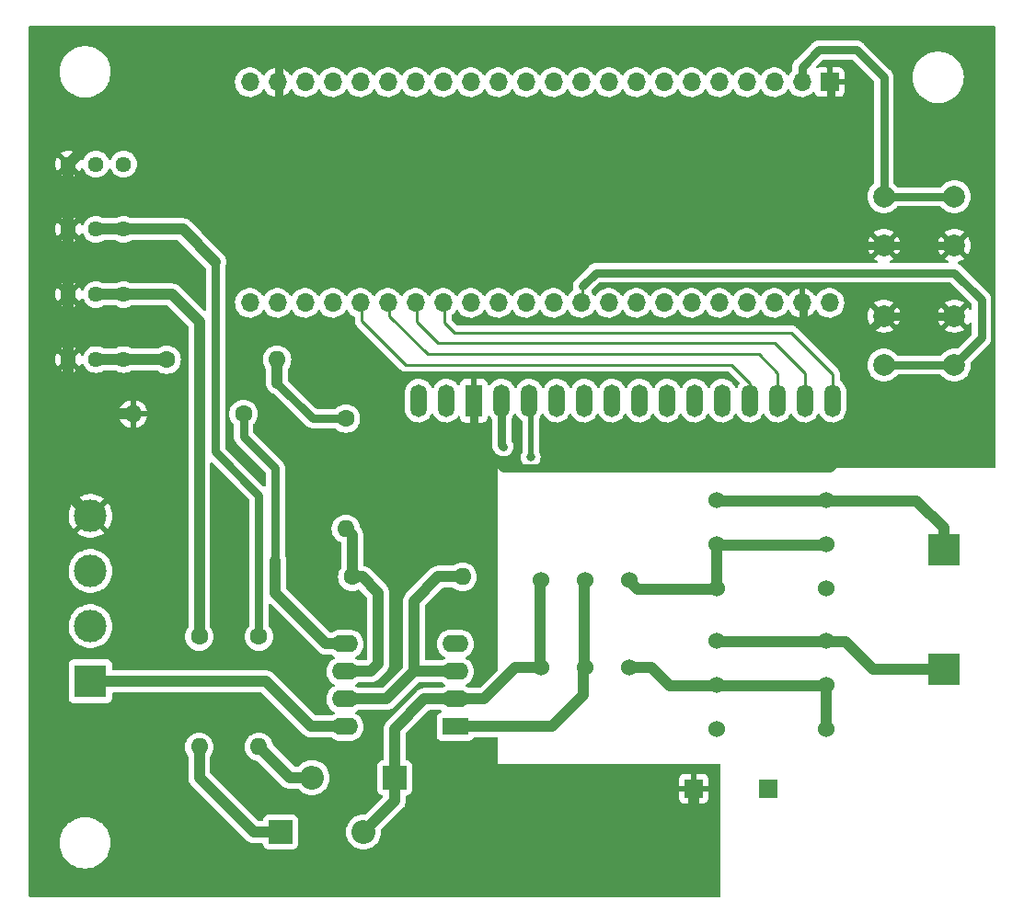
<source format=gbr>
%TF.GenerationSoftware,KiCad,Pcbnew,6.0.8-f2edbf62ab~116~ubuntu20.04.1*%
%TF.CreationDate,2022-10-11T23:56:15-03:00*%
%TF.ProjectId,Proyecto_p_curso,50726f79-6563-4746-9f5f-705f63757273,rev?*%
%TF.SameCoordinates,Original*%
%TF.FileFunction,Copper,L1,Top*%
%TF.FilePolarity,Positive*%
%FSLAX46Y46*%
G04 Gerber Fmt 4.6, Leading zero omitted, Abs format (unit mm)*
G04 Created by KiCad (PCBNEW 6.0.8-f2edbf62ab~116~ubuntu20.04.1) date 2022-10-11 23:56:15*
%MOMM*%
%LPD*%
G01*
G04 APERTURE LIST*
%TA.AperFunction,ComponentPad*%
%ADD10R,1.700000X1.700000*%
%TD*%
%TA.AperFunction,ComponentPad*%
%ADD11O,1.700000X1.700000*%
%TD*%
%TA.AperFunction,ComponentPad*%
%ADD12C,1.524000*%
%TD*%
%TA.AperFunction,ComponentPad*%
%ADD13R,1.500000X3.000000*%
%TD*%
%TA.AperFunction,ComponentPad*%
%ADD14O,1.500000X3.000000*%
%TD*%
%TA.AperFunction,ComponentPad*%
%ADD15C,1.440000*%
%TD*%
%TA.AperFunction,ComponentPad*%
%ADD16C,2.000000*%
%TD*%
%TA.AperFunction,ComponentPad*%
%ADD17C,1.600000*%
%TD*%
%TA.AperFunction,ComponentPad*%
%ADD18O,1.600000X1.600000*%
%TD*%
%TA.AperFunction,ComponentPad*%
%ADD19R,2.200000X2.200000*%
%TD*%
%TA.AperFunction,ComponentPad*%
%ADD20O,2.200000X2.200000*%
%TD*%
%TA.AperFunction,ComponentPad*%
%ADD21R,3.000000X3.000000*%
%TD*%
%TA.AperFunction,ComponentPad*%
%ADD22C,3.000000*%
%TD*%
%TA.AperFunction,ComponentPad*%
%ADD23R,2.400000X1.600000*%
%TD*%
%TA.AperFunction,ComponentPad*%
%ADD24O,2.400000X1.600000*%
%TD*%
%TA.AperFunction,ViaPad*%
%ADD25C,0.800000*%
%TD*%
%TA.AperFunction,Conductor*%
%ADD26C,0.500000*%
%TD*%
%TA.AperFunction,Conductor*%
%ADD27C,1.000000*%
%TD*%
%TA.AperFunction,Conductor*%
%ADD28C,0.750000*%
%TD*%
%TA.AperFunction,Conductor*%
%ADD29C,0.250000*%
%TD*%
G04 APERTURE END LIST*
D10*
%TO.P,U2,1,GND*%
%TO.N,GND*%
X184500000Y-68460000D03*
D11*
%TO.P,U2,2,P2.0*%
%TO.N,/Control_y_salida/But_Inc*%
X181960000Y-68460000D03*
%TO.P,U2,3,P2.1*%
%TO.N,unconnected-(U2-Pad3)*%
X179420000Y-68460000D03*
%TO.P,U2,4,P2.2*%
%TO.N,unconnected-(U2-Pad4)*%
X176880000Y-68460000D03*
%TO.P,U2,5,P2.3*%
%TO.N,unconnected-(U2-Pad5)*%
X174340000Y-68460000D03*
%TO.P,U2,6,P2.4*%
%TO.N,unconnected-(U2-Pad6)*%
X171800000Y-68460000D03*
%TO.P,U2,7,P2.5*%
%TO.N,unconnected-(U2-Pad7)*%
X169260000Y-68460000D03*
%TO.P,U2,8,P2.6*%
%TO.N,unconnected-(U2-Pad8)*%
X166720000Y-68460000D03*
%TO.P,U2,9,P2.7*%
%TO.N,unconnected-(U2-Pad9)*%
X164180000Y-68460000D03*
%TO.P,U2,10,P3.0*%
%TO.N,unconnected-(U2-Pad10)*%
X161640000Y-68460000D03*
%TO.P,U2,11,P3.1*%
%TO.N,unconnected-(U2-Pad11)*%
X159100000Y-68460000D03*
%TO.P,U2,12,P3.2*%
%TO.N,unconnected-(U2-Pad12)*%
X156560000Y-68460000D03*
%TO.P,U2,13,P3.3*%
%TO.N,unconnected-(U2-Pad13)*%
X154020000Y-68460000D03*
%TO.P,U2,14,P3.4*%
%TO.N,unconnected-(U2-Pad14)*%
X151480000Y-68460000D03*
%TO.P,U2,15,P3.5*%
%TO.N,unconnected-(U2-Pad15)*%
X148940000Y-68460000D03*
%TO.P,U2,16,P3.6*%
%TO.N,unconnected-(U2-Pad16)*%
X146400000Y-68460000D03*
%TO.P,U2,17,P3.7*%
%TO.N,unconnected-(U2-Pad17)*%
X143860000Y-68460000D03*
%TO.P,U2,18,SWDIO(P3.2)*%
%TO.N,unconnected-(U2-Pad18)*%
X141320000Y-68460000D03*
%TO.P,U2,19,SWDCLK(P3.3)*%
%TO.N,unconnected-(U2-Pad19)*%
X138780000Y-68460000D03*
%TO.P,U2,20,XRES*%
%TO.N,unconnected-(U2-Pad20)*%
X136240000Y-68460000D03*
%TO.P,U2,21,GND*%
%TO.N,GND*%
X133700000Y-68460000D03*
%TO.P,U2,22,VDD*%
%TO.N,+5V*%
X131160000Y-68460000D03*
%TO.P,U2,23,VDD*%
X184500000Y-88780000D03*
%TO.P,U2,24,GND*%
%TO.N,GND*%
X181960000Y-88780000D03*
%TO.P,U2,25,P1.7/SAR_CAP*%
%TO.N,unconnected-(U2-Pad25)*%
X179420000Y-88780000D03*
%TO.P,U2,26,P1.6/LED_OnB*%
%TO.N,unconnected-(U2-Pad26)*%
X176880000Y-88780000D03*
%TO.P,U2,27,P1.5*%
%TO.N,unconnected-(U2-Pad27)*%
X174340000Y-88780000D03*
%TO.P,U2,28,P1.4*%
%TO.N,/Control_y_salida/IDAC_Pos*%
X171800000Y-88780000D03*
%TO.P,U2,29,P1.3*%
%TO.N,unconnected-(U2-Pad29)*%
X169260000Y-88780000D03*
%TO.P,U2,30,P1.2*%
%TO.N,/Control_y_salida/IDAC_Neg*%
X166720000Y-88780000D03*
%TO.P,U2,31,P1.1*%
%TO.N,unconnected-(U2-Pad31)*%
X164180000Y-88780000D03*
%TO.P,U2,32,P1.0*%
%TO.N,/Control_y_salida/But_Dec*%
X161640000Y-88780000D03*
%TO.P,U2,33,P0.7/Button_OnB*%
%TO.N,unconnected-(U2-Pad33)*%
X159100000Y-88780000D03*
%TO.P,U2,34,P0.6*%
%TO.N,/Control_y_salida/LCD_R{slash}W*%
X156560000Y-88780000D03*
%TO.P,U2,35,P0.5*%
%TO.N,/Control_y_salida/LCD_RS*%
X154020000Y-88780000D03*
%TO.P,U2,36,P0.4*%
%TO.N,/Control_y_salida/LCD_E*%
X151480000Y-88780000D03*
%TO.P,U2,37,P0.3*%
%TO.N,/Control_y_salida/LCD_D7*%
X148940000Y-88780000D03*
%TO.P,U2,38,P0.2*%
%TO.N,/Control_y_salida/LCD_D6*%
X146400000Y-88780000D03*
%TO.P,U2,39,P0.1*%
%TO.N,/Control_y_salida/LCD_D5*%
X143860000Y-88780000D03*
%TO.P,U2,40,P0.0*%
%TO.N,/Control_y_salida/LCD_D4*%
X141320000Y-88780000D03*
%TO.P,U2,41,P4.3/CTANK*%
%TO.N,unconnected-(U2-Pad41)*%
X138780000Y-88780000D03*
%TO.P,U2,42,P4.2/CMOD*%
%TO.N,unconnected-(U2-Pad42)*%
X136240000Y-88780000D03*
%TO.P,U2,43,P4.1/TX*%
%TO.N,unconnected-(U2-Pad43)*%
X133700000Y-88780000D03*
%TO.P,U2,44,P4.0/RX*%
%TO.N,unconnected-(U2-Pad44)*%
X131160000Y-88780000D03*
%TD*%
D12*
%TO.P,Q6,1,C*%
%TO.N,/Control_y_salida/Iout*%
X174167000Y-128064000D03*
%TO.P,Q6,2,B*%
%TO.N,Net-(Q2-Pad1)*%
X174167000Y-124000000D03*
%TO.P,Q6,3,E*%
%TO.N,VEE*%
X174167000Y-119936000D03*
%TD*%
%TO.P,Q5,3,E*%
%TO.N,VCC*%
X184167000Y-106936000D03*
%TO.P,Q5,2,B*%
%TO.N,Net-(Q1-Pad1)*%
X184167000Y-111000000D03*
%TO.P,Q5,1,C*%
%TO.N,/Control_y_salida/Iout*%
X184167000Y-115064000D03*
%TD*%
%TO.P,Q4,1,C*%
%TO.N,Net-(Q2-Pad1)*%
X184167000Y-128064000D03*
%TO.P,Q4,2,B*%
X184167000Y-124000000D03*
%TO.P,Q4,3,E*%
%TO.N,VEE*%
X184167000Y-119936000D03*
%TD*%
%TO.P,Q3,1,C*%
%TO.N,Net-(Q1-Pad1)*%
X174167000Y-115064000D03*
%TO.P,Q3,2,B*%
X174167000Y-111000000D03*
%TO.P,Q3,3,E*%
%TO.N,VCC*%
X174167000Y-106936000D03*
%TD*%
%TO.P,Q2,1,C*%
%TO.N,Net-(Q2-Pad1)*%
X166064000Y-122333000D03*
%TO.P,Q2,2,B*%
%TO.N,Net-(Q1-Pad2)*%
X162000000Y-122333000D03*
%TO.P,Q2,3,E*%
%TO.N,Net-(D1-Pad1)*%
X157936000Y-122333000D03*
%TD*%
%TO.P,Q1,1,C*%
%TO.N,Net-(Q1-Pad1)*%
X166064000Y-114333000D03*
%TO.P,Q1,2,B*%
%TO.N,Net-(Q1-Pad2)*%
X162000000Y-114333000D03*
%TO.P,Q1,3,E*%
%TO.N,Net-(D1-Pad1)*%
X157936000Y-114333000D03*
%TD*%
D13*
%TO.P,U1,1,VSS*%
%TO.N,GND*%
X151784000Y-97783500D03*
D14*
%TO.P,U1,2,VDD*%
%TO.N,+5V*%
X154324000Y-97783500D03*
%TO.P,U1,3,VO*%
%TO.N,Net-(RV1-Pad2)*%
X156864000Y-97783500D03*
%TO.P,U1,4,RS*%
%TO.N,/Control_y_salida/LCD_RS*%
X159404000Y-97783500D03*
%TO.P,U1,5,R/~{W}*%
%TO.N,/Control_y_salida/LCD_R{slash}W*%
X161944000Y-97783500D03*
%TO.P,U1,6,E*%
%TO.N,/Control_y_salida/LCD_E*%
X164484000Y-97783500D03*
%TO.P,U1,7,DB0*%
%TO.N,unconnected-(U1-Pad7)*%
X167024000Y-97783500D03*
%TO.P,U1,8,DB1*%
%TO.N,unconnected-(U1-Pad8)*%
X169564000Y-97783500D03*
%TO.P,U1,9,DB2*%
%TO.N,unconnected-(U1-Pad9)*%
X172104000Y-97783500D03*
%TO.P,U1,10,DB3*%
%TO.N,unconnected-(U1-Pad10)*%
X174644000Y-97783500D03*
%TO.P,U1,11,DB4*%
%TO.N,/Control_y_salida/LCD_D4*%
X177184000Y-97783500D03*
%TO.P,U1,12,DB5*%
%TO.N,/Control_y_salida/LCD_D5*%
X179724000Y-97783500D03*
%TO.P,U1,13,DB6*%
%TO.N,/Control_y_salida/LCD_D6*%
X182264000Y-97783500D03*
%TO.P,U1,14,DB7*%
%TO.N,/Control_y_salida/LCD_D7*%
X184804000Y-97783500D03*
%TO.P,U1,15,A/VEE*%
%TO.N,unconnected-(U1-Pad15)*%
X149244000Y-97783500D03*
%TO.P,U1,16,K*%
%TO.N,unconnected-(U1-Pad16)*%
X146704000Y-97783500D03*
%TD*%
D15*
%TO.P,RV1,1,1*%
%TO.N,+5V*%
X119540000Y-76000000D03*
%TO.P,RV1,2,2*%
%TO.N,Net-(RV1-Pad2)*%
X117000000Y-76000000D03*
%TO.P,RV1,3,3*%
%TO.N,GND*%
X114460000Y-76000000D03*
%TD*%
D16*
%TO.P,SW2,1,1*%
%TO.N,GND*%
X196000000Y-83500000D03*
X189500000Y-83500000D03*
%TO.P,SW2,2,2*%
%TO.N,/Control_y_salida/But_Inc*%
X196000000Y-79000000D03*
X189500000Y-79000000D03*
%TD*%
D17*
%TO.P,R6,1*%
%TO.N,Net-(R6-Pad1)*%
X126500000Y-119500000D03*
D18*
%TO.P,R6,2*%
%TO.N,Net-(D2-Pad1)*%
X126500000Y-129660000D03*
%TD*%
D19*
%TO.P,D1,1,K*%
%TO.N,Net-(D1-Pad1)*%
X144500000Y-132500000D03*
D20*
%TO.P,D1,2,A*%
%TO.N,Net-(D1-Pad2)*%
X136880000Y-132500000D03*
%TD*%
D21*
%TO.P,J3,1,Pin_1*%
%TO.N,VEE*%
X195000000Y-122500000D03*
%TD*%
D17*
%TO.P,R4,1*%
%TO.N,Net-(R2-Pad2)*%
X140580000Y-114000000D03*
D18*
%TO.P,R4,2*%
%TO.N,Net-(R4-Pad2)*%
X150740000Y-114000000D03*
%TD*%
D10*
%TO.P,J5,1,Pin_1*%
%TO.N,GND*%
X172000000Y-133500000D03*
%TD*%
D15*
%TO.P,RV3,1,1*%
%TO.N,Net-(R5-Pad1)*%
X119550000Y-82000000D03*
%TO.P,RV3,2,2*%
X117010000Y-82000000D03*
%TO.P,RV3,3,3*%
%TO.N,GND*%
X114470000Y-82000000D03*
%TD*%
D21*
%TO.P,J2,1,Pin_1*%
%TO.N,VCC*%
X195000000Y-111500000D03*
%TD*%
D17*
%TO.P,R1,1*%
%TO.N,Net-(R1-Pad1)*%
X123500000Y-94000000D03*
D18*
%TO.P,R1,2*%
%TO.N,/Control_y_salida/IDAC_Neg*%
X133660000Y-94000000D03*
%TD*%
D16*
%TO.P,SW1,1,1*%
%TO.N,GND*%
X189500000Y-90000000D03*
X196000000Y-90000000D03*
%TO.P,SW1,2,2*%
%TO.N,/Control_y_salida/But_Dec*%
X196000000Y-94500000D03*
X189500000Y-94500000D03*
%TD*%
D17*
%TO.P,R2,1*%
%TO.N,/Control_y_salida/IDAC_Neg*%
X140000000Y-99420000D03*
D18*
%TO.P,R2,2*%
%TO.N,Net-(R2-Pad2)*%
X140000000Y-109580000D03*
%TD*%
D19*
%TO.P,D2,1,K*%
%TO.N,Net-(D2-Pad1)*%
X134000000Y-137500000D03*
D20*
%TO.P,D2,2,A*%
%TO.N,Net-(D1-Pad1)*%
X141620000Y-137500000D03*
%TD*%
D21*
%TO.P,J4,1,Pin_1*%
%TO.N,+12V*%
X116500000Y-123620000D03*
D22*
%TO.P,J4,2,Pin_2*%
%TO.N,-12V*%
X116500000Y-118540000D03*
%TO.P,J4,3,Pin_3*%
%TO.N,+5V*%
X116500000Y-113460000D03*
%TO.P,J4,4,Pin_4*%
%TO.N,GND*%
X116500000Y-108380000D03*
%TD*%
D15*
%TO.P,RV2,1,1*%
%TO.N,Net-(R1-Pad1)*%
X119550000Y-94000000D03*
%TO.P,RV2,2,2*%
X117010000Y-94000000D03*
%TO.P,RV2,3,3*%
%TO.N,GND*%
X114470000Y-94000000D03*
%TD*%
%TO.P,RV4,1,1*%
%TO.N,Net-(R6-Pad1)*%
X119550000Y-88000000D03*
%TO.P,RV4,2,2*%
X117010000Y-88000000D03*
%TO.P,RV4,3,3*%
%TO.N,GND*%
X114470000Y-88000000D03*
%TD*%
D23*
%TO.P,U3,1*%
%TO.N,Net-(Q1-Pad2)*%
X150075000Y-127800000D03*
D24*
%TO.P,U3,2,-*%
%TO.N,Net-(D1-Pad1)*%
X150075000Y-125260000D03*
%TO.P,U3,3,+*%
%TO.N,Net-(R4-Pad2)*%
X150075000Y-122720000D03*
%TO.P,U3,4,V-*%
%TO.N,-12V*%
X150075000Y-120180000D03*
%TO.P,U3,5,+*%
%TO.N,/Control_y_salida/IDAC_Pos*%
X139915000Y-120180000D03*
%TO.P,U3,6,-*%
%TO.N,Net-(R2-Pad2)*%
X139915000Y-122720000D03*
%TO.P,U3,7*%
%TO.N,Net-(R4-Pad2)*%
X139915000Y-125260000D03*
%TO.P,U3,8,V+*%
%TO.N,+12V*%
X139915000Y-127800000D03*
%TD*%
D17*
%TO.P,R5,1*%
%TO.N,Net-(R5-Pad1)*%
X132000000Y-119500000D03*
D18*
%TO.P,R5,2*%
%TO.N,Net-(D1-Pad2)*%
X132000000Y-129660000D03*
%TD*%
D10*
%TO.P,J1,1,Pin_1*%
%TO.N,/Control_y_salida/Iout*%
X178825000Y-133500000D03*
%TD*%
D17*
%TO.P,R3,1*%
%TO.N,/Control_y_salida/IDAC_Pos*%
X130580000Y-99000000D03*
D18*
%TO.P,R3,2*%
%TO.N,GND*%
X120420000Y-99000000D03*
%TD*%
D25*
%TO.N,Net-(RV1-Pad2)*%
X157000000Y-103000000D03*
%TO.N,+5V*%
X154500000Y-102000000D03*
%TD*%
D26*
%TO.N,Net-(RV1-Pad2)*%
X157000000Y-97919500D02*
X156864000Y-97783500D01*
X157000000Y-103000000D02*
X157000000Y-97919500D01*
D27*
%TO.N,VCC*%
X192500000Y-107000000D02*
X195000000Y-109500000D01*
X174000000Y-107000000D02*
X192500000Y-107000000D01*
X195000000Y-109500000D02*
X195000000Y-111500000D01*
%TO.N,Net-(Q1-Pad1)*%
X165972750Y-114276500D02*
X166824250Y-115128000D01*
X166824250Y-115128000D02*
X174167000Y-115128000D01*
X174167000Y-115128000D02*
X174167000Y-111064000D01*
X174167000Y-111064000D02*
X184000000Y-111064000D01*
D28*
%TO.N,GND*%
X151784000Y-98817000D02*
X151784000Y-101284000D01*
X187000000Y-101500000D02*
X187000000Y-92500000D01*
X151784000Y-101284000D02*
X154500000Y-104000000D01*
X154500000Y-104000000D02*
X184500000Y-104000000D01*
X184500000Y-104000000D02*
X187000000Y-101500000D01*
%TO.N,+5V*%
X154500000Y-102000000D02*
X154324000Y-101824000D01*
X154324000Y-101824000D02*
X154324000Y-97783500D01*
%TO.N,GND*%
X184650000Y-70650000D02*
X184650000Y-68610000D01*
X184650000Y-68610000D02*
X184500000Y-68460000D01*
%TO.N,/Control_y_salida/But_Inc*%
X189500000Y-79000000D02*
X189500000Y-68000000D01*
X189500000Y-68000000D02*
X187000000Y-65500000D01*
X183500000Y-65500000D02*
X181960000Y-67040000D01*
X187000000Y-65500000D02*
X183500000Y-65500000D01*
X181960000Y-67040000D02*
X181960000Y-68460000D01*
D27*
%TO.N,Net-(Q2-Pad1)*%
X184167000Y-124000000D02*
X184167000Y-128064000D01*
X165889000Y-122389000D02*
X168150000Y-122389000D01*
X169825000Y-124064000D02*
X174000000Y-124064000D01*
X168150000Y-122389000D02*
X169825000Y-124064000D01*
D29*
%TO.N,/Control_y_salida/LCD_D4*%
X177184000Y-96184000D02*
X177184000Y-97783500D01*
X141470000Y-88780000D02*
X141470000Y-90470000D01*
X141470000Y-90470000D02*
X145500000Y-94500000D01*
X145500000Y-94500000D02*
X175500000Y-94500000D01*
X175500000Y-94500000D02*
X177184000Y-96184000D01*
%TO.N,/Control_y_salida/LCD_D5*%
X144010000Y-88780000D02*
X144010000Y-90010000D01*
X144010000Y-90010000D02*
X147500000Y-93500000D01*
X147500000Y-93500000D02*
X178000000Y-93500000D01*
X178000000Y-93500000D02*
X179724000Y-95224000D01*
X179724000Y-95224000D02*
X179724000Y-97783500D01*
%TO.N,/Control_y_salida/LCD_D7*%
X149090000Y-88780000D02*
X149090000Y-90590000D01*
X149090000Y-90590000D02*
X150000000Y-91500000D01*
X150000000Y-91500000D02*
X181000000Y-91500000D01*
X181000000Y-91500000D02*
X184804000Y-95304000D01*
X184804000Y-95304000D02*
X184804000Y-97783500D01*
%TO.N,/Control_y_salida/LCD_D6*%
X146550000Y-88780000D02*
X146550000Y-90550000D01*
X146550000Y-90550000D02*
X148500000Y-92500000D01*
X182264000Y-95264000D02*
X182264000Y-97783500D01*
X148500000Y-92500000D02*
X179500000Y-92500000D01*
X179500000Y-92500000D02*
X182264000Y-95264000D01*
D27*
%TO.N,GND*%
X172000000Y-133500000D02*
X172000000Y-137500000D01*
X172000000Y-137500000D02*
X168000000Y-141500000D01*
X168000000Y-141500000D02*
X125000000Y-141500000D01*
X125000000Y-141500000D02*
X112500000Y-129000000D01*
X112500000Y-129000000D02*
X112500000Y-103500000D01*
X112500000Y-103500000D02*
X114000000Y-102000000D01*
%TO.N,Net-(D2-Pad1)*%
X134000000Y-137500000D02*
X131500000Y-137500000D01*
X131500000Y-137500000D02*
X126500000Y-132500000D01*
X126500000Y-132500000D02*
X126500000Y-129660000D01*
%TO.N,Net-(R6-Pad1)*%
X126500000Y-119500000D02*
X126500000Y-90500000D01*
X124000000Y-88000000D02*
X119550000Y-88000000D01*
X126500000Y-90500000D02*
X124000000Y-88000000D01*
D28*
%TO.N,Net-(R5-Pad1)*%
X132000000Y-119500000D02*
X132000000Y-106500000D01*
X128000000Y-102500000D02*
X128000000Y-85000000D01*
X132000000Y-106500000D02*
X128000000Y-102500000D01*
D27*
X128000000Y-85000000D02*
X125000000Y-82000000D01*
X125000000Y-82000000D02*
X119550000Y-82000000D01*
%TO.N,Net-(D1-Pad1)*%
X144500000Y-132500000D02*
X144500000Y-134620000D01*
X144500000Y-134620000D02*
X141620000Y-137500000D01*
%TO.N,Net-(D1-Pad2)*%
X132000000Y-129660000D02*
X134840000Y-132500000D01*
X134840000Y-132500000D02*
X136880000Y-132500000D01*
%TO.N,/Control_y_salida/IDAC_Neg*%
X133660000Y-94000000D02*
X133660000Y-96160000D01*
D28*
X133660000Y-96160000D02*
X136920000Y-99420000D01*
X136920000Y-99420000D02*
X140000000Y-99420000D01*
D27*
%TO.N,Net-(R1-Pad1)*%
X123500000Y-94000000D02*
X119550000Y-94000000D01*
%TO.N,/Control_y_salida/IDAC_Pos*%
X139915000Y-120180000D02*
X138180000Y-120180000D01*
X138180000Y-120180000D02*
X133500000Y-115500000D01*
X133500000Y-115500000D02*
X133500000Y-112500000D01*
D28*
X133500000Y-104000000D02*
X133500000Y-113000000D01*
X130580000Y-99000000D02*
X130580000Y-101080000D01*
X130580000Y-101080000D02*
X133500000Y-104000000D01*
D27*
%TO.N,Net-(R2-Pad2)*%
X140580000Y-114000000D02*
X140580000Y-110160000D01*
X140580000Y-110160000D02*
X140000000Y-109580000D01*
%TO.N,GND*%
X114470000Y-100470000D02*
X114470000Y-98970000D01*
X114470000Y-98970000D02*
X114470000Y-94000000D01*
X120420000Y-99000000D02*
X114500000Y-99000000D01*
X114500000Y-99000000D02*
X114470000Y-98970000D01*
%TO.N,Net-(D1-Pad1)*%
X147240000Y-125260000D02*
X144500000Y-128000000D01*
X157844750Y-114276500D02*
X157844750Y-122305250D01*
X144500000Y-128000000D02*
X144500000Y-132500000D01*
X150075000Y-125260000D02*
X147240000Y-125260000D01*
X157844750Y-122305250D02*
X157761000Y-122389000D01*
X152740000Y-125260000D02*
X155611000Y-122389000D01*
X155611000Y-122389000D02*
X157761000Y-122389000D01*
X150075000Y-125260000D02*
X152740000Y-125260000D01*
D28*
%TO.N,GND*%
X183500000Y-92500000D02*
X187000000Y-92500000D01*
X189500000Y-83500000D02*
X186500000Y-83500000D01*
X133850000Y-66850000D02*
X133850000Y-68460000D01*
D27*
X124500000Y-66000000D02*
X133000000Y-66000000D01*
D28*
X182110000Y-91110000D02*
X183500000Y-92500000D01*
X182110000Y-88780000D02*
X182110000Y-91110000D01*
D27*
X113000000Y-103000000D02*
X114470000Y-101530000D01*
X114470000Y-94000000D02*
X114470000Y-88000000D01*
D28*
X189500000Y-90000000D02*
X196000000Y-90000000D01*
D27*
X114470000Y-88000000D02*
X114470000Y-82000000D01*
X114470000Y-76010000D02*
X114460000Y-76000000D01*
X114470000Y-101530000D02*
X114470000Y-100470000D01*
D28*
X133850000Y-69850000D02*
X135000000Y-71000000D01*
D27*
X114470000Y-82000000D02*
X114470000Y-78530000D01*
X114470000Y-106350000D02*
X114470000Y-100470000D01*
D28*
X133000000Y-66000000D02*
X133850000Y-66850000D01*
X135000000Y-71000000D02*
X184300000Y-71000000D01*
D27*
X121000000Y-69500000D02*
X124500000Y-66000000D01*
X116500000Y-108380000D02*
X114470000Y-106350000D01*
X120960000Y-69500000D02*
X121000000Y-69500000D01*
D28*
X184650000Y-81650000D02*
X184650000Y-81150000D01*
D27*
X114460000Y-76000000D02*
X120960000Y-69500000D01*
D28*
X184300000Y-71000000D02*
X184650000Y-70650000D01*
X184650000Y-81150000D02*
X184650000Y-70650000D01*
X186500000Y-83500000D02*
X184650000Y-81650000D01*
X189500000Y-83500000D02*
X196000000Y-83500000D01*
X187000000Y-92500000D02*
X189500000Y-90000000D01*
X133850000Y-68460000D02*
X133850000Y-69850000D01*
D27*
X114470000Y-78530000D02*
X114470000Y-76010000D01*
%TO.N,+12V*%
X132620000Y-123620000D02*
X136800000Y-127800000D01*
X116500000Y-123620000D02*
X132620000Y-123620000D01*
X136800000Y-127800000D02*
X139915000Y-127800000D01*
%TO.N,VEE*%
X188500000Y-122500000D02*
X195000000Y-122500000D01*
X184000000Y-120000000D02*
X186000000Y-120000000D01*
X184000000Y-120000000D02*
X174000000Y-120000000D01*
X186000000Y-120000000D02*
X188500000Y-122500000D01*
%TO.N,Net-(Q1-Pad2)*%
X161908750Y-114276500D02*
X161908750Y-122305250D01*
X161908750Y-122305250D02*
X161825000Y-122389000D01*
X161825000Y-124925000D02*
X158950000Y-127800000D01*
X158950000Y-127800000D02*
X150075000Y-127800000D01*
X161825000Y-122389000D02*
X161825000Y-124925000D01*
%TO.N,Net-(Q2-Pad1)*%
X174000000Y-124064000D02*
X184000000Y-124064000D01*
%TO.N,Net-(R1-Pad1)*%
X117010000Y-94000000D02*
X119550000Y-94000000D01*
%TO.N,Net-(R2-Pad2)*%
X141500000Y-114000000D02*
X140580000Y-114000000D01*
X142280000Y-122720000D02*
X143000000Y-122000000D01*
X143000000Y-115500000D02*
X141500000Y-114000000D01*
X143000000Y-122000000D02*
X143000000Y-115500000D01*
X139915000Y-122720000D02*
X142280000Y-122720000D01*
%TO.N,Net-(R4-Pad2)*%
X143740000Y-125260000D02*
X146280000Y-122720000D01*
X148500000Y-114000000D02*
X150740000Y-114000000D01*
X146280000Y-116220000D02*
X148500000Y-114000000D01*
X139915000Y-125260000D02*
X143740000Y-125260000D01*
X146280000Y-122720000D02*
X146280000Y-116220000D01*
X146280000Y-122720000D02*
X150075000Y-122720000D01*
%TO.N,Net-(R5-Pad1)*%
X117010000Y-82000000D02*
X119550000Y-82000000D01*
%TO.N,Net-(R6-Pad1)*%
X117010000Y-88000000D02*
X119550000Y-88000000D01*
D29*
%TO.N,/Control_y_salida/But_Dec*%
X161790000Y-87210000D02*
X161790000Y-88780000D01*
D28*
X196000000Y-94500000D02*
X198500000Y-92000000D01*
X196000000Y-94500000D02*
X189500000Y-94500000D01*
X163000000Y-86000000D02*
X161790000Y-87210000D01*
X198500000Y-88500000D02*
X196000000Y-86000000D01*
X196000000Y-86000000D02*
X163000000Y-86000000D01*
X198500000Y-92000000D02*
X198500000Y-88500000D01*
%TO.N,/Control_y_salida/But_Inc*%
X189500000Y-79000000D02*
X196000000Y-79000000D01*
%TD*%
%TA.AperFunction,Conductor*%
%TO.N,GND*%
G36*
X199713621Y-63278502D02*
G01*
X199760114Y-63332158D01*
X199771500Y-63384500D01*
X199771500Y-103874000D01*
X199751498Y-103942121D01*
X199697842Y-103988614D01*
X199645500Y-104000000D01*
X157557038Y-104000000D01*
X157488917Y-103979998D01*
X157442424Y-103926342D01*
X157432320Y-103856068D01*
X157461814Y-103791488D01*
X157482977Y-103772064D01*
X157510420Y-103752126D01*
X157611253Y-103678866D01*
X157615675Y-103673955D01*
X157734621Y-103541852D01*
X157734622Y-103541851D01*
X157739040Y-103536944D01*
X157834527Y-103371556D01*
X157893542Y-103189928D01*
X157913504Y-103000000D01*
X157893542Y-102810072D01*
X157834527Y-102628444D01*
X157775381Y-102526000D01*
X157758500Y-102463001D01*
X157758500Y-99469281D01*
X157778502Y-99401160D01*
X157791306Y-99384482D01*
X157866707Y-99301616D01*
X157866712Y-99301610D01*
X157870485Y-99297464D01*
X157873468Y-99292710D01*
X157986885Y-99111905D01*
X157989864Y-99107156D01*
X158016961Y-99039750D01*
X158060925Y-98984010D01*
X158128050Y-98960884D01*
X158197021Y-98977721D01*
X158247592Y-99032505D01*
X158316378Y-99176718D01*
X158447471Y-99359154D01*
X158608799Y-99515492D01*
X158795262Y-99640790D01*
X159000967Y-99731088D01*
X159006418Y-99732397D01*
X159006422Y-99732398D01*
X159212938Y-99781978D01*
X159219411Y-99783532D01*
X159279995Y-99787025D01*
X159438083Y-99796140D01*
X159438086Y-99796140D01*
X159443690Y-99796463D01*
X159666715Y-99769475D01*
X159881435Y-99703418D01*
X159886415Y-99700848D01*
X159886419Y-99700846D01*
X160076081Y-99602954D01*
X160076082Y-99602954D01*
X160081064Y-99600382D01*
X160259292Y-99463623D01*
X160410485Y-99297464D01*
X160413468Y-99292710D01*
X160526885Y-99111905D01*
X160529864Y-99107156D01*
X160556961Y-99039750D01*
X160600925Y-98984010D01*
X160668050Y-98960884D01*
X160737021Y-98977721D01*
X160787592Y-99032505D01*
X160856378Y-99176718D01*
X160987471Y-99359154D01*
X161148799Y-99515492D01*
X161335262Y-99640790D01*
X161540967Y-99731088D01*
X161546418Y-99732397D01*
X161546422Y-99732398D01*
X161752938Y-99781978D01*
X161759411Y-99783532D01*
X161819995Y-99787025D01*
X161978083Y-99796140D01*
X161978086Y-99796140D01*
X161983690Y-99796463D01*
X162206715Y-99769475D01*
X162421435Y-99703418D01*
X162426415Y-99700848D01*
X162426419Y-99700846D01*
X162616081Y-99602954D01*
X162616082Y-99602954D01*
X162621064Y-99600382D01*
X162799292Y-99463623D01*
X162950485Y-99297464D01*
X162953468Y-99292710D01*
X163066885Y-99111905D01*
X163069864Y-99107156D01*
X163096961Y-99039750D01*
X163140925Y-98984010D01*
X163208050Y-98960884D01*
X163277021Y-98977721D01*
X163327592Y-99032505D01*
X163396378Y-99176718D01*
X163527471Y-99359154D01*
X163688799Y-99515492D01*
X163875262Y-99640790D01*
X164080967Y-99731088D01*
X164086418Y-99732397D01*
X164086422Y-99732398D01*
X164292938Y-99781978D01*
X164299411Y-99783532D01*
X164359995Y-99787025D01*
X164518083Y-99796140D01*
X164518086Y-99796140D01*
X164523690Y-99796463D01*
X164746715Y-99769475D01*
X164961435Y-99703418D01*
X164966415Y-99700848D01*
X164966419Y-99700846D01*
X165156081Y-99602954D01*
X165156082Y-99602954D01*
X165161064Y-99600382D01*
X165339292Y-99463623D01*
X165490485Y-99297464D01*
X165493468Y-99292710D01*
X165606885Y-99111905D01*
X165609864Y-99107156D01*
X165636961Y-99039750D01*
X165680925Y-98984010D01*
X165748050Y-98960884D01*
X165817021Y-98977721D01*
X165867592Y-99032505D01*
X165936378Y-99176718D01*
X166067471Y-99359154D01*
X166228799Y-99515492D01*
X166415262Y-99640790D01*
X166620967Y-99731088D01*
X166626418Y-99732397D01*
X166626422Y-99732398D01*
X166832938Y-99781978D01*
X166839411Y-99783532D01*
X166899995Y-99787025D01*
X167058083Y-99796140D01*
X167058086Y-99796140D01*
X167063690Y-99796463D01*
X167286715Y-99769475D01*
X167501435Y-99703418D01*
X167506415Y-99700848D01*
X167506419Y-99700846D01*
X167696081Y-99602954D01*
X167696082Y-99602954D01*
X167701064Y-99600382D01*
X167879292Y-99463623D01*
X168030485Y-99297464D01*
X168033468Y-99292710D01*
X168146885Y-99111905D01*
X168149864Y-99107156D01*
X168176961Y-99039750D01*
X168220925Y-98984010D01*
X168288050Y-98960884D01*
X168357021Y-98977721D01*
X168407592Y-99032505D01*
X168476378Y-99176718D01*
X168607471Y-99359154D01*
X168768799Y-99515492D01*
X168955262Y-99640790D01*
X169160967Y-99731088D01*
X169166418Y-99732397D01*
X169166422Y-99732398D01*
X169372938Y-99781978D01*
X169379411Y-99783532D01*
X169439995Y-99787025D01*
X169598083Y-99796140D01*
X169598086Y-99796140D01*
X169603690Y-99796463D01*
X169826715Y-99769475D01*
X170041435Y-99703418D01*
X170046415Y-99700848D01*
X170046419Y-99700846D01*
X170236081Y-99602954D01*
X170236082Y-99602954D01*
X170241064Y-99600382D01*
X170419292Y-99463623D01*
X170570485Y-99297464D01*
X170573468Y-99292710D01*
X170686885Y-99111905D01*
X170689864Y-99107156D01*
X170716961Y-99039750D01*
X170760925Y-98984010D01*
X170828050Y-98960884D01*
X170897021Y-98977721D01*
X170947592Y-99032505D01*
X171016378Y-99176718D01*
X171147471Y-99359154D01*
X171308799Y-99515492D01*
X171495262Y-99640790D01*
X171700967Y-99731088D01*
X171706418Y-99732397D01*
X171706422Y-99732398D01*
X171912938Y-99781978D01*
X171919411Y-99783532D01*
X171979995Y-99787025D01*
X172138083Y-99796140D01*
X172138086Y-99796140D01*
X172143690Y-99796463D01*
X172366715Y-99769475D01*
X172581435Y-99703418D01*
X172586415Y-99700848D01*
X172586419Y-99700846D01*
X172776081Y-99602954D01*
X172776082Y-99602954D01*
X172781064Y-99600382D01*
X172959292Y-99463623D01*
X173110485Y-99297464D01*
X173113468Y-99292710D01*
X173226885Y-99111905D01*
X173229864Y-99107156D01*
X173256961Y-99039750D01*
X173300925Y-98984010D01*
X173368050Y-98960884D01*
X173437021Y-98977721D01*
X173487592Y-99032505D01*
X173556378Y-99176718D01*
X173687471Y-99359154D01*
X173848799Y-99515492D01*
X174035262Y-99640790D01*
X174240967Y-99731088D01*
X174246418Y-99732397D01*
X174246422Y-99732398D01*
X174452938Y-99781978D01*
X174459411Y-99783532D01*
X174519995Y-99787025D01*
X174678083Y-99796140D01*
X174678086Y-99796140D01*
X174683690Y-99796463D01*
X174906715Y-99769475D01*
X175121435Y-99703418D01*
X175126415Y-99700848D01*
X175126419Y-99700846D01*
X175316081Y-99602954D01*
X175316082Y-99602954D01*
X175321064Y-99600382D01*
X175499292Y-99463623D01*
X175650485Y-99297464D01*
X175653468Y-99292710D01*
X175766885Y-99111905D01*
X175769864Y-99107156D01*
X175796961Y-99039750D01*
X175840925Y-98984010D01*
X175908050Y-98960884D01*
X175977021Y-98977721D01*
X176027592Y-99032505D01*
X176096378Y-99176718D01*
X176227471Y-99359154D01*
X176388799Y-99515492D01*
X176575262Y-99640790D01*
X176780967Y-99731088D01*
X176786418Y-99732397D01*
X176786422Y-99732398D01*
X176992938Y-99781978D01*
X176999411Y-99783532D01*
X177059995Y-99787025D01*
X177218083Y-99796140D01*
X177218086Y-99796140D01*
X177223690Y-99796463D01*
X177446715Y-99769475D01*
X177661435Y-99703418D01*
X177666415Y-99700848D01*
X177666419Y-99700846D01*
X177856081Y-99602954D01*
X177856082Y-99602954D01*
X177861064Y-99600382D01*
X178039292Y-99463623D01*
X178190485Y-99297464D01*
X178193468Y-99292710D01*
X178306885Y-99111905D01*
X178309864Y-99107156D01*
X178336961Y-99039750D01*
X178380925Y-98984010D01*
X178448050Y-98960884D01*
X178517021Y-98977721D01*
X178567592Y-99032505D01*
X178636378Y-99176718D01*
X178767471Y-99359154D01*
X178928799Y-99515492D01*
X179115262Y-99640790D01*
X179320967Y-99731088D01*
X179326418Y-99732397D01*
X179326422Y-99732398D01*
X179532938Y-99781978D01*
X179539411Y-99783532D01*
X179599995Y-99787025D01*
X179758083Y-99796140D01*
X179758086Y-99796140D01*
X179763690Y-99796463D01*
X179986715Y-99769475D01*
X180201435Y-99703418D01*
X180206415Y-99700848D01*
X180206419Y-99700846D01*
X180396081Y-99602954D01*
X180396082Y-99602954D01*
X180401064Y-99600382D01*
X180579292Y-99463623D01*
X180730485Y-99297464D01*
X180733468Y-99292710D01*
X180846885Y-99111905D01*
X180849864Y-99107156D01*
X180876961Y-99039750D01*
X180920925Y-98984010D01*
X180988050Y-98960884D01*
X181057021Y-98977721D01*
X181107592Y-99032505D01*
X181176378Y-99176718D01*
X181307471Y-99359154D01*
X181468799Y-99515492D01*
X181655262Y-99640790D01*
X181860967Y-99731088D01*
X181866418Y-99732397D01*
X181866422Y-99732398D01*
X182072938Y-99781978D01*
X182079411Y-99783532D01*
X182139995Y-99787025D01*
X182298083Y-99796140D01*
X182298086Y-99796140D01*
X182303690Y-99796463D01*
X182526715Y-99769475D01*
X182741435Y-99703418D01*
X182746415Y-99700848D01*
X182746419Y-99700846D01*
X182936081Y-99602954D01*
X182936082Y-99602954D01*
X182941064Y-99600382D01*
X183119292Y-99463623D01*
X183270485Y-99297464D01*
X183273468Y-99292710D01*
X183386885Y-99111905D01*
X183389864Y-99107156D01*
X183416961Y-99039750D01*
X183460925Y-98984010D01*
X183528050Y-98960884D01*
X183597021Y-98977721D01*
X183647592Y-99032505D01*
X183716378Y-99176718D01*
X183847471Y-99359154D01*
X184008799Y-99515492D01*
X184195262Y-99640790D01*
X184400967Y-99731088D01*
X184406418Y-99732397D01*
X184406422Y-99732398D01*
X184612938Y-99781978D01*
X184619411Y-99783532D01*
X184679995Y-99787025D01*
X184838083Y-99796140D01*
X184838086Y-99796140D01*
X184843690Y-99796463D01*
X185066715Y-99769475D01*
X185281435Y-99703418D01*
X185286415Y-99700848D01*
X185286419Y-99700846D01*
X185476081Y-99602954D01*
X185476082Y-99602954D01*
X185481064Y-99600382D01*
X185659292Y-99463623D01*
X185810485Y-99297464D01*
X185813468Y-99292710D01*
X185926885Y-99111905D01*
X185929864Y-99107156D01*
X186013656Y-98898717D01*
X186059213Y-98678733D01*
X186062500Y-98621725D01*
X186062500Y-96976501D01*
X186059551Y-96943452D01*
X186053358Y-96874062D01*
X186047617Y-96809738D01*
X186021797Y-96715355D01*
X186007492Y-96663069D01*
X185988337Y-96593049D01*
X185983540Y-96582990D01*
X185894036Y-96395344D01*
X185891622Y-96390282D01*
X185760529Y-96207846D01*
X185599201Y-96051508D01*
X185493224Y-95980294D01*
X185447839Y-95925698D01*
X185437500Y-95875713D01*
X185437500Y-95382763D01*
X185438027Y-95371579D01*
X185439701Y-95364091D01*
X185437562Y-95296032D01*
X185437500Y-95292075D01*
X185437500Y-95264144D01*
X185436994Y-95260138D01*
X185436061Y-95248292D01*
X185434922Y-95212037D01*
X185434673Y-95204110D01*
X185429022Y-95184658D01*
X185425014Y-95165306D01*
X185423468Y-95153068D01*
X185423467Y-95153066D01*
X185422474Y-95145203D01*
X185406194Y-95104086D01*
X185402359Y-95092885D01*
X185390018Y-95050406D01*
X185385985Y-95043587D01*
X185385983Y-95043582D01*
X185379707Y-95032971D01*
X185371010Y-95015221D01*
X185363552Y-94996383D01*
X185353285Y-94982251D01*
X185337572Y-94960625D01*
X185331053Y-94950701D01*
X185312578Y-94919460D01*
X185312574Y-94919455D01*
X185308542Y-94912637D01*
X185294218Y-94898313D01*
X185281376Y-94883278D01*
X185279532Y-94880740D01*
X185269472Y-94866893D01*
X185235406Y-94838711D01*
X185226627Y-94830722D01*
X181628575Y-91232670D01*
X188632160Y-91232670D01*
X188637887Y-91240320D01*
X188809042Y-91345205D01*
X188817837Y-91349687D01*
X189027988Y-91436734D01*
X189037373Y-91439783D01*
X189258554Y-91492885D01*
X189268301Y-91494428D01*
X189495070Y-91512275D01*
X189504930Y-91512275D01*
X189731699Y-91494428D01*
X189741446Y-91492885D01*
X189962627Y-91439783D01*
X189972012Y-91436734D01*
X190182163Y-91349687D01*
X190190958Y-91345205D01*
X190358445Y-91242568D01*
X190367400Y-91232670D01*
X195132160Y-91232670D01*
X195137887Y-91240320D01*
X195309042Y-91345205D01*
X195317837Y-91349687D01*
X195527988Y-91436734D01*
X195537373Y-91439783D01*
X195758554Y-91492885D01*
X195768301Y-91494428D01*
X195995070Y-91512275D01*
X196004930Y-91512275D01*
X196231699Y-91494428D01*
X196241446Y-91492885D01*
X196462627Y-91439783D01*
X196472012Y-91436734D01*
X196682163Y-91349687D01*
X196690958Y-91345205D01*
X196858445Y-91242568D01*
X196867907Y-91232110D01*
X196864124Y-91223334D01*
X196012812Y-90372022D01*
X195998868Y-90364408D01*
X195997035Y-90364539D01*
X195990420Y-90368790D01*
X195138920Y-91220290D01*
X195132160Y-91232670D01*
X190367400Y-91232670D01*
X190367907Y-91232110D01*
X190364124Y-91223334D01*
X189512812Y-90372022D01*
X189498868Y-90364408D01*
X189497035Y-90364539D01*
X189490420Y-90368790D01*
X188638920Y-91220290D01*
X188632160Y-91232670D01*
X181628575Y-91232670D01*
X181503652Y-91107747D01*
X181496112Y-91099461D01*
X181492000Y-91092982D01*
X181442348Y-91046356D01*
X181439507Y-91043602D01*
X181419770Y-91023865D01*
X181416573Y-91021385D01*
X181407551Y-91013680D01*
X181381100Y-90988841D01*
X181375321Y-90983414D01*
X181368375Y-90979595D01*
X181368372Y-90979593D01*
X181357566Y-90973652D01*
X181341047Y-90962801D01*
X181340583Y-90962441D01*
X181325041Y-90950386D01*
X181317772Y-90947241D01*
X181317768Y-90947238D01*
X181284463Y-90932826D01*
X181273813Y-90927609D01*
X181235060Y-90906305D01*
X181215437Y-90901267D01*
X181196734Y-90894863D01*
X181185420Y-90889967D01*
X181185419Y-90889967D01*
X181178145Y-90886819D01*
X181170322Y-90885580D01*
X181170312Y-90885577D01*
X181134476Y-90879901D01*
X181122856Y-90877495D01*
X181087711Y-90868472D01*
X181087710Y-90868472D01*
X181080030Y-90866500D01*
X181059776Y-90866500D01*
X181040065Y-90864949D01*
X181027886Y-90863020D01*
X181020057Y-90861780D01*
X181012165Y-90862526D01*
X180976039Y-90865941D01*
X180964181Y-90866500D01*
X150314595Y-90866500D01*
X150246474Y-90846498D01*
X150225500Y-90829595D01*
X149760405Y-90364500D01*
X149726379Y-90302188D01*
X149723500Y-90275405D01*
X149723500Y-89954801D01*
X149743502Y-89886680D01*
X149776331Y-89852223D01*
X149815649Y-89824177D01*
X149815651Y-89824175D01*
X149819860Y-89821173D01*
X149978096Y-89663489D01*
X150037594Y-89580689D01*
X150108453Y-89482077D01*
X150109776Y-89483028D01*
X150156645Y-89439857D01*
X150226580Y-89427625D01*
X150292026Y-89455144D01*
X150319875Y-89486994D01*
X150379987Y-89585088D01*
X150526250Y-89753938D01*
X150698126Y-89896632D01*
X150891000Y-90009338D01*
X150895825Y-90011180D01*
X150895826Y-90011181D01*
X150968612Y-90038975D01*
X151099692Y-90089030D01*
X151104760Y-90090061D01*
X151104763Y-90090062D01*
X151204045Y-90110261D01*
X151318597Y-90133567D01*
X151323772Y-90133757D01*
X151323774Y-90133757D01*
X151536673Y-90141564D01*
X151536677Y-90141564D01*
X151541837Y-90141753D01*
X151546957Y-90141097D01*
X151546959Y-90141097D01*
X151758288Y-90114025D01*
X151758289Y-90114025D01*
X151763416Y-90113368D01*
X151768366Y-90111883D01*
X151972429Y-90050661D01*
X151972434Y-90050659D01*
X151977384Y-90049174D01*
X152177994Y-89950896D01*
X152359860Y-89821173D01*
X152518096Y-89663489D01*
X152577594Y-89580689D01*
X152648453Y-89482077D01*
X152649776Y-89483028D01*
X152696645Y-89439857D01*
X152766580Y-89427625D01*
X152832026Y-89455144D01*
X152859875Y-89486994D01*
X152919987Y-89585088D01*
X153066250Y-89753938D01*
X153238126Y-89896632D01*
X153431000Y-90009338D01*
X153435825Y-90011180D01*
X153435826Y-90011181D01*
X153508612Y-90038975D01*
X153639692Y-90089030D01*
X153644760Y-90090061D01*
X153644763Y-90090062D01*
X153744045Y-90110261D01*
X153858597Y-90133567D01*
X153863772Y-90133757D01*
X153863774Y-90133757D01*
X154076673Y-90141564D01*
X154076677Y-90141564D01*
X154081837Y-90141753D01*
X154086957Y-90141097D01*
X154086959Y-90141097D01*
X154298288Y-90114025D01*
X154298289Y-90114025D01*
X154303416Y-90113368D01*
X154308366Y-90111883D01*
X154512429Y-90050661D01*
X154512434Y-90050659D01*
X154517384Y-90049174D01*
X154717994Y-89950896D01*
X154899860Y-89821173D01*
X155058096Y-89663489D01*
X155117594Y-89580689D01*
X155188453Y-89482077D01*
X155189776Y-89483028D01*
X155236645Y-89439857D01*
X155306580Y-89427625D01*
X155372026Y-89455144D01*
X155399875Y-89486994D01*
X155459987Y-89585088D01*
X155606250Y-89753938D01*
X155778126Y-89896632D01*
X155971000Y-90009338D01*
X155975825Y-90011180D01*
X155975826Y-90011181D01*
X156048612Y-90038975D01*
X156179692Y-90089030D01*
X156184760Y-90090061D01*
X156184763Y-90090062D01*
X156284045Y-90110261D01*
X156398597Y-90133567D01*
X156403772Y-90133757D01*
X156403774Y-90133757D01*
X156616673Y-90141564D01*
X156616677Y-90141564D01*
X156621837Y-90141753D01*
X156626957Y-90141097D01*
X156626959Y-90141097D01*
X156838288Y-90114025D01*
X156838289Y-90114025D01*
X156843416Y-90113368D01*
X156848366Y-90111883D01*
X157052429Y-90050661D01*
X157052434Y-90050659D01*
X157057384Y-90049174D01*
X157257994Y-89950896D01*
X157439860Y-89821173D01*
X157598096Y-89663489D01*
X157657594Y-89580689D01*
X157728453Y-89482077D01*
X157729776Y-89483028D01*
X157776645Y-89439857D01*
X157846580Y-89427625D01*
X157912026Y-89455144D01*
X157939875Y-89486994D01*
X157999987Y-89585088D01*
X158146250Y-89753938D01*
X158318126Y-89896632D01*
X158511000Y-90009338D01*
X158515825Y-90011180D01*
X158515826Y-90011181D01*
X158588612Y-90038975D01*
X158719692Y-90089030D01*
X158724760Y-90090061D01*
X158724763Y-90090062D01*
X158824045Y-90110261D01*
X158938597Y-90133567D01*
X158943772Y-90133757D01*
X158943774Y-90133757D01*
X159156673Y-90141564D01*
X159156677Y-90141564D01*
X159161837Y-90141753D01*
X159166957Y-90141097D01*
X159166959Y-90141097D01*
X159378288Y-90114025D01*
X159378289Y-90114025D01*
X159383416Y-90113368D01*
X159388366Y-90111883D01*
X159592429Y-90050661D01*
X159592434Y-90050659D01*
X159597384Y-90049174D01*
X159797994Y-89950896D01*
X159979860Y-89821173D01*
X160138096Y-89663489D01*
X160197594Y-89580689D01*
X160268453Y-89482077D01*
X160269776Y-89483028D01*
X160316645Y-89439857D01*
X160386580Y-89427625D01*
X160452026Y-89455144D01*
X160479875Y-89486994D01*
X160539987Y-89585088D01*
X160686250Y-89753938D01*
X160858126Y-89896632D01*
X161051000Y-90009338D01*
X161055825Y-90011180D01*
X161055826Y-90011181D01*
X161128612Y-90038975D01*
X161259692Y-90089030D01*
X161264760Y-90090061D01*
X161264763Y-90090062D01*
X161364045Y-90110261D01*
X161478597Y-90133567D01*
X161483772Y-90133757D01*
X161483774Y-90133757D01*
X161696673Y-90141564D01*
X161696677Y-90141564D01*
X161701837Y-90141753D01*
X161706957Y-90141097D01*
X161706959Y-90141097D01*
X161918288Y-90114025D01*
X161918289Y-90114025D01*
X161923416Y-90113368D01*
X161928366Y-90111883D01*
X162132429Y-90050661D01*
X162132434Y-90050659D01*
X162137384Y-90049174D01*
X162337994Y-89950896D01*
X162519860Y-89821173D01*
X162678096Y-89663489D01*
X162737594Y-89580689D01*
X162808453Y-89482077D01*
X162809776Y-89483028D01*
X162856645Y-89439857D01*
X162926580Y-89427625D01*
X162992026Y-89455144D01*
X163019875Y-89486994D01*
X163079987Y-89585088D01*
X163226250Y-89753938D01*
X163398126Y-89896632D01*
X163591000Y-90009338D01*
X163595825Y-90011180D01*
X163595826Y-90011181D01*
X163668612Y-90038975D01*
X163799692Y-90089030D01*
X163804760Y-90090061D01*
X163804763Y-90090062D01*
X163904045Y-90110261D01*
X164018597Y-90133567D01*
X164023772Y-90133757D01*
X164023774Y-90133757D01*
X164236673Y-90141564D01*
X164236677Y-90141564D01*
X164241837Y-90141753D01*
X164246957Y-90141097D01*
X164246959Y-90141097D01*
X164458288Y-90114025D01*
X164458289Y-90114025D01*
X164463416Y-90113368D01*
X164468366Y-90111883D01*
X164672429Y-90050661D01*
X164672434Y-90050659D01*
X164677384Y-90049174D01*
X164877994Y-89950896D01*
X165059860Y-89821173D01*
X165218096Y-89663489D01*
X165277594Y-89580689D01*
X165348453Y-89482077D01*
X165349776Y-89483028D01*
X165396645Y-89439857D01*
X165466580Y-89427625D01*
X165532026Y-89455144D01*
X165559875Y-89486994D01*
X165619987Y-89585088D01*
X165766250Y-89753938D01*
X165938126Y-89896632D01*
X166131000Y-90009338D01*
X166135825Y-90011180D01*
X166135826Y-90011181D01*
X166208612Y-90038975D01*
X166339692Y-90089030D01*
X166344760Y-90090061D01*
X166344763Y-90090062D01*
X166444045Y-90110261D01*
X166558597Y-90133567D01*
X166563772Y-90133757D01*
X166563774Y-90133757D01*
X166776673Y-90141564D01*
X166776677Y-90141564D01*
X166781837Y-90141753D01*
X166786957Y-90141097D01*
X166786959Y-90141097D01*
X166998288Y-90114025D01*
X166998289Y-90114025D01*
X167003416Y-90113368D01*
X167008366Y-90111883D01*
X167212429Y-90050661D01*
X167212434Y-90050659D01*
X167217384Y-90049174D01*
X167417994Y-89950896D01*
X167599860Y-89821173D01*
X167758096Y-89663489D01*
X167817594Y-89580689D01*
X167888453Y-89482077D01*
X167889776Y-89483028D01*
X167936645Y-89439857D01*
X168006580Y-89427625D01*
X168072026Y-89455144D01*
X168099875Y-89486994D01*
X168159987Y-89585088D01*
X168306250Y-89753938D01*
X168478126Y-89896632D01*
X168671000Y-90009338D01*
X168675825Y-90011180D01*
X168675826Y-90011181D01*
X168748612Y-90038975D01*
X168879692Y-90089030D01*
X168884760Y-90090061D01*
X168884763Y-90090062D01*
X168984045Y-90110261D01*
X169098597Y-90133567D01*
X169103772Y-90133757D01*
X169103774Y-90133757D01*
X169316673Y-90141564D01*
X169316677Y-90141564D01*
X169321837Y-90141753D01*
X169326957Y-90141097D01*
X169326959Y-90141097D01*
X169538288Y-90114025D01*
X169538289Y-90114025D01*
X169543416Y-90113368D01*
X169548366Y-90111883D01*
X169752429Y-90050661D01*
X169752434Y-90050659D01*
X169757384Y-90049174D01*
X169957994Y-89950896D01*
X170139860Y-89821173D01*
X170298096Y-89663489D01*
X170357594Y-89580689D01*
X170428453Y-89482077D01*
X170429776Y-89483028D01*
X170476645Y-89439857D01*
X170546580Y-89427625D01*
X170612026Y-89455144D01*
X170639875Y-89486994D01*
X170699987Y-89585088D01*
X170846250Y-89753938D01*
X171018126Y-89896632D01*
X171211000Y-90009338D01*
X171215825Y-90011180D01*
X171215826Y-90011181D01*
X171288612Y-90038975D01*
X171419692Y-90089030D01*
X171424760Y-90090061D01*
X171424763Y-90090062D01*
X171524045Y-90110261D01*
X171638597Y-90133567D01*
X171643772Y-90133757D01*
X171643774Y-90133757D01*
X171856673Y-90141564D01*
X171856677Y-90141564D01*
X171861837Y-90141753D01*
X171866957Y-90141097D01*
X171866959Y-90141097D01*
X172078288Y-90114025D01*
X172078289Y-90114025D01*
X172083416Y-90113368D01*
X172088366Y-90111883D01*
X172292429Y-90050661D01*
X172292434Y-90050659D01*
X172297384Y-90049174D01*
X172497994Y-89950896D01*
X172679860Y-89821173D01*
X172838096Y-89663489D01*
X172897594Y-89580689D01*
X172968453Y-89482077D01*
X172969776Y-89483028D01*
X173016645Y-89439857D01*
X173086580Y-89427625D01*
X173152026Y-89455144D01*
X173179875Y-89486994D01*
X173239987Y-89585088D01*
X173386250Y-89753938D01*
X173558126Y-89896632D01*
X173751000Y-90009338D01*
X173755825Y-90011180D01*
X173755826Y-90011181D01*
X173828612Y-90038975D01*
X173959692Y-90089030D01*
X173964760Y-90090061D01*
X173964763Y-90090062D01*
X174064045Y-90110261D01*
X174178597Y-90133567D01*
X174183772Y-90133757D01*
X174183774Y-90133757D01*
X174396673Y-90141564D01*
X174396677Y-90141564D01*
X174401837Y-90141753D01*
X174406957Y-90141097D01*
X174406959Y-90141097D01*
X174618288Y-90114025D01*
X174618289Y-90114025D01*
X174623416Y-90113368D01*
X174628366Y-90111883D01*
X174832429Y-90050661D01*
X174832434Y-90050659D01*
X174837384Y-90049174D01*
X175037994Y-89950896D01*
X175219860Y-89821173D01*
X175378096Y-89663489D01*
X175437594Y-89580689D01*
X175508453Y-89482077D01*
X175509776Y-89483028D01*
X175556645Y-89439857D01*
X175626580Y-89427625D01*
X175692026Y-89455144D01*
X175719875Y-89486994D01*
X175779987Y-89585088D01*
X175926250Y-89753938D01*
X176098126Y-89896632D01*
X176291000Y-90009338D01*
X176295825Y-90011180D01*
X176295826Y-90011181D01*
X176368612Y-90038975D01*
X176499692Y-90089030D01*
X176504760Y-90090061D01*
X176504763Y-90090062D01*
X176604045Y-90110261D01*
X176718597Y-90133567D01*
X176723772Y-90133757D01*
X176723774Y-90133757D01*
X176936673Y-90141564D01*
X176936677Y-90141564D01*
X176941837Y-90141753D01*
X176946957Y-90141097D01*
X176946959Y-90141097D01*
X177158288Y-90114025D01*
X177158289Y-90114025D01*
X177163416Y-90113368D01*
X177168366Y-90111883D01*
X177372429Y-90050661D01*
X177372434Y-90050659D01*
X177377384Y-90049174D01*
X177577994Y-89950896D01*
X177759860Y-89821173D01*
X177918096Y-89663489D01*
X177977594Y-89580689D01*
X178048453Y-89482077D01*
X178049776Y-89483028D01*
X178096645Y-89439857D01*
X178166580Y-89427625D01*
X178232026Y-89455144D01*
X178259875Y-89486994D01*
X178319987Y-89585088D01*
X178466250Y-89753938D01*
X178638126Y-89896632D01*
X178831000Y-90009338D01*
X178835825Y-90011180D01*
X178835826Y-90011181D01*
X178908612Y-90038975D01*
X179039692Y-90089030D01*
X179044760Y-90090061D01*
X179044763Y-90090062D01*
X179144045Y-90110261D01*
X179258597Y-90133567D01*
X179263772Y-90133757D01*
X179263774Y-90133757D01*
X179476673Y-90141564D01*
X179476677Y-90141564D01*
X179481837Y-90141753D01*
X179486957Y-90141097D01*
X179486959Y-90141097D01*
X179698288Y-90114025D01*
X179698289Y-90114025D01*
X179703416Y-90113368D01*
X179708366Y-90111883D01*
X179912429Y-90050661D01*
X179912434Y-90050659D01*
X179917384Y-90049174D01*
X180117994Y-89950896D01*
X180299860Y-89821173D01*
X180458096Y-89663489D01*
X180517594Y-89580689D01*
X180588453Y-89482077D01*
X180589640Y-89482930D01*
X180636960Y-89439362D01*
X180706897Y-89427145D01*
X180772338Y-89454678D01*
X180800166Y-89486511D01*
X180857694Y-89580388D01*
X180863777Y-89588699D01*
X181003213Y-89749667D01*
X181010580Y-89756883D01*
X181174434Y-89892916D01*
X181182881Y-89898831D01*
X181366756Y-90006279D01*
X181376042Y-90010729D01*
X181575001Y-90086703D01*
X181584899Y-90089579D01*
X181688250Y-90110606D01*
X181702299Y-90109410D01*
X181706000Y-90099065D01*
X181706000Y-90098517D01*
X182214000Y-90098517D01*
X182218064Y-90112359D01*
X182231478Y-90114393D01*
X182238184Y-90113534D01*
X182248262Y-90111392D01*
X182452255Y-90050191D01*
X182461842Y-90046433D01*
X182653095Y-89952739D01*
X182661945Y-89947464D01*
X182835328Y-89823792D01*
X182843200Y-89817139D01*
X182994052Y-89666812D01*
X183000730Y-89658965D01*
X183128022Y-89481819D01*
X183129279Y-89482722D01*
X183176373Y-89439362D01*
X183246311Y-89427145D01*
X183311751Y-89454678D01*
X183339579Y-89486511D01*
X183399987Y-89585088D01*
X183546250Y-89753938D01*
X183718126Y-89896632D01*
X183911000Y-90009338D01*
X183915825Y-90011180D01*
X183915826Y-90011181D01*
X183988612Y-90038975D01*
X184119692Y-90089030D01*
X184124760Y-90090061D01*
X184124763Y-90090062D01*
X184224045Y-90110261D01*
X184338597Y-90133567D01*
X184343772Y-90133757D01*
X184343774Y-90133757D01*
X184556673Y-90141564D01*
X184556677Y-90141564D01*
X184561837Y-90141753D01*
X184566957Y-90141097D01*
X184566959Y-90141097D01*
X184778288Y-90114025D01*
X184778289Y-90114025D01*
X184783416Y-90113368D01*
X184788366Y-90111883D01*
X184992429Y-90050661D01*
X184992434Y-90050659D01*
X184997384Y-90049174D01*
X185087697Y-90004930D01*
X187987725Y-90004930D01*
X188005572Y-90231699D01*
X188007115Y-90241446D01*
X188060217Y-90462627D01*
X188063266Y-90472012D01*
X188150313Y-90682163D01*
X188154795Y-90690958D01*
X188257432Y-90858445D01*
X188267890Y-90867907D01*
X188276666Y-90864124D01*
X189127978Y-90012812D01*
X189134356Y-90001132D01*
X189864408Y-90001132D01*
X189864539Y-90002965D01*
X189868790Y-90009580D01*
X190720290Y-90861080D01*
X190732670Y-90867840D01*
X190740320Y-90862113D01*
X190845205Y-90690958D01*
X190849687Y-90682163D01*
X190936734Y-90472012D01*
X190939783Y-90462627D01*
X190992885Y-90241446D01*
X190994428Y-90231699D01*
X191012275Y-90004930D01*
X194487725Y-90004930D01*
X194505572Y-90231699D01*
X194507115Y-90241446D01*
X194560217Y-90462627D01*
X194563266Y-90472012D01*
X194650313Y-90682163D01*
X194654795Y-90690958D01*
X194757432Y-90858445D01*
X194767890Y-90867907D01*
X194776666Y-90864124D01*
X195627978Y-90012812D01*
X195635592Y-89998868D01*
X195635461Y-89997035D01*
X195631210Y-89990420D01*
X194779710Y-89138920D01*
X194767330Y-89132160D01*
X194759680Y-89137887D01*
X194654795Y-89309042D01*
X194650313Y-89317837D01*
X194563266Y-89527988D01*
X194560217Y-89537373D01*
X194507115Y-89758554D01*
X194505572Y-89768301D01*
X194487725Y-89995070D01*
X194487725Y-90004930D01*
X191012275Y-90004930D01*
X191012275Y-89995070D01*
X190994428Y-89768301D01*
X190992885Y-89758554D01*
X190939783Y-89537373D01*
X190936734Y-89527988D01*
X190849687Y-89317837D01*
X190845205Y-89309042D01*
X190742568Y-89141555D01*
X190732110Y-89132093D01*
X190723334Y-89135876D01*
X189872022Y-89987188D01*
X189864408Y-90001132D01*
X189134356Y-90001132D01*
X189135592Y-89998868D01*
X189135461Y-89997035D01*
X189131210Y-89990420D01*
X188279710Y-89138920D01*
X188267330Y-89132160D01*
X188259680Y-89137887D01*
X188154795Y-89309042D01*
X188150313Y-89317837D01*
X188063266Y-89527988D01*
X188060217Y-89537373D01*
X188007115Y-89758554D01*
X188005572Y-89768301D01*
X187987725Y-89995070D01*
X187987725Y-90004930D01*
X185087697Y-90004930D01*
X185197994Y-89950896D01*
X185379860Y-89821173D01*
X185538096Y-89663489D01*
X185597594Y-89580689D01*
X185665435Y-89486277D01*
X185668453Y-89482077D01*
X185681995Y-89454678D01*
X185765136Y-89286453D01*
X185765137Y-89286451D01*
X185767430Y-89281811D01*
X185832370Y-89068069D01*
X185861529Y-88846590D01*
X185862846Y-88792681D01*
X185863074Y-88783365D01*
X185863074Y-88783361D01*
X185863156Y-88780000D01*
X185862160Y-88767890D01*
X188632093Y-88767890D01*
X188635876Y-88776666D01*
X189487188Y-89627978D01*
X189501132Y-89635592D01*
X189502965Y-89635461D01*
X189509580Y-89631210D01*
X190361080Y-88779710D01*
X190367534Y-88767890D01*
X195132093Y-88767890D01*
X195135876Y-88776666D01*
X195987188Y-89627978D01*
X196001132Y-89635592D01*
X196002965Y-89635461D01*
X196009580Y-89631210D01*
X196861080Y-88779710D01*
X196867840Y-88767330D01*
X196862113Y-88759680D01*
X196690958Y-88654795D01*
X196682163Y-88650313D01*
X196472012Y-88563266D01*
X196462627Y-88560217D01*
X196241446Y-88507115D01*
X196231699Y-88505572D01*
X196004930Y-88487725D01*
X195995070Y-88487725D01*
X195768301Y-88505572D01*
X195758554Y-88507115D01*
X195537373Y-88560217D01*
X195527988Y-88563266D01*
X195317837Y-88650313D01*
X195309042Y-88654795D01*
X195141555Y-88757432D01*
X195132093Y-88767890D01*
X190367534Y-88767890D01*
X190367840Y-88767330D01*
X190362113Y-88759680D01*
X190190958Y-88654795D01*
X190182163Y-88650313D01*
X189972012Y-88563266D01*
X189962627Y-88560217D01*
X189741446Y-88507115D01*
X189731699Y-88505572D01*
X189504930Y-88487725D01*
X189495070Y-88487725D01*
X189268301Y-88505572D01*
X189258554Y-88507115D01*
X189037373Y-88560217D01*
X189027988Y-88563266D01*
X188817837Y-88650313D01*
X188809042Y-88654795D01*
X188641555Y-88757432D01*
X188632093Y-88767890D01*
X185862160Y-88767890D01*
X185844852Y-88557361D01*
X185790431Y-88340702D01*
X185701354Y-88135840D01*
X185615394Y-88002966D01*
X185582822Y-87952617D01*
X185582820Y-87952614D01*
X185580014Y-87948277D01*
X185429670Y-87783051D01*
X185425619Y-87779852D01*
X185425615Y-87779848D01*
X185258414Y-87647800D01*
X185258410Y-87647798D01*
X185254359Y-87644598D01*
X185237808Y-87635461D01*
X185125407Y-87573413D01*
X185058789Y-87536638D01*
X185053920Y-87534914D01*
X185053916Y-87534912D01*
X184853087Y-87463795D01*
X184853083Y-87463794D01*
X184848212Y-87462069D01*
X184843119Y-87461162D01*
X184843116Y-87461161D01*
X184633373Y-87423800D01*
X184633367Y-87423799D01*
X184628284Y-87422894D01*
X184554452Y-87421992D01*
X184410081Y-87420228D01*
X184410079Y-87420228D01*
X184404911Y-87420165D01*
X184184091Y-87453955D01*
X183971756Y-87523357D01*
X183908930Y-87556062D01*
X183788614Y-87618695D01*
X183773607Y-87626507D01*
X183769474Y-87629610D01*
X183769471Y-87629612D01*
X183603750Y-87754039D01*
X183594965Y-87760635D01*
X183591393Y-87764373D01*
X183456360Y-87905677D01*
X183440629Y-87922138D01*
X183333204Y-88079618D01*
X183332898Y-88080066D01*
X183277987Y-88125069D01*
X183207462Y-88133240D01*
X183143715Y-88101986D01*
X183123018Y-88077502D01*
X183042426Y-87952926D01*
X183036136Y-87944757D01*
X182892806Y-87787240D01*
X182885273Y-87780215D01*
X182718139Y-87648222D01*
X182709552Y-87642517D01*
X182523117Y-87539599D01*
X182513705Y-87535369D01*
X182312959Y-87464280D01*
X182302988Y-87461646D01*
X182231837Y-87448972D01*
X182218540Y-87450432D01*
X182214000Y-87464989D01*
X182214000Y-90098517D01*
X181706000Y-90098517D01*
X181706000Y-87463102D01*
X181702082Y-87449758D01*
X181687806Y-87447771D01*
X181649324Y-87453660D01*
X181639288Y-87456051D01*
X181436868Y-87522212D01*
X181427359Y-87526209D01*
X181238463Y-87624542D01*
X181229738Y-87630036D01*
X181059433Y-87757905D01*
X181051726Y-87764748D01*
X180904590Y-87918717D01*
X180898109Y-87926722D01*
X180793498Y-88080074D01*
X180738587Y-88125076D01*
X180668062Y-88133247D01*
X180604315Y-88101993D01*
X180583618Y-88077509D01*
X180502822Y-87952617D01*
X180502820Y-87952614D01*
X180500014Y-87948277D01*
X180349670Y-87783051D01*
X180345619Y-87779852D01*
X180345615Y-87779848D01*
X180178414Y-87647800D01*
X180178410Y-87647798D01*
X180174359Y-87644598D01*
X180157808Y-87635461D01*
X180045407Y-87573413D01*
X179978789Y-87536638D01*
X179973920Y-87534914D01*
X179973916Y-87534912D01*
X179773087Y-87463795D01*
X179773083Y-87463794D01*
X179768212Y-87462069D01*
X179763119Y-87461162D01*
X179763116Y-87461161D01*
X179553373Y-87423800D01*
X179553367Y-87423799D01*
X179548284Y-87422894D01*
X179474452Y-87421992D01*
X179330081Y-87420228D01*
X179330079Y-87420228D01*
X179324911Y-87420165D01*
X179104091Y-87453955D01*
X178891756Y-87523357D01*
X178828930Y-87556062D01*
X178708614Y-87618695D01*
X178693607Y-87626507D01*
X178689474Y-87629610D01*
X178689471Y-87629612D01*
X178523750Y-87754039D01*
X178514965Y-87760635D01*
X178511393Y-87764373D01*
X178376360Y-87905677D01*
X178360629Y-87922138D01*
X178253201Y-88079621D01*
X178198293Y-88124621D01*
X178127768Y-88132792D01*
X178064021Y-88101538D01*
X178043324Y-88077054D01*
X177962822Y-87952617D01*
X177962820Y-87952614D01*
X177960014Y-87948277D01*
X177809670Y-87783051D01*
X177805619Y-87779852D01*
X177805615Y-87779848D01*
X177638414Y-87647800D01*
X177638410Y-87647798D01*
X177634359Y-87644598D01*
X177617808Y-87635461D01*
X177505407Y-87573413D01*
X177438789Y-87536638D01*
X177433920Y-87534914D01*
X177433916Y-87534912D01*
X177233087Y-87463795D01*
X177233083Y-87463794D01*
X177228212Y-87462069D01*
X177223119Y-87461162D01*
X177223116Y-87461161D01*
X177013373Y-87423800D01*
X177013367Y-87423799D01*
X177008284Y-87422894D01*
X176934452Y-87421992D01*
X176790081Y-87420228D01*
X176790079Y-87420228D01*
X176784911Y-87420165D01*
X176564091Y-87453955D01*
X176351756Y-87523357D01*
X176288930Y-87556062D01*
X176168614Y-87618695D01*
X176153607Y-87626507D01*
X176149474Y-87629610D01*
X176149471Y-87629612D01*
X175983750Y-87754039D01*
X175974965Y-87760635D01*
X175971393Y-87764373D01*
X175836360Y-87905677D01*
X175820629Y-87922138D01*
X175713201Y-88079621D01*
X175658293Y-88124621D01*
X175587768Y-88132792D01*
X175524021Y-88101538D01*
X175503324Y-88077054D01*
X175422822Y-87952617D01*
X175422820Y-87952614D01*
X175420014Y-87948277D01*
X175269670Y-87783051D01*
X175265619Y-87779852D01*
X175265615Y-87779848D01*
X175098414Y-87647800D01*
X175098410Y-87647798D01*
X175094359Y-87644598D01*
X175077808Y-87635461D01*
X174965407Y-87573413D01*
X174898789Y-87536638D01*
X174893920Y-87534914D01*
X174893916Y-87534912D01*
X174693087Y-87463795D01*
X174693083Y-87463794D01*
X174688212Y-87462069D01*
X174683119Y-87461162D01*
X174683116Y-87461161D01*
X174473373Y-87423800D01*
X174473367Y-87423799D01*
X174468284Y-87422894D01*
X174394452Y-87421992D01*
X174250081Y-87420228D01*
X174250079Y-87420228D01*
X174244911Y-87420165D01*
X174024091Y-87453955D01*
X173811756Y-87523357D01*
X173748930Y-87556062D01*
X173628614Y-87618695D01*
X173613607Y-87626507D01*
X173609474Y-87629610D01*
X173609471Y-87629612D01*
X173443750Y-87754039D01*
X173434965Y-87760635D01*
X173431393Y-87764373D01*
X173296360Y-87905677D01*
X173280629Y-87922138D01*
X173173201Y-88079621D01*
X173118293Y-88124621D01*
X173047768Y-88132792D01*
X172984021Y-88101538D01*
X172963324Y-88077054D01*
X172882822Y-87952617D01*
X172882820Y-87952614D01*
X172880014Y-87948277D01*
X172729670Y-87783051D01*
X172725619Y-87779852D01*
X172725615Y-87779848D01*
X172558414Y-87647800D01*
X172558410Y-87647798D01*
X172554359Y-87644598D01*
X172537808Y-87635461D01*
X172425407Y-87573413D01*
X172358789Y-87536638D01*
X172353920Y-87534914D01*
X172353916Y-87534912D01*
X172153087Y-87463795D01*
X172153083Y-87463794D01*
X172148212Y-87462069D01*
X172143119Y-87461162D01*
X172143116Y-87461161D01*
X171933373Y-87423800D01*
X171933367Y-87423799D01*
X171928284Y-87422894D01*
X171854452Y-87421992D01*
X171710081Y-87420228D01*
X171710079Y-87420228D01*
X171704911Y-87420165D01*
X171484091Y-87453955D01*
X171271756Y-87523357D01*
X171208930Y-87556062D01*
X171088614Y-87618695D01*
X171073607Y-87626507D01*
X171069474Y-87629610D01*
X171069471Y-87629612D01*
X170903750Y-87754039D01*
X170894965Y-87760635D01*
X170891393Y-87764373D01*
X170756360Y-87905677D01*
X170740629Y-87922138D01*
X170633201Y-88079621D01*
X170578293Y-88124621D01*
X170507768Y-88132792D01*
X170444021Y-88101538D01*
X170423324Y-88077054D01*
X170342822Y-87952617D01*
X170342820Y-87952614D01*
X170340014Y-87948277D01*
X170189670Y-87783051D01*
X170185619Y-87779852D01*
X170185615Y-87779848D01*
X170018414Y-87647800D01*
X170018410Y-87647798D01*
X170014359Y-87644598D01*
X169997808Y-87635461D01*
X169885407Y-87573413D01*
X169818789Y-87536638D01*
X169813920Y-87534914D01*
X169813916Y-87534912D01*
X169613087Y-87463795D01*
X169613083Y-87463794D01*
X169608212Y-87462069D01*
X169603119Y-87461162D01*
X169603116Y-87461161D01*
X169393373Y-87423800D01*
X169393367Y-87423799D01*
X169388284Y-87422894D01*
X169314452Y-87421992D01*
X169170081Y-87420228D01*
X169170079Y-87420228D01*
X169164911Y-87420165D01*
X168944091Y-87453955D01*
X168731756Y-87523357D01*
X168668930Y-87556062D01*
X168548614Y-87618695D01*
X168533607Y-87626507D01*
X168529474Y-87629610D01*
X168529471Y-87629612D01*
X168363750Y-87754039D01*
X168354965Y-87760635D01*
X168351393Y-87764373D01*
X168216360Y-87905677D01*
X168200629Y-87922138D01*
X168093201Y-88079621D01*
X168038293Y-88124621D01*
X167967768Y-88132792D01*
X167904021Y-88101538D01*
X167883324Y-88077054D01*
X167802822Y-87952617D01*
X167802820Y-87952614D01*
X167800014Y-87948277D01*
X167649670Y-87783051D01*
X167645619Y-87779852D01*
X167645615Y-87779848D01*
X167478414Y-87647800D01*
X167478410Y-87647798D01*
X167474359Y-87644598D01*
X167457808Y-87635461D01*
X167345407Y-87573413D01*
X167278789Y-87536638D01*
X167273920Y-87534914D01*
X167273916Y-87534912D01*
X167073087Y-87463795D01*
X167073083Y-87463794D01*
X167068212Y-87462069D01*
X167063119Y-87461162D01*
X167063116Y-87461161D01*
X166853373Y-87423800D01*
X166853367Y-87423799D01*
X166848284Y-87422894D01*
X166774452Y-87421992D01*
X166630081Y-87420228D01*
X166630079Y-87420228D01*
X166624911Y-87420165D01*
X166404091Y-87453955D01*
X166191756Y-87523357D01*
X166128930Y-87556062D01*
X166008614Y-87618695D01*
X165993607Y-87626507D01*
X165989474Y-87629610D01*
X165989471Y-87629612D01*
X165823750Y-87754039D01*
X165814965Y-87760635D01*
X165811393Y-87764373D01*
X165676360Y-87905677D01*
X165660629Y-87922138D01*
X165553201Y-88079621D01*
X165498293Y-88124621D01*
X165427768Y-88132792D01*
X165364021Y-88101538D01*
X165343324Y-88077054D01*
X165262822Y-87952617D01*
X165262820Y-87952614D01*
X165260014Y-87948277D01*
X165109670Y-87783051D01*
X165105619Y-87779852D01*
X165105615Y-87779848D01*
X164938414Y-87647800D01*
X164938410Y-87647798D01*
X164934359Y-87644598D01*
X164917808Y-87635461D01*
X164805407Y-87573413D01*
X164738789Y-87536638D01*
X164733920Y-87534914D01*
X164733916Y-87534912D01*
X164533087Y-87463795D01*
X164533083Y-87463794D01*
X164528212Y-87462069D01*
X164523119Y-87461162D01*
X164523116Y-87461161D01*
X164313373Y-87423800D01*
X164313367Y-87423799D01*
X164308284Y-87422894D01*
X164234452Y-87421992D01*
X164090081Y-87420228D01*
X164090079Y-87420228D01*
X164084911Y-87420165D01*
X163864091Y-87453955D01*
X163651756Y-87523357D01*
X163588930Y-87556062D01*
X163468614Y-87618695D01*
X163453607Y-87626507D01*
X163449474Y-87629610D01*
X163449471Y-87629612D01*
X163283750Y-87754039D01*
X163274965Y-87760635D01*
X163271393Y-87764373D01*
X163136360Y-87905677D01*
X163120629Y-87922138D01*
X163013201Y-88079621D01*
X162958293Y-88124621D01*
X162887768Y-88132792D01*
X162824021Y-88101538D01*
X162803324Y-88077054D01*
X162722822Y-87952617D01*
X162722820Y-87952614D01*
X162720014Y-87948277D01*
X162716538Y-87944457D01*
X162716533Y-87944450D01*
X162601368Y-87817885D01*
X162570316Y-87754039D01*
X162578712Y-87683541D01*
X162605467Y-87643991D01*
X163329053Y-86920405D01*
X163391365Y-86886379D01*
X163418148Y-86883500D01*
X195581852Y-86883500D01*
X195649973Y-86903502D01*
X195670947Y-86920405D01*
X197579595Y-88829052D01*
X197613620Y-88891364D01*
X197616500Y-88918147D01*
X197616500Y-89328536D01*
X197596498Y-89396657D01*
X197542842Y-89443150D01*
X197472568Y-89453254D01*
X197407988Y-89423760D01*
X197374091Y-89376754D01*
X197349687Y-89317837D01*
X197345205Y-89309042D01*
X197242568Y-89141555D01*
X197232110Y-89132093D01*
X197223334Y-89135876D01*
X196372022Y-89987188D01*
X196364408Y-90001132D01*
X196364539Y-90002965D01*
X196368790Y-90009580D01*
X197220290Y-90861080D01*
X197232670Y-90867840D01*
X197240320Y-90862113D01*
X197345205Y-90690958D01*
X197349687Y-90682163D01*
X197374091Y-90623246D01*
X197418639Y-90567965D01*
X197486003Y-90545544D01*
X197554794Y-90563102D01*
X197603172Y-90615064D01*
X197616500Y-90671464D01*
X197616500Y-91581853D01*
X197596498Y-91649974D01*
X197579595Y-91670948D01*
X196285542Y-92965001D01*
X196223230Y-92999027D01*
X196186561Y-93001518D01*
X196004930Y-92987223D01*
X196000000Y-92986835D01*
X195763289Y-93005465D01*
X195758482Y-93006619D01*
X195758476Y-93006620D01*
X195612609Y-93041640D01*
X195532406Y-93060895D01*
X195527835Y-93062788D01*
X195527833Y-93062789D01*
X195317611Y-93149865D01*
X195317607Y-93149867D01*
X195313037Y-93151760D01*
X195308817Y-93154346D01*
X195114798Y-93273241D01*
X195114792Y-93273245D01*
X195110584Y-93275824D01*
X194930031Y-93430031D01*
X194926823Y-93433787D01*
X194808495Y-93572331D01*
X194749044Y-93611140D01*
X194712684Y-93616500D01*
X190787316Y-93616500D01*
X190719195Y-93596498D01*
X190691505Y-93572331D01*
X190573177Y-93433787D01*
X190569969Y-93430031D01*
X190389416Y-93275824D01*
X190385208Y-93273245D01*
X190385202Y-93273241D01*
X190191183Y-93154346D01*
X190186963Y-93151760D01*
X190182393Y-93149867D01*
X190182389Y-93149865D01*
X189972167Y-93062789D01*
X189972165Y-93062788D01*
X189967594Y-93060895D01*
X189887391Y-93041640D01*
X189741524Y-93006620D01*
X189741518Y-93006619D01*
X189736711Y-93005465D01*
X189500000Y-92986835D01*
X189263289Y-93005465D01*
X189258482Y-93006619D01*
X189258476Y-93006620D01*
X189112609Y-93041640D01*
X189032406Y-93060895D01*
X189027835Y-93062788D01*
X189027833Y-93062789D01*
X188817611Y-93149865D01*
X188817607Y-93149867D01*
X188813037Y-93151760D01*
X188808817Y-93154346D01*
X188614798Y-93273241D01*
X188614792Y-93273245D01*
X188610584Y-93275824D01*
X188430031Y-93430031D01*
X188275824Y-93610584D01*
X188273245Y-93614792D01*
X188273241Y-93614798D01*
X188180218Y-93766598D01*
X188151760Y-93813037D01*
X188149867Y-93817607D01*
X188149865Y-93817611D01*
X188075546Y-93997034D01*
X188060895Y-94032406D01*
X188059740Y-94037218D01*
X188007085Y-94256542D01*
X188005465Y-94263289D01*
X187986835Y-94500000D01*
X188005465Y-94736711D01*
X188006619Y-94741518D01*
X188006620Y-94741524D01*
X188038098Y-94872637D01*
X188060895Y-94967594D01*
X188062788Y-94972165D01*
X188062789Y-94972167D01*
X188146862Y-95175137D01*
X188151760Y-95186963D01*
X188154346Y-95191183D01*
X188273241Y-95385202D01*
X188273245Y-95385208D01*
X188275824Y-95389416D01*
X188430031Y-95569969D01*
X188610584Y-95724176D01*
X188614792Y-95726755D01*
X188614798Y-95726759D01*
X188783559Y-95830176D01*
X188813037Y-95848240D01*
X188817607Y-95850133D01*
X188817611Y-95850135D01*
X189002206Y-95926596D01*
X189032406Y-95939105D01*
X189102558Y-95955947D01*
X189258476Y-95993380D01*
X189258482Y-95993381D01*
X189263289Y-95994535D01*
X189500000Y-96013165D01*
X189736711Y-95994535D01*
X189741518Y-95993381D01*
X189741524Y-95993380D01*
X189897442Y-95955947D01*
X189967594Y-95939105D01*
X189997794Y-95926596D01*
X190182389Y-95850135D01*
X190182393Y-95850133D01*
X190186963Y-95848240D01*
X190216441Y-95830176D01*
X190385202Y-95726759D01*
X190385208Y-95726755D01*
X190389416Y-95724176D01*
X190569969Y-95569969D01*
X190691505Y-95427669D01*
X190750956Y-95388860D01*
X190787316Y-95383500D01*
X194712684Y-95383500D01*
X194780805Y-95403502D01*
X194808495Y-95427669D01*
X194930031Y-95569969D01*
X195110584Y-95724176D01*
X195114792Y-95726755D01*
X195114798Y-95726759D01*
X195283559Y-95830176D01*
X195313037Y-95848240D01*
X195317607Y-95850133D01*
X195317611Y-95850135D01*
X195502206Y-95926596D01*
X195532406Y-95939105D01*
X195602558Y-95955947D01*
X195758476Y-95993380D01*
X195758482Y-95993381D01*
X195763289Y-95994535D01*
X196000000Y-96013165D01*
X196236711Y-95994535D01*
X196241518Y-95993381D01*
X196241524Y-95993380D01*
X196397442Y-95955947D01*
X196467594Y-95939105D01*
X196497794Y-95926596D01*
X196682389Y-95850135D01*
X196682393Y-95850133D01*
X196686963Y-95848240D01*
X196716441Y-95830176D01*
X196885202Y-95726759D01*
X196885208Y-95726755D01*
X196889416Y-95724176D01*
X197069969Y-95569969D01*
X197224176Y-95389416D01*
X197226755Y-95385208D01*
X197226759Y-95385202D01*
X197345654Y-95191183D01*
X197348240Y-95186963D01*
X197353139Y-95175137D01*
X197437211Y-94972167D01*
X197437212Y-94972165D01*
X197439105Y-94967594D01*
X197461902Y-94872637D01*
X197493380Y-94741524D01*
X197493381Y-94741518D01*
X197494535Y-94736711D01*
X197513165Y-94500000D01*
X197498482Y-94313439D01*
X197513078Y-94243959D01*
X197534999Y-94214458D01*
X199068542Y-92680915D01*
X199083577Y-92668074D01*
X199089084Y-92664073D01*
X199089090Y-92664068D01*
X199094434Y-92660185D01*
X199138895Y-92610806D01*
X199143436Y-92606021D01*
X199157472Y-92591985D01*
X199169966Y-92576557D01*
X199174246Y-92571547D01*
X199214284Y-92527079D01*
X199214288Y-92527074D01*
X199218704Y-92522169D01*
X199225410Y-92510554D01*
X199236610Y-92494258D01*
X199240894Y-92488967D01*
X199245047Y-92483839D01*
X199275213Y-92424637D01*
X199278346Y-92418867D01*
X199308260Y-92367055D01*
X199308262Y-92367050D01*
X199311564Y-92361331D01*
X199313605Y-92355051D01*
X199313608Y-92355043D01*
X199315708Y-92348579D01*
X199323272Y-92330317D01*
X199326363Y-92324251D01*
X199326366Y-92324242D01*
X199329362Y-92318363D01*
X199346556Y-92254196D01*
X199348422Y-92247894D01*
X199368954Y-92184702D01*
X199370355Y-92171372D01*
X199373958Y-92151929D01*
X199377430Y-92138971D01*
X199380907Y-92072628D01*
X199381424Y-92066059D01*
X199383156Y-92049577D01*
X199383500Y-92046306D01*
X199383500Y-92026445D01*
X199383673Y-92019850D01*
X199386805Y-91960098D01*
X199386805Y-91960094D01*
X199387150Y-91953507D01*
X199385051Y-91940253D01*
X199383500Y-91920544D01*
X199383500Y-88579457D01*
X199385051Y-88559745D01*
X199386118Y-88553008D01*
X199387150Y-88546493D01*
X199386271Y-88529707D01*
X199383673Y-88480150D01*
X199383500Y-88473555D01*
X199383500Y-88453694D01*
X199381423Y-88433931D01*
X199380907Y-88427367D01*
X199377776Y-88367623D01*
X199377775Y-88367619D01*
X199377430Y-88361029D01*
X199373958Y-88348071D01*
X199370355Y-88328628D01*
X199369644Y-88321866D01*
X199368954Y-88315298D01*
X199348422Y-88252106D01*
X199346556Y-88245804D01*
X199331071Y-88188015D01*
X199329362Y-88181637D01*
X199326366Y-88175758D01*
X199326363Y-88175749D01*
X199323272Y-88169683D01*
X199315708Y-88151421D01*
X199313608Y-88144957D01*
X199313605Y-88144949D01*
X199311564Y-88138669D01*
X199308262Y-88132950D01*
X199308260Y-88132945D01*
X199278346Y-88081133D01*
X199275213Y-88075363D01*
X199245047Y-88016161D01*
X199236610Y-88005742D01*
X199225410Y-87989446D01*
X199222004Y-87983546D01*
X199222002Y-87983543D01*
X199218704Y-87977831D01*
X199214288Y-87972926D01*
X199214284Y-87972921D01*
X199174246Y-87928453D01*
X199169966Y-87923443D01*
X199159546Y-87910576D01*
X199159545Y-87910575D01*
X199157472Y-87908015D01*
X199143436Y-87893979D01*
X199138895Y-87889194D01*
X199098856Y-87844726D01*
X199098855Y-87844725D01*
X199094434Y-87839815D01*
X199089094Y-87835935D01*
X199089086Y-87835928D01*
X199083578Y-87831927D01*
X199068543Y-87819086D01*
X196680912Y-85431454D01*
X196668075Y-85416426D01*
X196660185Y-85405566D01*
X196649517Y-85395960D01*
X196610816Y-85361114D01*
X196606031Y-85356573D01*
X196591986Y-85342528D01*
X196589409Y-85340441D01*
X196576554Y-85330031D01*
X196571538Y-85325747D01*
X196527080Y-85285717D01*
X196527075Y-85285713D01*
X196522169Y-85281296D01*
X196510552Y-85274589D01*
X196494259Y-85263391D01*
X196488971Y-85259109D01*
X196483839Y-85254953D01*
X196424637Y-85224787D01*
X196418867Y-85221654D01*
X196361330Y-85188435D01*
X196362710Y-85186045D01*
X196317901Y-85147984D01*
X196297230Y-85080064D01*
X196316561Y-85011749D01*
X196369757Y-84964731D01*
X196393810Y-84956305D01*
X196462627Y-84939783D01*
X196472012Y-84936734D01*
X196682163Y-84849687D01*
X196690958Y-84845205D01*
X196858445Y-84742568D01*
X196867907Y-84732110D01*
X196864124Y-84723334D01*
X196012812Y-83872022D01*
X195998868Y-83864408D01*
X195997035Y-83864539D01*
X195990420Y-83868790D01*
X195138920Y-84720290D01*
X195132160Y-84732670D01*
X195137887Y-84740320D01*
X195309042Y-84845205D01*
X195317837Y-84849687D01*
X195376754Y-84874091D01*
X195432035Y-84918639D01*
X195454456Y-84986003D01*
X195436898Y-85054794D01*
X195384936Y-85103172D01*
X195328536Y-85116500D01*
X190171464Y-85116500D01*
X190103343Y-85096498D01*
X190056850Y-85042842D01*
X190046746Y-84972568D01*
X190076240Y-84907988D01*
X190123246Y-84874091D01*
X190182163Y-84849687D01*
X190190958Y-84845205D01*
X190358445Y-84742568D01*
X190367907Y-84732110D01*
X190364124Y-84723334D01*
X189512812Y-83872022D01*
X189498868Y-83864408D01*
X189497035Y-83864539D01*
X189490420Y-83868790D01*
X188638920Y-84720290D01*
X188632160Y-84732670D01*
X188637887Y-84740320D01*
X188809042Y-84845205D01*
X188817837Y-84849687D01*
X188876754Y-84874091D01*
X188932035Y-84918639D01*
X188954456Y-84986003D01*
X188936898Y-85054794D01*
X188884936Y-85103172D01*
X188828536Y-85116500D01*
X163079450Y-85116500D01*
X163059739Y-85114949D01*
X163053009Y-85113883D01*
X163046493Y-85112851D01*
X163039906Y-85113196D01*
X163039901Y-85113196D01*
X162980168Y-85116327D01*
X162973574Y-85116500D01*
X162953694Y-85116500D01*
X162950420Y-85116844D01*
X162950421Y-85116844D01*
X162933920Y-85118578D01*
X162927346Y-85119095D01*
X162867627Y-85122225D01*
X162867626Y-85122225D01*
X162861028Y-85122571D01*
X162854646Y-85124281D01*
X162854639Y-85124282D01*
X162848069Y-85126042D01*
X162828635Y-85129644D01*
X162821870Y-85130355D01*
X162821869Y-85130355D01*
X162815298Y-85131046D01*
X162752122Y-85151573D01*
X162745803Y-85153445D01*
X162688013Y-85168929D01*
X162688008Y-85168931D01*
X162681637Y-85170638D01*
X162675756Y-85173634D01*
X162675752Y-85173636D01*
X162669683Y-85176728D01*
X162651421Y-85184292D01*
X162644949Y-85186395D01*
X162644945Y-85186397D01*
X162638669Y-85188436D01*
X162632953Y-85191736D01*
X162632951Y-85191737D01*
X162581135Y-85221653D01*
X162575351Y-85224794D01*
X162516160Y-85254953D01*
X162511029Y-85259108D01*
X162505737Y-85263393D01*
X162489451Y-85274587D01*
X162477831Y-85281296D01*
X162472923Y-85285715D01*
X162472919Y-85285718D01*
X162428464Y-85325745D01*
X162423458Y-85330021D01*
X162408014Y-85342528D01*
X162393969Y-85356573D01*
X162389184Y-85361114D01*
X162350484Y-85395960D01*
X162339815Y-85405566D01*
X162331925Y-85416426D01*
X162319088Y-85431454D01*
X161132528Y-86618014D01*
X161044953Y-86726161D01*
X160960638Y-86891637D01*
X160958930Y-86898010D01*
X160958930Y-86898011D01*
X160914819Y-87062637D01*
X160912570Y-87071029D01*
X160912225Y-87077621D01*
X160912224Y-87077624D01*
X160905191Y-87211831D01*
X160902850Y-87256493D01*
X160903882Y-87263008D01*
X160903882Y-87263010D01*
X160916772Y-87344393D01*
X160931903Y-87439926D01*
X160934269Y-87446091D01*
X160934270Y-87446093D01*
X160949319Y-87485297D01*
X160955058Y-87556062D01*
X160921627Y-87618695D01*
X160907341Y-87631211D01*
X160743750Y-87754039D01*
X160734965Y-87760635D01*
X160731393Y-87764373D01*
X160596360Y-87905677D01*
X160580629Y-87922138D01*
X160473201Y-88079621D01*
X160418293Y-88124621D01*
X160347768Y-88132792D01*
X160284021Y-88101538D01*
X160263324Y-88077054D01*
X160182822Y-87952617D01*
X160182820Y-87952614D01*
X160180014Y-87948277D01*
X160029670Y-87783051D01*
X160025619Y-87779852D01*
X160025615Y-87779848D01*
X159858414Y-87647800D01*
X159858410Y-87647798D01*
X159854359Y-87644598D01*
X159837808Y-87635461D01*
X159725407Y-87573413D01*
X159658789Y-87536638D01*
X159653920Y-87534914D01*
X159653916Y-87534912D01*
X159453087Y-87463795D01*
X159453083Y-87463794D01*
X159448212Y-87462069D01*
X159443119Y-87461162D01*
X159443116Y-87461161D01*
X159233373Y-87423800D01*
X159233367Y-87423799D01*
X159228284Y-87422894D01*
X159154452Y-87421992D01*
X159010081Y-87420228D01*
X159010079Y-87420228D01*
X159004911Y-87420165D01*
X158784091Y-87453955D01*
X158571756Y-87523357D01*
X158508930Y-87556062D01*
X158388614Y-87618695D01*
X158373607Y-87626507D01*
X158369474Y-87629610D01*
X158369471Y-87629612D01*
X158203750Y-87754039D01*
X158194965Y-87760635D01*
X158191393Y-87764373D01*
X158056360Y-87905677D01*
X158040629Y-87922138D01*
X157933201Y-88079621D01*
X157878293Y-88124621D01*
X157807768Y-88132792D01*
X157744021Y-88101538D01*
X157723324Y-88077054D01*
X157642822Y-87952617D01*
X157642820Y-87952614D01*
X157640014Y-87948277D01*
X157489670Y-87783051D01*
X157485619Y-87779852D01*
X157485615Y-87779848D01*
X157318414Y-87647800D01*
X157318410Y-87647798D01*
X157314359Y-87644598D01*
X157297808Y-87635461D01*
X157185407Y-87573413D01*
X157118789Y-87536638D01*
X157113920Y-87534914D01*
X157113916Y-87534912D01*
X156913087Y-87463795D01*
X156913083Y-87463794D01*
X156908212Y-87462069D01*
X156903119Y-87461162D01*
X156903116Y-87461161D01*
X156693373Y-87423800D01*
X156693367Y-87423799D01*
X156688284Y-87422894D01*
X156614452Y-87421992D01*
X156470081Y-87420228D01*
X156470079Y-87420228D01*
X156464911Y-87420165D01*
X156244091Y-87453955D01*
X156031756Y-87523357D01*
X155968930Y-87556062D01*
X155848614Y-87618695D01*
X155833607Y-87626507D01*
X155829474Y-87629610D01*
X155829471Y-87629612D01*
X155663750Y-87754039D01*
X155654965Y-87760635D01*
X155651393Y-87764373D01*
X155516360Y-87905677D01*
X155500629Y-87922138D01*
X155393201Y-88079621D01*
X155338293Y-88124621D01*
X155267768Y-88132792D01*
X155204021Y-88101538D01*
X155183324Y-88077054D01*
X155102822Y-87952617D01*
X155102820Y-87952614D01*
X155100014Y-87948277D01*
X154949670Y-87783051D01*
X154945619Y-87779852D01*
X154945615Y-87779848D01*
X154778414Y-87647800D01*
X154778410Y-87647798D01*
X154774359Y-87644598D01*
X154757808Y-87635461D01*
X154645407Y-87573413D01*
X154578789Y-87536638D01*
X154573920Y-87534914D01*
X154573916Y-87534912D01*
X154373087Y-87463795D01*
X154373083Y-87463794D01*
X154368212Y-87462069D01*
X154363119Y-87461162D01*
X154363116Y-87461161D01*
X154153373Y-87423800D01*
X154153367Y-87423799D01*
X154148284Y-87422894D01*
X154074452Y-87421992D01*
X153930081Y-87420228D01*
X153930079Y-87420228D01*
X153924911Y-87420165D01*
X153704091Y-87453955D01*
X153491756Y-87523357D01*
X153428930Y-87556062D01*
X153308614Y-87618695D01*
X153293607Y-87626507D01*
X153289474Y-87629610D01*
X153289471Y-87629612D01*
X153123750Y-87754039D01*
X153114965Y-87760635D01*
X153111393Y-87764373D01*
X152976360Y-87905677D01*
X152960629Y-87922138D01*
X152853201Y-88079621D01*
X152798293Y-88124621D01*
X152727768Y-88132792D01*
X152664021Y-88101538D01*
X152643324Y-88077054D01*
X152562822Y-87952617D01*
X152562820Y-87952614D01*
X152560014Y-87948277D01*
X152409670Y-87783051D01*
X152405619Y-87779852D01*
X152405615Y-87779848D01*
X152238414Y-87647800D01*
X152238410Y-87647798D01*
X152234359Y-87644598D01*
X152217808Y-87635461D01*
X152105407Y-87573413D01*
X152038789Y-87536638D01*
X152033920Y-87534914D01*
X152033916Y-87534912D01*
X151833087Y-87463795D01*
X151833083Y-87463794D01*
X151828212Y-87462069D01*
X151823119Y-87461162D01*
X151823116Y-87461161D01*
X151613373Y-87423800D01*
X151613367Y-87423799D01*
X151608284Y-87422894D01*
X151534452Y-87421992D01*
X151390081Y-87420228D01*
X151390079Y-87420228D01*
X151384911Y-87420165D01*
X151164091Y-87453955D01*
X150951756Y-87523357D01*
X150888930Y-87556062D01*
X150768614Y-87618695D01*
X150753607Y-87626507D01*
X150749474Y-87629610D01*
X150749471Y-87629612D01*
X150583750Y-87754039D01*
X150574965Y-87760635D01*
X150571393Y-87764373D01*
X150436360Y-87905677D01*
X150420629Y-87922138D01*
X150313201Y-88079621D01*
X150258293Y-88124621D01*
X150187768Y-88132792D01*
X150124021Y-88101538D01*
X150103324Y-88077054D01*
X150022822Y-87952617D01*
X150022820Y-87952614D01*
X150020014Y-87948277D01*
X149869670Y-87783051D01*
X149865619Y-87779852D01*
X149865615Y-87779848D01*
X149698414Y-87647800D01*
X149698410Y-87647798D01*
X149694359Y-87644598D01*
X149677808Y-87635461D01*
X149565407Y-87573413D01*
X149498789Y-87536638D01*
X149493920Y-87534914D01*
X149493916Y-87534912D01*
X149293087Y-87463795D01*
X149293083Y-87463794D01*
X149288212Y-87462069D01*
X149283119Y-87461162D01*
X149283116Y-87461161D01*
X149073373Y-87423800D01*
X149073367Y-87423799D01*
X149068284Y-87422894D01*
X148994452Y-87421992D01*
X148850081Y-87420228D01*
X148850079Y-87420228D01*
X148844911Y-87420165D01*
X148624091Y-87453955D01*
X148411756Y-87523357D01*
X148348930Y-87556062D01*
X148228614Y-87618695D01*
X148213607Y-87626507D01*
X148209474Y-87629610D01*
X148209471Y-87629612D01*
X148043750Y-87754039D01*
X148034965Y-87760635D01*
X148031393Y-87764373D01*
X147896360Y-87905677D01*
X147880629Y-87922138D01*
X147773201Y-88079621D01*
X147718293Y-88124621D01*
X147647768Y-88132792D01*
X147584021Y-88101538D01*
X147563324Y-88077054D01*
X147482822Y-87952617D01*
X147482820Y-87952614D01*
X147480014Y-87948277D01*
X147329670Y-87783051D01*
X147325619Y-87779852D01*
X147325615Y-87779848D01*
X147158414Y-87647800D01*
X147158410Y-87647798D01*
X147154359Y-87644598D01*
X147137808Y-87635461D01*
X147025407Y-87573413D01*
X146958789Y-87536638D01*
X146953920Y-87534914D01*
X146953916Y-87534912D01*
X146753087Y-87463795D01*
X146753083Y-87463794D01*
X146748212Y-87462069D01*
X146743119Y-87461162D01*
X146743116Y-87461161D01*
X146533373Y-87423800D01*
X146533367Y-87423799D01*
X146528284Y-87422894D01*
X146454452Y-87421992D01*
X146310081Y-87420228D01*
X146310079Y-87420228D01*
X146304911Y-87420165D01*
X146084091Y-87453955D01*
X145871756Y-87523357D01*
X145808930Y-87556062D01*
X145688614Y-87618695D01*
X145673607Y-87626507D01*
X145669474Y-87629610D01*
X145669471Y-87629612D01*
X145503750Y-87754039D01*
X145494965Y-87760635D01*
X145491393Y-87764373D01*
X145356360Y-87905677D01*
X145340629Y-87922138D01*
X145233201Y-88079621D01*
X145178293Y-88124621D01*
X145107768Y-88132792D01*
X145044021Y-88101538D01*
X145023324Y-88077054D01*
X144942822Y-87952617D01*
X144942820Y-87952614D01*
X144940014Y-87948277D01*
X144789670Y-87783051D01*
X144785619Y-87779852D01*
X144785615Y-87779848D01*
X144618414Y-87647800D01*
X144618410Y-87647798D01*
X144614359Y-87644598D01*
X144597808Y-87635461D01*
X144485407Y-87573413D01*
X144418789Y-87536638D01*
X144413920Y-87534914D01*
X144413916Y-87534912D01*
X144213087Y-87463795D01*
X144213083Y-87463794D01*
X144208212Y-87462069D01*
X144203119Y-87461162D01*
X144203116Y-87461161D01*
X143993373Y-87423800D01*
X143993367Y-87423799D01*
X143988284Y-87422894D01*
X143914452Y-87421992D01*
X143770081Y-87420228D01*
X143770079Y-87420228D01*
X143764911Y-87420165D01*
X143544091Y-87453955D01*
X143331756Y-87523357D01*
X143268930Y-87556062D01*
X143148614Y-87618695D01*
X143133607Y-87626507D01*
X143129474Y-87629610D01*
X143129471Y-87629612D01*
X142963750Y-87754039D01*
X142954965Y-87760635D01*
X142951393Y-87764373D01*
X142816360Y-87905677D01*
X142800629Y-87922138D01*
X142693201Y-88079621D01*
X142638293Y-88124621D01*
X142567768Y-88132792D01*
X142504021Y-88101538D01*
X142483324Y-88077054D01*
X142402822Y-87952617D01*
X142402820Y-87952614D01*
X142400014Y-87948277D01*
X142249670Y-87783051D01*
X142245619Y-87779852D01*
X142245615Y-87779848D01*
X142078414Y-87647800D01*
X142078410Y-87647798D01*
X142074359Y-87644598D01*
X142057808Y-87635461D01*
X141945407Y-87573413D01*
X141878789Y-87536638D01*
X141873920Y-87534914D01*
X141873916Y-87534912D01*
X141673087Y-87463795D01*
X141673083Y-87463794D01*
X141668212Y-87462069D01*
X141663119Y-87461162D01*
X141663116Y-87461161D01*
X141453373Y-87423800D01*
X141453367Y-87423799D01*
X141448284Y-87422894D01*
X141374452Y-87421992D01*
X141230081Y-87420228D01*
X141230079Y-87420228D01*
X141224911Y-87420165D01*
X141004091Y-87453955D01*
X140791756Y-87523357D01*
X140728930Y-87556062D01*
X140608614Y-87618695D01*
X140593607Y-87626507D01*
X140589474Y-87629610D01*
X140589471Y-87629612D01*
X140423750Y-87754039D01*
X140414965Y-87760635D01*
X140411393Y-87764373D01*
X140276360Y-87905677D01*
X140260629Y-87922138D01*
X140153201Y-88079621D01*
X140098293Y-88124621D01*
X140027768Y-88132792D01*
X139964021Y-88101538D01*
X139943324Y-88077054D01*
X139862822Y-87952617D01*
X139862820Y-87952614D01*
X139860014Y-87948277D01*
X139709670Y-87783051D01*
X139705619Y-87779852D01*
X139705615Y-87779848D01*
X139538414Y-87647800D01*
X139538410Y-87647798D01*
X139534359Y-87644598D01*
X139517808Y-87635461D01*
X139405407Y-87573413D01*
X139338789Y-87536638D01*
X139333920Y-87534914D01*
X139333916Y-87534912D01*
X139133087Y-87463795D01*
X139133083Y-87463794D01*
X139128212Y-87462069D01*
X139123119Y-87461162D01*
X139123116Y-87461161D01*
X138913373Y-87423800D01*
X138913367Y-87423799D01*
X138908284Y-87422894D01*
X138834452Y-87421992D01*
X138690081Y-87420228D01*
X138690079Y-87420228D01*
X138684911Y-87420165D01*
X138464091Y-87453955D01*
X138251756Y-87523357D01*
X138188930Y-87556062D01*
X138068614Y-87618695D01*
X138053607Y-87626507D01*
X138049474Y-87629610D01*
X138049471Y-87629612D01*
X137883750Y-87754039D01*
X137874965Y-87760635D01*
X137871393Y-87764373D01*
X137736360Y-87905677D01*
X137720629Y-87922138D01*
X137613201Y-88079621D01*
X137558293Y-88124621D01*
X137487768Y-88132792D01*
X137424021Y-88101538D01*
X137403324Y-88077054D01*
X137322822Y-87952617D01*
X137322820Y-87952614D01*
X137320014Y-87948277D01*
X137169670Y-87783051D01*
X137165619Y-87779852D01*
X137165615Y-87779848D01*
X136998414Y-87647800D01*
X136998410Y-87647798D01*
X136994359Y-87644598D01*
X136977808Y-87635461D01*
X136865407Y-87573413D01*
X136798789Y-87536638D01*
X136793920Y-87534914D01*
X136793916Y-87534912D01*
X136593087Y-87463795D01*
X136593083Y-87463794D01*
X136588212Y-87462069D01*
X136583119Y-87461162D01*
X136583116Y-87461161D01*
X136373373Y-87423800D01*
X136373367Y-87423799D01*
X136368284Y-87422894D01*
X136294452Y-87421992D01*
X136150081Y-87420228D01*
X136150079Y-87420228D01*
X136144911Y-87420165D01*
X135924091Y-87453955D01*
X135711756Y-87523357D01*
X135648930Y-87556062D01*
X135528614Y-87618695D01*
X135513607Y-87626507D01*
X135509474Y-87629610D01*
X135509471Y-87629612D01*
X135343750Y-87754039D01*
X135334965Y-87760635D01*
X135331393Y-87764373D01*
X135196360Y-87905677D01*
X135180629Y-87922138D01*
X135073201Y-88079621D01*
X135018293Y-88124621D01*
X134947768Y-88132792D01*
X134884021Y-88101538D01*
X134863324Y-88077054D01*
X134782822Y-87952617D01*
X134782820Y-87952614D01*
X134780014Y-87948277D01*
X134629670Y-87783051D01*
X134625619Y-87779852D01*
X134625615Y-87779848D01*
X134458414Y-87647800D01*
X134458410Y-87647798D01*
X134454359Y-87644598D01*
X134437808Y-87635461D01*
X134325407Y-87573413D01*
X134258789Y-87536638D01*
X134253920Y-87534914D01*
X134253916Y-87534912D01*
X134053087Y-87463795D01*
X134053083Y-87463794D01*
X134048212Y-87462069D01*
X134043119Y-87461162D01*
X134043116Y-87461161D01*
X133833373Y-87423800D01*
X133833367Y-87423799D01*
X133828284Y-87422894D01*
X133754452Y-87421992D01*
X133610081Y-87420228D01*
X133610079Y-87420228D01*
X133604911Y-87420165D01*
X133384091Y-87453955D01*
X133171756Y-87523357D01*
X133108930Y-87556062D01*
X132988614Y-87618695D01*
X132973607Y-87626507D01*
X132969474Y-87629610D01*
X132969471Y-87629612D01*
X132803750Y-87754039D01*
X132794965Y-87760635D01*
X132791393Y-87764373D01*
X132656360Y-87905677D01*
X132640629Y-87922138D01*
X132533201Y-88079621D01*
X132478293Y-88124621D01*
X132407768Y-88132792D01*
X132344021Y-88101538D01*
X132323324Y-88077054D01*
X132242822Y-87952617D01*
X132242820Y-87952614D01*
X132240014Y-87948277D01*
X132089670Y-87783051D01*
X132085619Y-87779852D01*
X132085615Y-87779848D01*
X131918414Y-87647800D01*
X131918410Y-87647798D01*
X131914359Y-87644598D01*
X131897808Y-87635461D01*
X131785407Y-87573413D01*
X131718789Y-87536638D01*
X131713920Y-87534914D01*
X131713916Y-87534912D01*
X131513087Y-87463795D01*
X131513083Y-87463794D01*
X131508212Y-87462069D01*
X131503119Y-87461162D01*
X131503116Y-87461161D01*
X131293373Y-87423800D01*
X131293367Y-87423799D01*
X131288284Y-87422894D01*
X131214452Y-87421992D01*
X131070081Y-87420228D01*
X131070079Y-87420228D01*
X131064911Y-87420165D01*
X130844091Y-87453955D01*
X130631756Y-87523357D01*
X130568930Y-87556062D01*
X130448614Y-87618695D01*
X130433607Y-87626507D01*
X130429474Y-87629610D01*
X130429471Y-87629612D01*
X130263750Y-87754039D01*
X130254965Y-87760635D01*
X130251393Y-87764373D01*
X130116360Y-87905677D01*
X130100629Y-87922138D01*
X129974743Y-88106680D01*
X129880688Y-88309305D01*
X129820989Y-88524570D01*
X129797251Y-88746695D01*
X129797548Y-88751848D01*
X129797548Y-88751851D01*
X129803011Y-88846590D01*
X129810110Y-88969715D01*
X129811247Y-88974761D01*
X129811248Y-88974767D01*
X129823986Y-89031286D01*
X129859222Y-89187639D01*
X129943266Y-89394616D01*
X129992629Y-89475170D01*
X130057291Y-89580688D01*
X130059987Y-89585088D01*
X130206250Y-89753938D01*
X130378126Y-89896632D01*
X130571000Y-90009338D01*
X130575825Y-90011180D01*
X130575826Y-90011181D01*
X130648612Y-90038975D01*
X130779692Y-90089030D01*
X130784760Y-90090061D01*
X130784763Y-90090062D01*
X130884045Y-90110261D01*
X130998597Y-90133567D01*
X131003772Y-90133757D01*
X131003774Y-90133757D01*
X131216673Y-90141564D01*
X131216677Y-90141564D01*
X131221837Y-90141753D01*
X131226957Y-90141097D01*
X131226959Y-90141097D01*
X131438288Y-90114025D01*
X131438289Y-90114025D01*
X131443416Y-90113368D01*
X131448366Y-90111883D01*
X131652429Y-90050661D01*
X131652434Y-90050659D01*
X131657384Y-90049174D01*
X131857994Y-89950896D01*
X132039860Y-89821173D01*
X132198096Y-89663489D01*
X132257594Y-89580689D01*
X132328453Y-89482077D01*
X132329776Y-89483028D01*
X132376645Y-89439857D01*
X132446580Y-89427625D01*
X132512026Y-89455144D01*
X132539875Y-89486994D01*
X132599987Y-89585088D01*
X132746250Y-89753938D01*
X132918126Y-89896632D01*
X133111000Y-90009338D01*
X133115825Y-90011180D01*
X133115826Y-90011181D01*
X133188612Y-90038975D01*
X133319692Y-90089030D01*
X133324760Y-90090061D01*
X133324763Y-90090062D01*
X133424045Y-90110261D01*
X133538597Y-90133567D01*
X133543772Y-90133757D01*
X133543774Y-90133757D01*
X133756673Y-90141564D01*
X133756677Y-90141564D01*
X133761837Y-90141753D01*
X133766957Y-90141097D01*
X133766959Y-90141097D01*
X133978288Y-90114025D01*
X133978289Y-90114025D01*
X133983416Y-90113368D01*
X133988366Y-90111883D01*
X134192429Y-90050661D01*
X134192434Y-90050659D01*
X134197384Y-90049174D01*
X134397994Y-89950896D01*
X134579860Y-89821173D01*
X134738096Y-89663489D01*
X134797594Y-89580689D01*
X134868453Y-89482077D01*
X134869776Y-89483028D01*
X134916645Y-89439857D01*
X134986580Y-89427625D01*
X135052026Y-89455144D01*
X135079875Y-89486994D01*
X135139987Y-89585088D01*
X135286250Y-89753938D01*
X135458126Y-89896632D01*
X135651000Y-90009338D01*
X135655825Y-90011180D01*
X135655826Y-90011181D01*
X135728612Y-90038975D01*
X135859692Y-90089030D01*
X135864760Y-90090061D01*
X135864763Y-90090062D01*
X135964045Y-90110261D01*
X136078597Y-90133567D01*
X136083772Y-90133757D01*
X136083774Y-90133757D01*
X136296673Y-90141564D01*
X136296677Y-90141564D01*
X136301837Y-90141753D01*
X136306957Y-90141097D01*
X136306959Y-90141097D01*
X136518288Y-90114025D01*
X136518289Y-90114025D01*
X136523416Y-90113368D01*
X136528366Y-90111883D01*
X136732429Y-90050661D01*
X136732434Y-90050659D01*
X136737384Y-90049174D01*
X136937994Y-89950896D01*
X137119860Y-89821173D01*
X137278096Y-89663489D01*
X137337594Y-89580689D01*
X137408453Y-89482077D01*
X137409776Y-89483028D01*
X137456645Y-89439857D01*
X137526580Y-89427625D01*
X137592026Y-89455144D01*
X137619875Y-89486994D01*
X137679987Y-89585088D01*
X137826250Y-89753938D01*
X137998126Y-89896632D01*
X138191000Y-90009338D01*
X138195825Y-90011180D01*
X138195826Y-90011181D01*
X138268612Y-90038975D01*
X138399692Y-90089030D01*
X138404760Y-90090061D01*
X138404763Y-90090062D01*
X138504045Y-90110261D01*
X138618597Y-90133567D01*
X138623772Y-90133757D01*
X138623774Y-90133757D01*
X138836673Y-90141564D01*
X138836677Y-90141564D01*
X138841837Y-90141753D01*
X138846957Y-90141097D01*
X138846959Y-90141097D01*
X139058288Y-90114025D01*
X139058289Y-90114025D01*
X139063416Y-90113368D01*
X139068366Y-90111883D01*
X139272429Y-90050661D01*
X139272434Y-90050659D01*
X139277384Y-90049174D01*
X139477994Y-89950896D01*
X139659860Y-89821173D01*
X139818096Y-89663489D01*
X139877594Y-89580689D01*
X139948453Y-89482077D01*
X139949776Y-89483028D01*
X139996645Y-89439857D01*
X140066580Y-89427625D01*
X140132026Y-89455144D01*
X140159875Y-89486994D01*
X140219987Y-89585088D01*
X140366250Y-89753938D01*
X140538126Y-89896632D01*
X140731000Y-90009338D01*
X140735829Y-90011182D01*
X140755448Y-90018674D01*
X140811952Y-90061661D01*
X140836245Y-90128372D01*
X140836500Y-90136384D01*
X140836500Y-90391233D01*
X140835973Y-90402416D01*
X140834298Y-90409909D01*
X140834547Y-90417835D01*
X140834547Y-90417836D01*
X140836438Y-90477986D01*
X140836500Y-90481945D01*
X140836500Y-90509856D01*
X140836997Y-90513790D01*
X140836997Y-90513791D01*
X140837005Y-90513856D01*
X140837938Y-90525693D01*
X140839327Y-90569889D01*
X140844978Y-90589339D01*
X140848987Y-90608700D01*
X140851526Y-90628797D01*
X140854445Y-90636168D01*
X140854445Y-90636170D01*
X140867804Y-90669912D01*
X140871649Y-90681142D01*
X140877398Y-90700930D01*
X140883982Y-90723593D01*
X140888015Y-90730412D01*
X140888017Y-90730417D01*
X140894293Y-90741028D01*
X140902988Y-90758776D01*
X140910448Y-90777617D01*
X140915110Y-90784033D01*
X140915110Y-90784034D01*
X140936436Y-90813387D01*
X140942952Y-90823307D01*
X140950449Y-90835983D01*
X140965458Y-90861362D01*
X140979779Y-90875683D01*
X140992619Y-90890716D01*
X141004528Y-90907107D01*
X141010634Y-90912158D01*
X141038605Y-90935298D01*
X141047384Y-90943288D01*
X144996343Y-94892247D01*
X145003887Y-94900537D01*
X145008000Y-94907018D01*
X145053738Y-94949968D01*
X145057667Y-94953658D01*
X145060509Y-94956413D01*
X145080231Y-94976135D01*
X145083355Y-94978558D01*
X145083359Y-94978562D01*
X145083424Y-94978612D01*
X145092445Y-94986317D01*
X145124679Y-95016586D01*
X145131627Y-95020405D01*
X145131629Y-95020407D01*
X145142432Y-95026346D01*
X145158959Y-95037202D01*
X145168698Y-95044757D01*
X145168700Y-95044758D01*
X145174960Y-95049614D01*
X145215540Y-95067174D01*
X145226188Y-95072391D01*
X145249681Y-95085306D01*
X145264940Y-95093695D01*
X145272616Y-95095666D01*
X145272619Y-95095667D01*
X145284562Y-95098733D01*
X145303267Y-95105137D01*
X145321855Y-95113181D01*
X145329678Y-95114420D01*
X145329688Y-95114423D01*
X145365524Y-95120099D01*
X145377144Y-95122505D01*
X145412289Y-95131528D01*
X145419970Y-95133500D01*
X145440224Y-95133500D01*
X145459934Y-95135051D01*
X145479943Y-95138220D01*
X145487835Y-95137474D01*
X145513467Y-95135051D01*
X145523962Y-95134059D01*
X145535819Y-95133500D01*
X175185406Y-95133500D01*
X175253527Y-95153502D01*
X175274501Y-95170405D01*
X176185956Y-96081860D01*
X176219982Y-96144172D01*
X176214917Y-96214987D01*
X176190057Y-96255752D01*
X176177515Y-96269536D01*
X176058136Y-96459844D01*
X176031039Y-96527250D01*
X175987075Y-96582990D01*
X175919950Y-96606116D01*
X175850979Y-96589279D01*
X175800408Y-96534495D01*
X175731622Y-96390282D01*
X175600529Y-96207846D01*
X175439201Y-96051508D01*
X175252738Y-95926210D01*
X175047033Y-95835912D01*
X175041582Y-95834603D01*
X175041578Y-95834602D01*
X174834046Y-95784778D01*
X174834045Y-95784778D01*
X174828589Y-95783468D01*
X174739249Y-95778317D01*
X174609917Y-95770860D01*
X174609914Y-95770860D01*
X174604310Y-95770537D01*
X174381285Y-95797525D01*
X174166565Y-95863582D01*
X174161585Y-95866152D01*
X174161581Y-95866154D01*
X174010500Y-95944133D01*
X173966936Y-95966618D01*
X173788708Y-96103377D01*
X173637515Y-96269536D01*
X173634537Y-96274283D01*
X173634535Y-96274286D01*
X173564628Y-96385729D01*
X173518136Y-96459844D01*
X173491039Y-96527250D01*
X173447075Y-96582990D01*
X173379950Y-96606116D01*
X173310979Y-96589279D01*
X173260408Y-96534495D01*
X173191622Y-96390282D01*
X173060529Y-96207846D01*
X172899201Y-96051508D01*
X172712738Y-95926210D01*
X172507033Y-95835912D01*
X172501582Y-95834603D01*
X172501578Y-95834602D01*
X172294046Y-95784778D01*
X172294045Y-95784778D01*
X172288589Y-95783468D01*
X172199249Y-95778317D01*
X172069917Y-95770860D01*
X172069914Y-95770860D01*
X172064310Y-95770537D01*
X171841285Y-95797525D01*
X171626565Y-95863582D01*
X171621585Y-95866152D01*
X171621581Y-95866154D01*
X171470500Y-95944133D01*
X171426936Y-95966618D01*
X171248708Y-96103377D01*
X171097515Y-96269536D01*
X171094537Y-96274283D01*
X171094535Y-96274286D01*
X171024628Y-96385729D01*
X170978136Y-96459844D01*
X170951039Y-96527250D01*
X170907075Y-96582990D01*
X170839950Y-96606116D01*
X170770979Y-96589279D01*
X170720408Y-96534495D01*
X170651622Y-96390282D01*
X170520529Y-96207846D01*
X170359201Y-96051508D01*
X170172738Y-95926210D01*
X169967033Y-95835912D01*
X169961582Y-95834603D01*
X169961578Y-95834602D01*
X169754046Y-95784778D01*
X169754045Y-95784778D01*
X169748589Y-95783468D01*
X169659249Y-95778317D01*
X169529917Y-95770860D01*
X169529914Y-95770860D01*
X169524310Y-95770537D01*
X169301285Y-95797525D01*
X169086565Y-95863582D01*
X169081585Y-95866152D01*
X169081581Y-95866154D01*
X168930500Y-95944133D01*
X168886936Y-95966618D01*
X168708708Y-96103377D01*
X168557515Y-96269536D01*
X168554537Y-96274283D01*
X168554535Y-96274286D01*
X168484628Y-96385729D01*
X168438136Y-96459844D01*
X168411039Y-96527250D01*
X168367075Y-96582990D01*
X168299950Y-96606116D01*
X168230979Y-96589279D01*
X168180408Y-96534495D01*
X168111622Y-96390282D01*
X167980529Y-96207846D01*
X167819201Y-96051508D01*
X167632738Y-95926210D01*
X167427033Y-95835912D01*
X167421582Y-95834603D01*
X167421578Y-95834602D01*
X167214046Y-95784778D01*
X167214045Y-95784778D01*
X167208589Y-95783468D01*
X167119249Y-95778317D01*
X166989917Y-95770860D01*
X166989914Y-95770860D01*
X166984310Y-95770537D01*
X166761285Y-95797525D01*
X166546565Y-95863582D01*
X166541585Y-95866152D01*
X166541581Y-95866154D01*
X166390500Y-95944133D01*
X166346936Y-95966618D01*
X166168708Y-96103377D01*
X166017515Y-96269536D01*
X166014537Y-96274283D01*
X166014535Y-96274286D01*
X165944628Y-96385729D01*
X165898136Y-96459844D01*
X165871039Y-96527250D01*
X165827075Y-96582990D01*
X165759950Y-96606116D01*
X165690979Y-96589279D01*
X165640408Y-96534495D01*
X165571622Y-96390282D01*
X165440529Y-96207846D01*
X165279201Y-96051508D01*
X165092738Y-95926210D01*
X164887033Y-95835912D01*
X164881582Y-95834603D01*
X164881578Y-95834602D01*
X164674046Y-95784778D01*
X164674045Y-95784778D01*
X164668589Y-95783468D01*
X164579249Y-95778317D01*
X164449917Y-95770860D01*
X164449914Y-95770860D01*
X164444310Y-95770537D01*
X164221285Y-95797525D01*
X164006565Y-95863582D01*
X164001585Y-95866152D01*
X164001581Y-95866154D01*
X163850500Y-95944133D01*
X163806936Y-95966618D01*
X163628708Y-96103377D01*
X163477515Y-96269536D01*
X163474537Y-96274283D01*
X163474535Y-96274286D01*
X163404628Y-96385729D01*
X163358136Y-96459844D01*
X163331039Y-96527250D01*
X163287075Y-96582990D01*
X163219950Y-96606116D01*
X163150979Y-96589279D01*
X163100408Y-96534495D01*
X163031622Y-96390282D01*
X162900529Y-96207846D01*
X162739201Y-96051508D01*
X162552738Y-95926210D01*
X162347033Y-95835912D01*
X162341582Y-95834603D01*
X162341578Y-95834602D01*
X162134046Y-95784778D01*
X162134045Y-95784778D01*
X162128589Y-95783468D01*
X162039249Y-95778317D01*
X161909917Y-95770860D01*
X161909914Y-95770860D01*
X161904310Y-95770537D01*
X161681285Y-95797525D01*
X161466565Y-95863582D01*
X161461585Y-95866152D01*
X161461581Y-95866154D01*
X161310500Y-95944133D01*
X161266936Y-95966618D01*
X161088708Y-96103377D01*
X160937515Y-96269536D01*
X160934537Y-96274283D01*
X160934535Y-96274286D01*
X160864628Y-96385729D01*
X160818136Y-96459844D01*
X160791039Y-96527250D01*
X160747075Y-96582990D01*
X160679950Y-96606116D01*
X160610979Y-96589279D01*
X160560408Y-96534495D01*
X160491622Y-96390282D01*
X160360529Y-96207846D01*
X160199201Y-96051508D01*
X160012738Y-95926210D01*
X159807033Y-95835912D01*
X159801582Y-95834603D01*
X159801578Y-95834602D01*
X159594046Y-95784778D01*
X159594045Y-95784778D01*
X159588589Y-95783468D01*
X159499249Y-95778317D01*
X159369917Y-95770860D01*
X159369914Y-95770860D01*
X159364310Y-95770537D01*
X159141285Y-95797525D01*
X158926565Y-95863582D01*
X158921585Y-95866152D01*
X158921581Y-95866154D01*
X158770500Y-95944133D01*
X158726936Y-95966618D01*
X158548708Y-96103377D01*
X158397515Y-96269536D01*
X158394537Y-96274283D01*
X158394535Y-96274286D01*
X158324628Y-96385729D01*
X158278136Y-96459844D01*
X158251039Y-96527250D01*
X158207075Y-96582990D01*
X158139950Y-96606116D01*
X158070979Y-96589279D01*
X158020408Y-96534495D01*
X157951622Y-96390282D01*
X157820529Y-96207846D01*
X157659201Y-96051508D01*
X157472738Y-95926210D01*
X157267033Y-95835912D01*
X157261582Y-95834603D01*
X157261578Y-95834602D01*
X157054046Y-95784778D01*
X157054045Y-95784778D01*
X157048589Y-95783468D01*
X156959249Y-95778317D01*
X156829917Y-95770860D01*
X156829914Y-95770860D01*
X156824310Y-95770537D01*
X156601285Y-95797525D01*
X156386565Y-95863582D01*
X156381585Y-95866152D01*
X156381581Y-95866154D01*
X156230500Y-95944133D01*
X156186936Y-95966618D01*
X156008708Y-96103377D01*
X155857515Y-96269536D01*
X155854537Y-96274283D01*
X155854535Y-96274286D01*
X155784628Y-96385729D01*
X155738136Y-96459844D01*
X155711039Y-96527250D01*
X155667075Y-96582990D01*
X155599950Y-96606116D01*
X155530979Y-96589279D01*
X155480408Y-96534495D01*
X155411622Y-96390282D01*
X155280529Y-96207846D01*
X155119201Y-96051508D01*
X154932738Y-95926210D01*
X154727033Y-95835912D01*
X154721582Y-95834603D01*
X154721578Y-95834602D01*
X154514046Y-95784778D01*
X154514045Y-95784778D01*
X154508589Y-95783468D01*
X154419249Y-95778317D01*
X154289917Y-95770860D01*
X154289914Y-95770860D01*
X154284310Y-95770537D01*
X154061285Y-95797525D01*
X153846565Y-95863582D01*
X153841585Y-95866152D01*
X153841581Y-95866154D01*
X153690500Y-95944133D01*
X153646936Y-95966618D01*
X153468708Y-96103377D01*
X153317515Y-96269536D01*
X153314533Y-96274289D01*
X153314532Y-96274291D01*
X153274737Y-96337730D01*
X153221594Y-96384808D01*
X153151435Y-96395681D01*
X153086535Y-96366898D01*
X153047499Y-96307596D01*
X153041999Y-96270775D01*
X153041999Y-96238831D01*
X153041629Y-96232010D01*
X153036105Y-96181148D01*
X153032479Y-96165896D01*
X152987324Y-96045446D01*
X152978786Y-96029851D01*
X152902285Y-95927776D01*
X152889724Y-95915215D01*
X152787649Y-95838714D01*
X152772054Y-95830176D01*
X152651606Y-95785022D01*
X152636351Y-95781395D01*
X152585486Y-95775869D01*
X152578672Y-95775500D01*
X152056115Y-95775500D01*
X152040876Y-95779975D01*
X152039671Y-95781365D01*
X152038000Y-95789048D01*
X152038000Y-99773384D01*
X152042475Y-99788623D01*
X152043865Y-99789828D01*
X152051548Y-99791499D01*
X152578669Y-99791499D01*
X152585490Y-99791129D01*
X152636352Y-99785605D01*
X152651604Y-99781979D01*
X152772054Y-99736824D01*
X152787649Y-99728286D01*
X152889724Y-99651785D01*
X152902285Y-99639224D01*
X152978786Y-99537149D01*
X152987324Y-99521554D01*
X153032478Y-99401106D01*
X153036105Y-99385851D01*
X153041631Y-99334986D01*
X153042000Y-99328172D01*
X153042000Y-99297484D01*
X153062002Y-99229363D01*
X153115658Y-99182870D01*
X153185932Y-99172766D01*
X153250512Y-99202260D01*
X153270323Y-99223958D01*
X153326126Y-99301616D01*
X153367471Y-99359154D01*
X153395020Y-99385851D01*
X153402185Y-99392794D01*
X153437185Y-99454564D01*
X153440500Y-99483278D01*
X153440500Y-101744543D01*
X153438949Y-101764255D01*
X153436850Y-101777507D01*
X153437195Y-101784094D01*
X153437195Y-101784098D01*
X153440327Y-101843850D01*
X153440500Y-101850445D01*
X153440500Y-101870306D01*
X153440844Y-101873577D01*
X153442576Y-101890059D01*
X153443093Y-101896628D01*
X153446570Y-101962971D01*
X153450042Y-101975929D01*
X153453645Y-101995372D01*
X153455046Y-102008702D01*
X153475578Y-102071894D01*
X153477444Y-102078196D01*
X153494638Y-102142363D01*
X153497634Y-102148242D01*
X153497637Y-102148251D01*
X153500728Y-102154317D01*
X153508292Y-102172579D01*
X153510392Y-102179043D01*
X153510395Y-102179051D01*
X153512436Y-102185331D01*
X153515738Y-102191050D01*
X153515740Y-102191055D01*
X153545654Y-102242867D01*
X153548787Y-102248637D01*
X153578953Y-102307839D01*
X153583109Y-102312971D01*
X153587391Y-102318259D01*
X153598589Y-102334552D01*
X153605296Y-102346169D01*
X153609713Y-102351075D01*
X153609717Y-102351080D01*
X153649747Y-102395538D01*
X153654031Y-102400554D01*
X153664441Y-102413409D01*
X153666528Y-102415986D01*
X153680573Y-102430031D01*
X153685096Y-102434796D01*
X153723312Y-102477239D01*
X153738786Y-102498538D01*
X153760960Y-102536944D01*
X153888747Y-102678866D01*
X154043248Y-102791118D01*
X154049276Y-102793802D01*
X154049278Y-102793803D01*
X154100560Y-102816635D01*
X154217712Y-102868794D01*
X154311112Y-102888647D01*
X154398056Y-102907128D01*
X154398061Y-102907128D01*
X154404513Y-102908500D01*
X154595487Y-102908500D01*
X154601939Y-102907128D01*
X154601944Y-102907128D01*
X154688887Y-102888647D01*
X154782288Y-102868794D01*
X154899440Y-102816635D01*
X154950722Y-102793803D01*
X154950724Y-102793802D01*
X154956752Y-102791118D01*
X155111253Y-102678866D01*
X155239040Y-102536944D01*
X155334527Y-102371556D01*
X155393542Y-102189928D01*
X155395366Y-102172579D01*
X155412814Y-102006565D01*
X155413504Y-102000000D01*
X155393542Y-101810072D01*
X155334527Y-101628444D01*
X155322193Y-101607080D01*
X155263062Y-101504664D01*
X155239040Y-101463056D01*
X155234625Y-101458152D01*
X155231563Y-101453938D01*
X155207500Y-101379879D01*
X155207500Y-99481369D01*
X155227502Y-99413248D01*
X155240306Y-99396570D01*
X155326707Y-99301616D01*
X155326712Y-99301610D01*
X155330485Y-99297464D01*
X155449864Y-99107156D01*
X155476961Y-99039750D01*
X155520925Y-98984010D01*
X155588050Y-98960884D01*
X155657021Y-98977721D01*
X155707592Y-99032505D01*
X155776378Y-99176718D01*
X155907471Y-99359154D01*
X156068799Y-99515492D01*
X156185776Y-99594097D01*
X156231161Y-99648693D01*
X156241500Y-99698679D01*
X156241500Y-102463001D01*
X156224619Y-102526000D01*
X156165473Y-102628444D01*
X156106458Y-102810072D01*
X156086496Y-103000000D01*
X156106458Y-103189928D01*
X156165473Y-103371556D01*
X156260960Y-103536944D01*
X156265378Y-103541851D01*
X156265379Y-103541852D01*
X156384325Y-103673955D01*
X156388747Y-103678866D01*
X156489581Y-103752126D01*
X156517023Y-103772064D01*
X156560377Y-103828286D01*
X156566452Y-103899022D01*
X156533321Y-103961814D01*
X156471501Y-103996726D01*
X156442962Y-104000000D01*
X154000000Y-104000000D01*
X154000000Y-122521575D01*
X153979998Y-122589696D01*
X153963095Y-122610670D01*
X152359171Y-124214595D01*
X152296859Y-124248620D01*
X152270076Y-124251500D01*
X151355740Y-124251500D01*
X151283469Y-124228713D01*
X151183562Y-124158757D01*
X151131749Y-124122477D01*
X151126767Y-124120154D01*
X151126762Y-124120151D01*
X151092543Y-124104195D01*
X151039258Y-124057278D01*
X151019797Y-123989001D01*
X151040339Y-123921041D01*
X151092543Y-123875805D01*
X151126762Y-123859849D01*
X151126767Y-123859846D01*
X151131749Y-123857523D01*
X151267120Y-123762735D01*
X151314789Y-123729357D01*
X151314792Y-123729355D01*
X151319300Y-123726198D01*
X151481198Y-123564300D01*
X151612523Y-123376749D01*
X151614846Y-123371767D01*
X151614849Y-123371762D01*
X151706961Y-123174225D01*
X151706961Y-123174224D01*
X151709284Y-123169243D01*
X151723900Y-123114698D01*
X151767119Y-122953402D01*
X151767119Y-122953400D01*
X151768543Y-122948087D01*
X151788498Y-122720000D01*
X151768543Y-122491913D01*
X151765855Y-122481880D01*
X151710707Y-122276067D01*
X151710706Y-122276065D01*
X151709284Y-122270757D01*
X151706961Y-122265775D01*
X151614849Y-122068238D01*
X151614846Y-122068233D01*
X151612523Y-122063251D01*
X151510448Y-121917473D01*
X151484357Y-121880211D01*
X151484355Y-121880208D01*
X151481198Y-121875700D01*
X151319300Y-121713802D01*
X151314792Y-121710645D01*
X151314789Y-121710643D01*
X151207813Y-121635738D01*
X151131749Y-121582477D01*
X151126767Y-121580154D01*
X151126762Y-121580151D01*
X151092543Y-121564195D01*
X151039258Y-121517278D01*
X151019797Y-121449001D01*
X151040339Y-121381041D01*
X151092543Y-121335805D01*
X151126762Y-121319849D01*
X151126767Y-121319846D01*
X151131749Y-121317523D01*
X151236611Y-121244098D01*
X151314789Y-121189357D01*
X151314792Y-121189355D01*
X151319300Y-121186198D01*
X151481198Y-121024300D01*
X151487186Y-121015749D01*
X151553335Y-120921278D01*
X151612523Y-120836749D01*
X151614846Y-120831767D01*
X151614849Y-120831762D01*
X151706961Y-120634225D01*
X151706961Y-120634224D01*
X151709284Y-120629243D01*
X151739509Y-120516445D01*
X151767119Y-120413402D01*
X151767119Y-120413400D01*
X151768543Y-120408087D01*
X151788498Y-120180000D01*
X151768543Y-119951913D01*
X151709284Y-119730757D01*
X151655285Y-119614955D01*
X151614849Y-119528238D01*
X151614846Y-119528233D01*
X151612523Y-119523251D01*
X151508041Y-119374036D01*
X151484357Y-119340211D01*
X151484355Y-119340208D01*
X151481198Y-119335700D01*
X151319300Y-119173802D01*
X151314792Y-119170645D01*
X151314789Y-119170643D01*
X151158278Y-119061053D01*
X151131749Y-119042477D01*
X151126767Y-119040154D01*
X151126762Y-119040151D01*
X150929225Y-118948039D01*
X150929224Y-118948039D01*
X150924243Y-118945716D01*
X150918935Y-118944294D01*
X150918933Y-118944293D01*
X150708402Y-118887881D01*
X150708400Y-118887881D01*
X150703087Y-118886457D01*
X150603520Y-118877746D01*
X150534851Y-118871738D01*
X150534844Y-118871738D01*
X150532127Y-118871500D01*
X149617873Y-118871500D01*
X149615156Y-118871738D01*
X149615149Y-118871738D01*
X149546480Y-118877746D01*
X149446913Y-118886457D01*
X149441600Y-118887881D01*
X149441598Y-118887881D01*
X149231067Y-118944293D01*
X149231065Y-118944294D01*
X149225757Y-118945716D01*
X149220776Y-118948039D01*
X149220775Y-118948039D01*
X149023238Y-119040151D01*
X149023233Y-119040154D01*
X149018251Y-119042477D01*
X148991722Y-119061053D01*
X148835211Y-119170643D01*
X148835208Y-119170645D01*
X148830700Y-119173802D01*
X148668802Y-119335700D01*
X148665645Y-119340208D01*
X148665643Y-119340211D01*
X148641959Y-119374036D01*
X148537477Y-119523251D01*
X148535154Y-119528233D01*
X148535151Y-119528238D01*
X148494715Y-119614955D01*
X148440716Y-119730757D01*
X148381457Y-119951913D01*
X148361502Y-120180000D01*
X148381457Y-120408087D01*
X148382881Y-120413400D01*
X148382881Y-120413402D01*
X148410492Y-120516445D01*
X148440716Y-120629243D01*
X148443039Y-120634224D01*
X148443039Y-120634225D01*
X148535151Y-120831762D01*
X148535154Y-120831767D01*
X148537477Y-120836749D01*
X148596665Y-120921278D01*
X148662815Y-121015749D01*
X148668802Y-121024300D01*
X148830700Y-121186198D01*
X148835208Y-121189355D01*
X148835211Y-121189357D01*
X148913389Y-121244098D01*
X149018251Y-121317523D01*
X149023233Y-121319846D01*
X149023238Y-121319849D01*
X149057457Y-121335805D01*
X149110742Y-121382722D01*
X149130203Y-121450999D01*
X149109661Y-121518959D01*
X149057457Y-121564195D01*
X149023238Y-121580151D01*
X149023233Y-121580154D01*
X149018251Y-121582477D01*
X148898636Y-121666233D01*
X148866531Y-121688713D01*
X148794260Y-121711500D01*
X147414500Y-121711500D01*
X147346379Y-121691498D01*
X147299886Y-121637842D01*
X147288500Y-121585500D01*
X147288500Y-116689925D01*
X147308502Y-116621804D01*
X147325405Y-116600830D01*
X148880829Y-115045405D01*
X148943141Y-115011380D01*
X148969924Y-115008500D01*
X149859260Y-115008500D01*
X149931531Y-115031287D01*
X150083251Y-115137523D01*
X150088233Y-115139846D01*
X150088238Y-115139849D01*
X150245100Y-115212994D01*
X150290757Y-115234284D01*
X150296065Y-115235706D01*
X150296067Y-115235707D01*
X150506598Y-115292119D01*
X150506600Y-115292119D01*
X150511913Y-115293543D01*
X150740000Y-115313498D01*
X150968087Y-115293543D01*
X150973400Y-115292119D01*
X150973402Y-115292119D01*
X151183933Y-115235707D01*
X151183935Y-115235706D01*
X151189243Y-115234284D01*
X151234900Y-115212994D01*
X151391762Y-115139849D01*
X151391767Y-115139846D01*
X151396749Y-115137523D01*
X151531919Y-115042876D01*
X151579789Y-115009357D01*
X151579792Y-115009355D01*
X151584300Y-115006198D01*
X151746198Y-114844300D01*
X151756363Y-114829784D01*
X151813122Y-114748723D01*
X151877523Y-114656749D01*
X151879846Y-114651767D01*
X151879849Y-114651762D01*
X151971961Y-114454225D01*
X151971961Y-114454224D01*
X151974284Y-114449243D01*
X152005432Y-114333000D01*
X152032119Y-114233402D01*
X152032119Y-114233400D01*
X152033543Y-114228087D01*
X152053498Y-114000000D01*
X152033543Y-113771913D01*
X151974284Y-113550757D01*
X151956459Y-113512530D01*
X151879849Y-113348238D01*
X151879846Y-113348233D01*
X151877523Y-113343251D01*
X151767959Y-113186778D01*
X151749357Y-113160211D01*
X151749355Y-113160208D01*
X151746198Y-113155700D01*
X151584300Y-112993802D01*
X151579792Y-112990645D01*
X151579789Y-112990643D01*
X151423992Y-112881553D01*
X151396749Y-112862477D01*
X151391767Y-112860154D01*
X151391762Y-112860151D01*
X151194225Y-112768039D01*
X151194224Y-112768039D01*
X151189243Y-112765716D01*
X151183935Y-112764294D01*
X151183933Y-112764293D01*
X150973402Y-112707881D01*
X150973400Y-112707881D01*
X150968087Y-112706457D01*
X150740000Y-112686502D01*
X150511913Y-112706457D01*
X150506600Y-112707881D01*
X150506598Y-112707881D01*
X150296067Y-112764293D01*
X150296065Y-112764294D01*
X150290757Y-112765716D01*
X150285776Y-112768039D01*
X150285775Y-112768039D01*
X150088238Y-112860151D01*
X150088233Y-112860154D01*
X150083251Y-112862477D01*
X149940708Y-112962287D01*
X149931531Y-112968713D01*
X149859260Y-112991500D01*
X148561842Y-112991500D01*
X148548235Y-112990763D01*
X148516737Y-112987341D01*
X148516732Y-112987341D01*
X148510611Y-112986676D01*
X148492611Y-112988251D01*
X148460609Y-112991050D01*
X148455784Y-112991379D01*
X148453313Y-112991500D01*
X148450231Y-112991500D01*
X148427763Y-112993703D01*
X148407489Y-112995691D01*
X148406174Y-112995813D01*
X148373913Y-112998636D01*
X148313587Y-113003913D01*
X148308468Y-113005400D01*
X148303167Y-113005920D01*
X148214166Y-113032791D01*
X148213033Y-113033126D01*
X148129586Y-113057370D01*
X148129582Y-113057372D01*
X148123664Y-113059091D01*
X148118932Y-113061544D01*
X148113831Y-113063084D01*
X148108388Y-113065978D01*
X148031740Y-113106731D01*
X148030574Y-113107343D01*
X147953547Y-113147271D01*
X147948074Y-113150108D01*
X147943911Y-113153431D01*
X147939204Y-113155934D01*
X147867082Y-113214755D01*
X147866226Y-113215446D01*
X147827027Y-113246738D01*
X147824523Y-113249242D01*
X147823805Y-113249884D01*
X147819472Y-113253585D01*
X147785938Y-113280935D01*
X147782011Y-113285682D01*
X147782009Y-113285684D01*
X147756713Y-113316262D01*
X147748723Y-113325042D01*
X145610621Y-115463145D01*
X145600478Y-115472247D01*
X145570975Y-115495968D01*
X145567008Y-115500696D01*
X145538709Y-115534421D01*
X145535528Y-115538069D01*
X145533885Y-115539881D01*
X145531691Y-115542075D01*
X145504358Y-115575349D01*
X145503696Y-115576147D01*
X145443846Y-115647474D01*
X145441278Y-115652144D01*
X145437897Y-115656261D01*
X145406860Y-115714145D01*
X145394023Y-115738086D01*
X145393394Y-115739245D01*
X145351538Y-115815381D01*
X145351535Y-115815389D01*
X145348567Y-115820787D01*
X145346955Y-115825869D01*
X145344438Y-115830563D01*
X145317238Y-115919531D01*
X145316918Y-115920559D01*
X145288765Y-116009306D01*
X145288171Y-116014602D01*
X145286613Y-116019698D01*
X145285990Y-116025834D01*
X145277218Y-116112187D01*
X145277089Y-116113393D01*
X145271500Y-116163227D01*
X145271500Y-116166754D01*
X145271445Y-116167739D01*
X145270998Y-116173419D01*
X145266626Y-116216462D01*
X145267206Y-116222593D01*
X145270941Y-116262109D01*
X145271500Y-116273967D01*
X145271500Y-122250076D01*
X145251498Y-122318197D01*
X145234595Y-122339171D01*
X143359171Y-124214595D01*
X143296859Y-124248621D01*
X143270076Y-124251500D01*
X141195740Y-124251500D01*
X141123469Y-124228713D01*
X141023562Y-124158757D01*
X140971749Y-124122477D01*
X140966767Y-124120154D01*
X140966762Y-124120151D01*
X140932543Y-124104195D01*
X140879258Y-124057278D01*
X140859797Y-123989001D01*
X140880339Y-123921041D01*
X140932543Y-123875805D01*
X140966762Y-123859849D01*
X140966767Y-123859846D01*
X140971749Y-123857523D01*
X141123469Y-123751287D01*
X141195740Y-123728500D01*
X142218157Y-123728500D01*
X142231764Y-123729237D01*
X142263262Y-123732659D01*
X142263267Y-123732659D01*
X142269388Y-123733324D01*
X142295638Y-123731027D01*
X142319388Y-123728950D01*
X142324214Y-123728621D01*
X142326686Y-123728500D01*
X142329769Y-123728500D01*
X142341738Y-123727326D01*
X142372506Y-123724310D01*
X142373819Y-123724188D01*
X142418084Y-123720315D01*
X142466413Y-123716087D01*
X142471532Y-123714600D01*
X142476833Y-123714080D01*
X142565834Y-123687209D01*
X142566967Y-123686874D01*
X142650414Y-123662630D01*
X142650418Y-123662628D01*
X142656336Y-123660909D01*
X142661068Y-123658456D01*
X142666169Y-123656916D01*
X142671612Y-123654022D01*
X142748260Y-123613269D01*
X142749426Y-123612657D01*
X142826453Y-123572729D01*
X142831926Y-123569892D01*
X142836089Y-123566569D01*
X142840796Y-123564066D01*
X142912918Y-123505245D01*
X142913774Y-123504554D01*
X142952973Y-123473262D01*
X142955477Y-123470758D01*
X142956195Y-123470116D01*
X142960528Y-123466415D01*
X142994062Y-123439065D01*
X143023291Y-123403733D01*
X143031272Y-123394963D01*
X143669383Y-122756851D01*
X143679527Y-122747749D01*
X143704218Y-122727897D01*
X143709025Y-122724032D01*
X143741292Y-122685578D01*
X143744472Y-122681931D01*
X143746115Y-122680119D01*
X143748309Y-122677925D01*
X143775642Y-122644651D01*
X143776348Y-122643800D01*
X143787402Y-122630627D01*
X143836154Y-122572526D01*
X143838722Y-122567856D01*
X143842103Y-122563739D01*
X143886015Y-122481842D01*
X143886624Y-122480720D01*
X143928466Y-122404611D01*
X143928468Y-122404606D01*
X143931433Y-122399213D01*
X143933044Y-122394135D01*
X143935563Y-122389437D01*
X143962753Y-122300502D01*
X143963136Y-122299272D01*
X143989371Y-122216570D01*
X143991235Y-122210694D01*
X143991828Y-122205403D01*
X143993388Y-122200302D01*
X144002795Y-122107689D01*
X144002915Y-122106569D01*
X144008500Y-122056773D01*
X144008500Y-122053244D01*
X144008555Y-122052261D01*
X144009004Y-122046556D01*
X144012752Y-122009664D01*
X144012752Y-122009661D01*
X144013374Y-122003537D01*
X144009059Y-121957888D01*
X144008500Y-121946031D01*
X144008500Y-115561842D01*
X144009237Y-115548235D01*
X144012659Y-115516737D01*
X144012659Y-115516732D01*
X144013324Y-115510611D01*
X144009809Y-115470434D01*
X144008950Y-115460609D01*
X144008621Y-115455784D01*
X144008500Y-115453313D01*
X144008500Y-115450231D01*
X144004309Y-115407489D01*
X144004187Y-115406174D01*
X144000133Y-115359840D01*
X143996087Y-115313587D01*
X143994600Y-115308468D01*
X143994080Y-115303167D01*
X143990745Y-115292119D01*
X143967237Y-115214259D01*
X143966862Y-115212994D01*
X143963443Y-115201225D01*
X143940909Y-115123663D01*
X143938455Y-115118929D01*
X143936916Y-115113831D01*
X143934021Y-115108386D01*
X143893316Y-115031831D01*
X143892702Y-115030663D01*
X143852726Y-114953541D01*
X143852725Y-114953540D01*
X143849892Y-114948074D01*
X143846569Y-114943911D01*
X143844066Y-114939204D01*
X143785245Y-114867082D01*
X143784554Y-114866226D01*
X143753262Y-114827027D01*
X143750758Y-114824523D01*
X143750116Y-114823805D01*
X143746415Y-114819472D01*
X143719065Y-114785938D01*
X143698828Y-114769196D01*
X143683738Y-114756713D01*
X143674958Y-114748723D01*
X142256855Y-113330621D01*
X142247753Y-113320478D01*
X142227897Y-113295782D01*
X142224032Y-113290975D01*
X142185578Y-113258708D01*
X142181931Y-113255528D01*
X142180119Y-113253885D01*
X142177925Y-113251691D01*
X142144651Y-113224358D01*
X142143853Y-113223696D01*
X142072526Y-113163846D01*
X142067856Y-113161278D01*
X142063739Y-113157897D01*
X141981914Y-113114023D01*
X141980755Y-113113394D01*
X141904619Y-113071538D01*
X141904611Y-113071535D01*
X141899213Y-113068567D01*
X141894131Y-113066955D01*
X141889437Y-113064438D01*
X141800469Y-113037238D01*
X141799441Y-113036918D01*
X141710694Y-113008765D01*
X141705398Y-113008171D01*
X141700302Y-113006613D01*
X141694172Y-113005990D01*
X141689589Y-113005066D01*
X141626767Y-112971991D01*
X141591800Y-112910202D01*
X141588500Y-112881553D01*
X141588500Y-110221843D01*
X141589237Y-110208236D01*
X141592659Y-110176738D01*
X141592659Y-110176733D01*
X141593324Y-110170612D01*
X141588950Y-110120612D01*
X141588621Y-110115786D01*
X141588500Y-110113314D01*
X141588500Y-110110231D01*
X141587326Y-110098262D01*
X141584310Y-110067494D01*
X141584188Y-110066181D01*
X141576623Y-109979718D01*
X141576087Y-109973587D01*
X141574600Y-109968468D01*
X141574080Y-109963167D01*
X141547209Y-109874166D01*
X141546874Y-109873033D01*
X141522630Y-109789586D01*
X141522628Y-109789582D01*
X141520909Y-109783664D01*
X141518456Y-109778932D01*
X141516916Y-109773831D01*
X141473269Y-109691740D01*
X141472657Y-109690574D01*
X141432729Y-109613547D01*
X141429892Y-109608074D01*
X141426569Y-109603911D01*
X141424066Y-109599204D01*
X141365245Y-109527082D01*
X141364554Y-109526226D01*
X141333262Y-109487027D01*
X141330770Y-109484535D01*
X141330306Y-109484016D01*
X141299812Y-109419902D01*
X141298715Y-109411014D01*
X141294024Y-109357405D01*
X141294022Y-109357393D01*
X141293543Y-109351913D01*
X141243132Y-109163779D01*
X141235707Y-109136067D01*
X141235706Y-109136065D01*
X141234284Y-109130757D01*
X141217611Y-109095001D01*
X141139849Y-108928238D01*
X141139846Y-108928233D01*
X141137523Y-108923251D01*
X141012387Y-108744539D01*
X141009357Y-108740211D01*
X141009355Y-108740208D01*
X141006198Y-108735700D01*
X140844300Y-108573802D01*
X140839792Y-108570645D01*
X140839789Y-108570643D01*
X140761611Y-108515902D01*
X140656749Y-108442477D01*
X140651767Y-108440154D01*
X140651762Y-108440151D01*
X140454225Y-108348039D01*
X140454224Y-108348039D01*
X140449243Y-108345716D01*
X140443935Y-108344294D01*
X140443933Y-108344293D01*
X140233402Y-108287881D01*
X140233400Y-108287881D01*
X140228087Y-108286457D01*
X140000000Y-108266502D01*
X139771913Y-108286457D01*
X139766600Y-108287881D01*
X139766598Y-108287881D01*
X139556067Y-108344293D01*
X139556065Y-108344294D01*
X139550757Y-108345716D01*
X139545776Y-108348039D01*
X139545775Y-108348039D01*
X139348238Y-108440151D01*
X139348233Y-108440154D01*
X139343251Y-108442477D01*
X139238389Y-108515902D01*
X139160211Y-108570643D01*
X139160208Y-108570645D01*
X139155700Y-108573802D01*
X138993802Y-108735700D01*
X138990645Y-108740208D01*
X138990643Y-108740211D01*
X138987613Y-108744539D01*
X138862477Y-108923251D01*
X138860154Y-108928233D01*
X138860151Y-108928238D01*
X138782389Y-109095001D01*
X138765716Y-109130757D01*
X138764294Y-109136065D01*
X138764293Y-109136067D01*
X138756868Y-109163779D01*
X138706457Y-109351913D01*
X138686502Y-109580000D01*
X138706457Y-109808087D01*
X138707881Y-109813400D01*
X138707881Y-109813402D01*
X138745832Y-109955034D01*
X138765716Y-110029243D01*
X138768039Y-110034224D01*
X138768039Y-110034225D01*
X138860151Y-110231762D01*
X138860154Y-110231767D01*
X138862477Y-110236749D01*
X138896911Y-110285926D01*
X138969692Y-110389867D01*
X138993802Y-110424300D01*
X139155700Y-110586198D01*
X139160208Y-110589355D01*
X139160211Y-110589357D01*
X139238389Y-110644098D01*
X139343251Y-110717523D01*
X139348233Y-110719846D01*
X139348238Y-110719849D01*
X139498750Y-110790033D01*
X139552035Y-110836950D01*
X139571500Y-110904228D01*
X139571500Y-113119260D01*
X139548713Y-113191531D01*
X139442477Y-113343251D01*
X139440154Y-113348233D01*
X139440151Y-113348238D01*
X139363541Y-113512530D01*
X139345716Y-113550757D01*
X139286457Y-113771913D01*
X139266502Y-114000000D01*
X139286457Y-114228087D01*
X139287881Y-114233400D01*
X139287881Y-114233402D01*
X139314569Y-114333000D01*
X139345716Y-114449243D01*
X139348039Y-114454224D01*
X139348039Y-114454225D01*
X139440151Y-114651762D01*
X139440154Y-114651767D01*
X139442477Y-114656749D01*
X139506878Y-114748723D01*
X139563638Y-114829784D01*
X139573802Y-114844300D01*
X139735700Y-115006198D01*
X139740208Y-115009355D01*
X139740211Y-115009357D01*
X139788081Y-115042876D01*
X139923251Y-115137523D01*
X139928233Y-115139846D01*
X139928238Y-115139849D01*
X140085100Y-115212994D01*
X140130757Y-115234284D01*
X140136065Y-115235706D01*
X140136067Y-115235707D01*
X140346598Y-115292119D01*
X140346600Y-115292119D01*
X140351913Y-115293543D01*
X140580000Y-115313498D01*
X140808087Y-115293543D01*
X140813400Y-115292119D01*
X140813402Y-115292119D01*
X141023933Y-115235707D01*
X141023935Y-115235706D01*
X141029243Y-115234284D01*
X141034226Y-115231961D01*
X141034230Y-115231959D01*
X141139426Y-115182906D01*
X141209617Y-115172245D01*
X141274430Y-115201225D01*
X141281770Y-115208005D01*
X141954595Y-115880829D01*
X141988620Y-115943142D01*
X141991500Y-115969925D01*
X141991500Y-121530076D01*
X141971498Y-121598197D01*
X141954595Y-121619171D01*
X141899171Y-121674595D01*
X141836859Y-121708621D01*
X141810076Y-121711500D01*
X141195740Y-121711500D01*
X141123469Y-121688713D01*
X141091364Y-121666233D01*
X140971749Y-121582477D01*
X140966767Y-121580154D01*
X140966762Y-121580151D01*
X140932543Y-121564195D01*
X140879258Y-121517278D01*
X140859797Y-121449001D01*
X140880339Y-121381041D01*
X140932543Y-121335805D01*
X140966762Y-121319849D01*
X140966767Y-121319846D01*
X140971749Y-121317523D01*
X141076611Y-121244098D01*
X141154789Y-121189357D01*
X141154792Y-121189355D01*
X141159300Y-121186198D01*
X141321198Y-121024300D01*
X141327186Y-121015749D01*
X141393335Y-120921278D01*
X141452523Y-120836749D01*
X141454846Y-120831767D01*
X141454849Y-120831762D01*
X141546961Y-120634225D01*
X141546961Y-120634224D01*
X141549284Y-120629243D01*
X141579509Y-120516445D01*
X141607119Y-120413402D01*
X141607119Y-120413400D01*
X141608543Y-120408087D01*
X141628498Y-120180000D01*
X141608543Y-119951913D01*
X141549284Y-119730757D01*
X141495285Y-119614955D01*
X141454849Y-119528238D01*
X141454846Y-119528233D01*
X141452523Y-119523251D01*
X141348041Y-119374036D01*
X141324357Y-119340211D01*
X141324355Y-119340208D01*
X141321198Y-119335700D01*
X141159300Y-119173802D01*
X141154792Y-119170645D01*
X141154789Y-119170643D01*
X140998278Y-119061053D01*
X140971749Y-119042477D01*
X140966767Y-119040154D01*
X140966762Y-119040151D01*
X140769225Y-118948039D01*
X140769224Y-118948039D01*
X140764243Y-118945716D01*
X140758935Y-118944294D01*
X140758933Y-118944293D01*
X140548402Y-118887881D01*
X140548400Y-118887881D01*
X140543087Y-118886457D01*
X140443520Y-118877746D01*
X140374851Y-118871738D01*
X140374844Y-118871738D01*
X140372127Y-118871500D01*
X139457873Y-118871500D01*
X139455156Y-118871738D01*
X139455149Y-118871738D01*
X139386480Y-118877746D01*
X139286913Y-118886457D01*
X139281600Y-118887881D01*
X139281598Y-118887881D01*
X139071067Y-118944293D01*
X139071065Y-118944294D01*
X139065757Y-118945716D01*
X139060776Y-118948039D01*
X139060775Y-118948039D01*
X138863238Y-119040151D01*
X138863233Y-119040154D01*
X138858251Y-119042477D01*
X138715744Y-119142262D01*
X138648470Y-119164950D01*
X138579610Y-119147665D01*
X138554378Y-119128144D01*
X134545405Y-115119171D01*
X134511379Y-115056859D01*
X134508500Y-115030076D01*
X134508500Y-112450231D01*
X134506321Y-112428001D01*
X134502463Y-112388660D01*
X134494080Y-112303167D01*
X134436916Y-112113831D01*
X134398248Y-112041106D01*
X134383500Y-111981953D01*
X134383500Y-104079457D01*
X134385051Y-104059745D01*
X134386118Y-104053008D01*
X134387150Y-104046493D01*
X134383673Y-103980150D01*
X134383500Y-103973555D01*
X134383500Y-103953694D01*
X134381423Y-103933931D01*
X134380907Y-103927367D01*
X134377776Y-103867623D01*
X134377775Y-103867619D01*
X134377430Y-103861029D01*
X134373958Y-103848071D01*
X134370355Y-103828628D01*
X134369644Y-103821866D01*
X134368954Y-103815298D01*
X134348422Y-103752106D01*
X134346556Y-103745804D01*
X134331071Y-103688015D01*
X134329362Y-103681637D01*
X134326366Y-103675758D01*
X134326363Y-103675749D01*
X134323272Y-103669683D01*
X134315708Y-103651421D01*
X134313608Y-103644958D01*
X134313606Y-103644953D01*
X134311564Y-103638669D01*
X134278337Y-103581119D01*
X134275214Y-103575366D01*
X134245048Y-103516161D01*
X134236607Y-103505737D01*
X134225412Y-103489449D01*
X134222005Y-103483548D01*
X134222004Y-103483547D01*
X134218704Y-103477831D01*
X134214287Y-103472925D01*
X134214283Y-103472920D01*
X134174253Y-103428462D01*
X134169969Y-103423447D01*
X134159548Y-103410579D01*
X134157472Y-103408015D01*
X134143436Y-103393979D01*
X134138895Y-103389194D01*
X134098856Y-103344726D01*
X134098855Y-103344725D01*
X134094434Y-103339815D01*
X134089094Y-103335935D01*
X134089086Y-103335928D01*
X134083578Y-103331927D01*
X134068543Y-103319086D01*
X131500405Y-100750947D01*
X131466379Y-100688635D01*
X131463500Y-100661852D01*
X131463500Y-100019188D01*
X131483502Y-99951067D01*
X131500405Y-99930093D01*
X131586198Y-99844300D01*
X131623428Y-99791131D01*
X131714366Y-99661257D01*
X131717523Y-99656749D01*
X131719846Y-99651767D01*
X131719849Y-99651762D01*
X131811961Y-99454225D01*
X131811961Y-99454224D01*
X131814284Y-99449243D01*
X131818738Y-99432623D01*
X131872119Y-99233402D01*
X131872119Y-99233400D01*
X131873543Y-99228087D01*
X131893498Y-99000000D01*
X131873543Y-98771913D01*
X131863244Y-98733478D01*
X131815707Y-98556067D01*
X131815706Y-98556065D01*
X131814284Y-98550757D01*
X131807636Y-98536500D01*
X131719849Y-98348238D01*
X131719846Y-98348233D01*
X131717523Y-98343251D01*
X131608842Y-98188039D01*
X131589357Y-98160211D01*
X131589355Y-98160208D01*
X131586198Y-98155700D01*
X131424300Y-97993802D01*
X131419792Y-97990645D01*
X131419789Y-97990643D01*
X131341611Y-97935902D01*
X131236749Y-97862477D01*
X131231767Y-97860154D01*
X131231762Y-97860151D01*
X131034225Y-97768039D01*
X131034224Y-97768039D01*
X131029243Y-97765716D01*
X131023935Y-97764294D01*
X131023933Y-97764293D01*
X130813402Y-97707881D01*
X130813400Y-97707881D01*
X130808087Y-97706457D01*
X130580000Y-97686502D01*
X130351913Y-97706457D01*
X130346600Y-97707881D01*
X130346598Y-97707881D01*
X130136067Y-97764293D01*
X130136065Y-97764294D01*
X130130757Y-97765716D01*
X130125776Y-97768039D01*
X130125775Y-97768039D01*
X129928238Y-97860151D01*
X129928233Y-97860154D01*
X129923251Y-97862477D01*
X129818389Y-97935902D01*
X129740211Y-97990643D01*
X129740208Y-97990645D01*
X129735700Y-97993802D01*
X129573802Y-98155700D01*
X129570645Y-98160208D01*
X129570643Y-98160211D01*
X129551158Y-98188039D01*
X129442477Y-98343251D01*
X129440154Y-98348233D01*
X129440151Y-98348238D01*
X129352364Y-98536500D01*
X129345716Y-98550757D01*
X129344294Y-98556065D01*
X129344293Y-98556067D01*
X129296756Y-98733478D01*
X129286457Y-98771913D01*
X129266502Y-99000000D01*
X129286457Y-99228087D01*
X129287881Y-99233400D01*
X129287881Y-99233402D01*
X129341263Y-99432623D01*
X129345716Y-99449243D01*
X129348039Y-99454224D01*
X129348039Y-99454225D01*
X129440151Y-99651762D01*
X129440154Y-99651767D01*
X129442477Y-99656749D01*
X129445634Y-99661257D01*
X129536573Y-99791131D01*
X129573802Y-99844300D01*
X129659595Y-99930093D01*
X129693621Y-99992405D01*
X129696500Y-100019188D01*
X129696500Y-101000543D01*
X129694949Y-101020255D01*
X129692850Y-101033507D01*
X129693195Y-101040094D01*
X129693195Y-101040098D01*
X129696327Y-101099850D01*
X129696500Y-101106445D01*
X129696500Y-101126306D01*
X129696844Y-101129577D01*
X129698576Y-101146059D01*
X129699093Y-101152628D01*
X129702570Y-101218971D01*
X129706042Y-101231929D01*
X129709645Y-101251372D01*
X129711046Y-101264702D01*
X129731578Y-101327894D01*
X129733444Y-101334196D01*
X129750638Y-101398363D01*
X129753634Y-101404242D01*
X129753637Y-101404251D01*
X129756728Y-101410317D01*
X129764292Y-101428579D01*
X129766392Y-101435043D01*
X129766395Y-101435051D01*
X129768436Y-101441331D01*
X129771738Y-101447050D01*
X129771740Y-101447055D01*
X129801654Y-101498867D01*
X129804787Y-101504637D01*
X129834953Y-101563839D01*
X129839109Y-101568971D01*
X129843391Y-101574259D01*
X129854589Y-101590552D01*
X129861296Y-101602169D01*
X129865713Y-101607075D01*
X129865717Y-101607080D01*
X129905747Y-101651538D01*
X129910031Y-101656554D01*
X129920441Y-101669409D01*
X129922528Y-101671986D01*
X129936573Y-101686031D01*
X129941114Y-101690816D01*
X129985566Y-101740185D01*
X129996426Y-101748075D01*
X130011454Y-101760912D01*
X132579595Y-104329052D01*
X132613620Y-104391364D01*
X132616500Y-104418147D01*
X132616500Y-105562852D01*
X132596498Y-105630973D01*
X132542842Y-105677466D01*
X132472568Y-105687570D01*
X132407988Y-105658076D01*
X132401405Y-105651947D01*
X128920405Y-102170947D01*
X128886379Y-102108635D01*
X128883500Y-102081852D01*
X128883500Y-94000000D01*
X132346502Y-94000000D01*
X132366457Y-94228087D01*
X132367881Y-94233400D01*
X132367881Y-94233402D01*
X132416888Y-94416295D01*
X132425716Y-94449243D01*
X132428039Y-94454224D01*
X132428039Y-94454225D01*
X132520151Y-94651762D01*
X132520154Y-94651767D01*
X132522477Y-94656749D01*
X132588278Y-94750722D01*
X132628713Y-94808469D01*
X132651500Y-94880740D01*
X132651500Y-96209769D01*
X132651800Y-96212825D01*
X132651800Y-96212832D01*
X132656009Y-96255752D01*
X132665920Y-96356833D01*
X132723084Y-96546169D01*
X132815934Y-96720796D01*
X132884054Y-96804319D01*
X132937040Y-96869287D01*
X132937043Y-96869290D01*
X132940935Y-96874062D01*
X132945682Y-96877989D01*
X132945684Y-96877991D01*
X133088575Y-96996201D01*
X133088579Y-96996203D01*
X133093325Y-97000130D01*
X133267299Y-97094198D01*
X133317976Y-97109885D01*
X133349673Y-97119697D01*
X133401509Y-97150967D01*
X136239088Y-99988546D01*
X136251925Y-100003574D01*
X136259815Y-100014434D01*
X136264725Y-100018855D01*
X136264726Y-100018856D01*
X136309184Y-100058886D01*
X136313969Y-100063427D01*
X136328014Y-100077472D01*
X136330588Y-100079556D01*
X136330591Y-100079559D01*
X136343446Y-100089969D01*
X136348462Y-100094253D01*
X136392920Y-100134283D01*
X136392925Y-100134287D01*
X136397831Y-100138704D01*
X136409097Y-100145209D01*
X136409448Y-100145411D01*
X136425741Y-100156609D01*
X136436161Y-100165047D01*
X136495363Y-100195213D01*
X136501133Y-100198346D01*
X136552945Y-100228260D01*
X136552950Y-100228262D01*
X136558669Y-100231564D01*
X136564949Y-100233605D01*
X136564957Y-100233608D01*
X136571421Y-100235708D01*
X136589683Y-100243272D01*
X136595749Y-100246363D01*
X136595758Y-100246366D01*
X136601637Y-100249362D01*
X136608015Y-100251071D01*
X136665804Y-100266556D01*
X136672106Y-100268422D01*
X136735298Y-100288954D01*
X136748205Y-100290311D01*
X136748628Y-100290355D01*
X136768071Y-100293958D01*
X136781029Y-100297430D01*
X136787620Y-100297775D01*
X136787624Y-100297776D01*
X136847354Y-100300906D01*
X136853929Y-100301423D01*
X136869126Y-100303020D01*
X136873694Y-100303500D01*
X136893568Y-100303500D01*
X136900162Y-100303673D01*
X136959901Y-100306804D01*
X136959905Y-100306804D01*
X136966493Y-100307149D01*
X136973008Y-100306117D01*
X136973011Y-100306117D01*
X136979740Y-100305051D01*
X136999450Y-100303500D01*
X138980812Y-100303500D01*
X139048933Y-100323502D01*
X139069907Y-100340405D01*
X139155700Y-100426198D01*
X139160208Y-100429355D01*
X139160211Y-100429357D01*
X139238389Y-100484098D01*
X139343251Y-100557523D01*
X139348233Y-100559846D01*
X139348238Y-100559849D01*
X139545775Y-100651961D01*
X139550757Y-100654284D01*
X139556065Y-100655706D01*
X139556067Y-100655707D01*
X139766598Y-100712119D01*
X139766600Y-100712119D01*
X139771913Y-100713543D01*
X140000000Y-100733498D01*
X140228087Y-100713543D01*
X140233400Y-100712119D01*
X140233402Y-100712119D01*
X140443933Y-100655707D01*
X140443935Y-100655706D01*
X140449243Y-100654284D01*
X140454225Y-100651961D01*
X140651762Y-100559849D01*
X140651767Y-100559846D01*
X140656749Y-100557523D01*
X140761611Y-100484098D01*
X140839789Y-100429357D01*
X140839792Y-100429355D01*
X140844300Y-100426198D01*
X141006198Y-100264300D01*
X141026219Y-100235708D01*
X141093644Y-100139414D01*
X141137523Y-100076749D01*
X141139846Y-100071767D01*
X141139849Y-100071762D01*
X141231961Y-99874225D01*
X141231961Y-99874224D01*
X141234284Y-99869243D01*
X141253786Y-99796463D01*
X141292119Y-99653402D01*
X141292119Y-99653400D01*
X141293543Y-99648087D01*
X141313498Y-99420000D01*
X141293543Y-99191913D01*
X141290938Y-99182192D01*
X141235707Y-98976067D01*
X141235706Y-98976065D01*
X141234284Y-98970757D01*
X141203123Y-98903931D01*
X141139849Y-98768238D01*
X141139846Y-98768233D01*
X141137523Y-98763251D01*
X141018516Y-98593292D01*
X141016560Y-98590499D01*
X145445500Y-98590499D01*
X145445749Y-98593286D01*
X145445749Y-98593292D01*
X145452009Y-98663429D01*
X145460383Y-98757262D01*
X145461864Y-98762676D01*
X145461865Y-98762681D01*
X145464391Y-98771913D01*
X145519663Y-98973951D01*
X145522075Y-98979009D01*
X145522077Y-98979013D01*
X145534699Y-99005475D01*
X145616378Y-99176718D01*
X145747471Y-99359154D01*
X145908799Y-99515492D01*
X146095262Y-99640790D01*
X146300967Y-99731088D01*
X146306418Y-99732397D01*
X146306422Y-99732398D01*
X146512938Y-99781978D01*
X146519411Y-99783532D01*
X146579995Y-99787025D01*
X146738083Y-99796140D01*
X146738086Y-99796140D01*
X146743690Y-99796463D01*
X146966715Y-99769475D01*
X147181435Y-99703418D01*
X147186415Y-99700848D01*
X147186419Y-99700846D01*
X147376081Y-99602954D01*
X147376082Y-99602954D01*
X147381064Y-99600382D01*
X147559292Y-99463623D01*
X147710485Y-99297464D01*
X147713468Y-99292710D01*
X147826885Y-99111905D01*
X147829864Y-99107156D01*
X147856961Y-99039750D01*
X147900925Y-98984010D01*
X147968050Y-98960884D01*
X148037021Y-98977721D01*
X148087592Y-99032505D01*
X148156378Y-99176718D01*
X148287471Y-99359154D01*
X148448799Y-99515492D01*
X148635262Y-99640790D01*
X148840967Y-99731088D01*
X148846418Y-99732397D01*
X148846422Y-99732398D01*
X149052938Y-99781978D01*
X149059411Y-99783532D01*
X149119995Y-99787025D01*
X149278083Y-99796140D01*
X149278086Y-99796140D01*
X149283690Y-99796463D01*
X149506715Y-99769475D01*
X149721435Y-99703418D01*
X149726415Y-99700848D01*
X149726419Y-99700846D01*
X149916081Y-99602954D01*
X149916082Y-99602954D01*
X149921064Y-99600382D01*
X150099292Y-99463623D01*
X150250485Y-99297464D01*
X150253468Y-99292709D01*
X150293263Y-99229270D01*
X150346406Y-99182192D01*
X150416565Y-99171319D01*
X150481465Y-99200102D01*
X150520501Y-99259404D01*
X150526001Y-99296225D01*
X150526001Y-99328169D01*
X150526371Y-99334990D01*
X150531895Y-99385852D01*
X150535521Y-99401104D01*
X150580676Y-99521554D01*
X150589214Y-99537149D01*
X150665715Y-99639224D01*
X150678276Y-99651785D01*
X150780351Y-99728286D01*
X150795946Y-99736824D01*
X150916394Y-99781978D01*
X150931649Y-99785605D01*
X150982514Y-99791131D01*
X150989328Y-99791500D01*
X151511885Y-99791500D01*
X151527124Y-99787025D01*
X151528329Y-99785635D01*
X151530000Y-99777952D01*
X151530000Y-95793616D01*
X151525525Y-95778377D01*
X151524135Y-95777172D01*
X151516452Y-95775501D01*
X150989331Y-95775501D01*
X150982510Y-95775871D01*
X150931648Y-95781395D01*
X150916396Y-95785021D01*
X150795946Y-95830176D01*
X150780351Y-95838714D01*
X150678276Y-95915215D01*
X150665715Y-95927776D01*
X150589214Y-96029851D01*
X150580676Y-96045446D01*
X150535522Y-96165894D01*
X150531895Y-96181149D01*
X150526369Y-96232014D01*
X150526000Y-96238828D01*
X150526000Y-96269516D01*
X150505998Y-96337637D01*
X150452342Y-96384130D01*
X150382068Y-96394234D01*
X150317488Y-96364740D01*
X150297677Y-96343042D01*
X150203805Y-96212405D01*
X150200529Y-96207846D01*
X150039201Y-96051508D01*
X149852738Y-95926210D01*
X149647033Y-95835912D01*
X149641582Y-95834603D01*
X149641578Y-95834602D01*
X149434046Y-95784778D01*
X149434045Y-95784778D01*
X149428589Y-95783468D01*
X149339249Y-95778317D01*
X149209917Y-95770860D01*
X149209914Y-95770860D01*
X149204310Y-95770537D01*
X148981285Y-95797525D01*
X148766565Y-95863582D01*
X148761585Y-95866152D01*
X148761581Y-95866154D01*
X148610500Y-95944133D01*
X148566936Y-95966618D01*
X148388708Y-96103377D01*
X148237515Y-96269536D01*
X148234537Y-96274283D01*
X148234535Y-96274286D01*
X148164628Y-96385729D01*
X148118136Y-96459844D01*
X148091039Y-96527250D01*
X148047075Y-96582990D01*
X147979950Y-96606116D01*
X147910979Y-96589279D01*
X147860408Y-96534495D01*
X147791622Y-96390282D01*
X147660529Y-96207846D01*
X147499201Y-96051508D01*
X147312738Y-95926210D01*
X147107033Y-95835912D01*
X147101582Y-95834603D01*
X147101578Y-95834602D01*
X146894046Y-95784778D01*
X146894045Y-95784778D01*
X146888589Y-95783468D01*
X146799249Y-95778317D01*
X146669917Y-95770860D01*
X146669914Y-95770860D01*
X146664310Y-95770537D01*
X146441285Y-95797525D01*
X146226565Y-95863582D01*
X146221585Y-95866152D01*
X146221581Y-95866154D01*
X146070500Y-95944133D01*
X146026936Y-95966618D01*
X145848708Y-96103377D01*
X145697515Y-96269536D01*
X145694537Y-96274283D01*
X145694535Y-96274286D01*
X145624628Y-96385729D01*
X145578136Y-96459844D01*
X145494344Y-96668283D01*
X145448787Y-96888267D01*
X145445500Y-96945275D01*
X145445500Y-98590499D01*
X141016560Y-98590499D01*
X141009357Y-98580211D01*
X141009355Y-98580208D01*
X141006198Y-98575700D01*
X140844300Y-98413802D01*
X140839792Y-98410645D01*
X140839789Y-98410643D01*
X140737105Y-98338743D01*
X140656749Y-98282477D01*
X140651767Y-98280154D01*
X140651762Y-98280151D01*
X140454225Y-98188039D01*
X140454224Y-98188039D01*
X140449243Y-98185716D01*
X140443935Y-98184294D01*
X140443933Y-98184293D01*
X140233402Y-98127881D01*
X140233400Y-98127881D01*
X140228087Y-98126457D01*
X140000000Y-98106502D01*
X139771913Y-98126457D01*
X139766600Y-98127881D01*
X139766598Y-98127881D01*
X139556067Y-98184293D01*
X139556065Y-98184294D01*
X139550757Y-98185716D01*
X139545776Y-98188039D01*
X139545775Y-98188039D01*
X139348238Y-98280151D01*
X139348233Y-98280154D01*
X139343251Y-98282477D01*
X139262895Y-98338743D01*
X139160211Y-98410643D01*
X139160208Y-98410645D01*
X139155700Y-98413802D01*
X139069907Y-98499595D01*
X139007595Y-98533621D01*
X138980812Y-98536500D01*
X137338148Y-98536500D01*
X137270027Y-98516498D01*
X137249053Y-98499595D01*
X134705405Y-95955947D01*
X134671379Y-95893635D01*
X134668500Y-95866852D01*
X134668500Y-94880740D01*
X134691287Y-94808469D01*
X134731722Y-94750722D01*
X134797523Y-94656749D01*
X134799846Y-94651767D01*
X134799849Y-94651762D01*
X134891961Y-94454225D01*
X134891961Y-94454224D01*
X134894284Y-94449243D01*
X134903113Y-94416295D01*
X134952119Y-94233402D01*
X134952119Y-94233400D01*
X134953543Y-94228087D01*
X134973498Y-94000000D01*
X134953543Y-93771913D01*
X134916981Y-93635461D01*
X134895707Y-93556067D01*
X134895706Y-93556065D01*
X134894284Y-93550757D01*
X134891961Y-93545775D01*
X134799849Y-93348238D01*
X134799846Y-93348233D01*
X134797523Y-93343251D01*
X134708048Y-93215468D01*
X134669357Y-93160211D01*
X134669355Y-93160208D01*
X134666198Y-93155700D01*
X134504300Y-92993802D01*
X134499792Y-92990645D01*
X134499789Y-92990643D01*
X134413370Y-92930132D01*
X134316749Y-92862477D01*
X134311767Y-92860154D01*
X134311762Y-92860151D01*
X134114225Y-92768039D01*
X134114224Y-92768039D01*
X134109243Y-92765716D01*
X134103935Y-92764294D01*
X134103933Y-92764293D01*
X133893402Y-92707881D01*
X133893400Y-92707881D01*
X133888087Y-92706457D01*
X133660000Y-92686502D01*
X133431913Y-92706457D01*
X133426600Y-92707881D01*
X133426598Y-92707881D01*
X133216067Y-92764293D01*
X133216065Y-92764294D01*
X133210757Y-92765716D01*
X133205776Y-92768039D01*
X133205775Y-92768039D01*
X133008238Y-92860151D01*
X133008233Y-92860154D01*
X133003251Y-92862477D01*
X132906630Y-92930132D01*
X132820211Y-92990643D01*
X132820208Y-92990645D01*
X132815700Y-92993802D01*
X132653802Y-93155700D01*
X132650645Y-93160208D01*
X132650643Y-93160211D01*
X132611952Y-93215468D01*
X132522477Y-93343251D01*
X132520154Y-93348233D01*
X132520151Y-93348238D01*
X132428039Y-93545775D01*
X132425716Y-93550757D01*
X132424294Y-93556065D01*
X132424293Y-93556067D01*
X132403019Y-93635461D01*
X132366457Y-93771913D01*
X132346502Y-94000000D01*
X128883500Y-94000000D01*
X128883500Y-85518540D01*
X128898875Y-85458224D01*
X128929872Y-85401373D01*
X128929877Y-85401362D01*
X128932822Y-85395960D01*
X128991965Y-85207232D01*
X128992631Y-85201105D01*
X129012660Y-85016737D01*
X129012660Y-85016733D01*
X129013325Y-85010612D01*
X128996087Y-84813587D01*
X128940909Y-84623664D01*
X128849892Y-84448074D01*
X128837162Y-84432128D01*
X128755460Y-84329781D01*
X128755457Y-84329778D01*
X128753262Y-84327028D01*
X127931164Y-83504930D01*
X187987725Y-83504930D01*
X188005572Y-83731699D01*
X188007115Y-83741446D01*
X188060217Y-83962627D01*
X188063266Y-83972012D01*
X188150313Y-84182163D01*
X188154795Y-84190958D01*
X188257432Y-84358445D01*
X188267890Y-84367907D01*
X188276666Y-84364124D01*
X189127978Y-83512812D01*
X189134356Y-83501132D01*
X189864408Y-83501132D01*
X189864539Y-83502965D01*
X189868790Y-83509580D01*
X190720290Y-84361080D01*
X190732670Y-84367840D01*
X190740320Y-84362113D01*
X190845205Y-84190958D01*
X190849687Y-84182163D01*
X190936734Y-83972012D01*
X190939783Y-83962627D01*
X190992885Y-83741446D01*
X190994428Y-83731699D01*
X191012275Y-83504930D01*
X194487725Y-83504930D01*
X194505572Y-83731699D01*
X194507115Y-83741446D01*
X194560217Y-83962627D01*
X194563266Y-83972012D01*
X194650313Y-84182163D01*
X194654795Y-84190958D01*
X194757432Y-84358445D01*
X194767890Y-84367907D01*
X194776666Y-84364124D01*
X195627978Y-83512812D01*
X195634356Y-83501132D01*
X196364408Y-83501132D01*
X196364539Y-83502965D01*
X196368790Y-83509580D01*
X197220290Y-84361080D01*
X197232670Y-84367840D01*
X197240320Y-84362113D01*
X197345205Y-84190958D01*
X197349687Y-84182163D01*
X197436734Y-83972012D01*
X197439783Y-83962627D01*
X197492885Y-83741446D01*
X197494428Y-83731699D01*
X197512275Y-83504930D01*
X197512275Y-83495070D01*
X197494428Y-83268301D01*
X197492885Y-83258554D01*
X197439783Y-83037373D01*
X197436734Y-83027988D01*
X197349687Y-82817837D01*
X197345205Y-82809042D01*
X197242568Y-82641555D01*
X197232110Y-82632093D01*
X197223334Y-82635876D01*
X196372022Y-83487188D01*
X196364408Y-83501132D01*
X195634356Y-83501132D01*
X195635592Y-83498868D01*
X195635461Y-83497035D01*
X195631210Y-83490420D01*
X194779710Y-82638920D01*
X194767330Y-82632160D01*
X194759680Y-82637887D01*
X194654795Y-82809042D01*
X194650313Y-82817837D01*
X194563266Y-83027988D01*
X194560217Y-83037373D01*
X194507115Y-83258554D01*
X194505572Y-83268301D01*
X194487725Y-83495070D01*
X194487725Y-83504930D01*
X191012275Y-83504930D01*
X191012275Y-83495070D01*
X190994428Y-83268301D01*
X190992885Y-83258554D01*
X190939783Y-83037373D01*
X190936734Y-83027988D01*
X190849687Y-82817837D01*
X190845205Y-82809042D01*
X190742568Y-82641555D01*
X190732110Y-82632093D01*
X190723334Y-82635876D01*
X189872022Y-83487188D01*
X189864408Y-83501132D01*
X189134356Y-83501132D01*
X189135592Y-83498868D01*
X189135461Y-83497035D01*
X189131210Y-83490420D01*
X188279710Y-82638920D01*
X188267330Y-82632160D01*
X188259680Y-82637887D01*
X188154795Y-82809042D01*
X188150313Y-82817837D01*
X188063266Y-83027988D01*
X188060217Y-83037373D01*
X188007115Y-83258554D01*
X188005572Y-83268301D01*
X187987725Y-83495070D01*
X187987725Y-83504930D01*
X127931164Y-83504930D01*
X126694124Y-82267890D01*
X188632093Y-82267890D01*
X188635876Y-82276666D01*
X189487188Y-83127978D01*
X189501132Y-83135592D01*
X189502965Y-83135461D01*
X189509580Y-83131210D01*
X190361080Y-82279710D01*
X190367534Y-82267890D01*
X195132093Y-82267890D01*
X195135876Y-82276666D01*
X195987188Y-83127978D01*
X196001132Y-83135592D01*
X196002965Y-83135461D01*
X196009580Y-83131210D01*
X196861080Y-82279710D01*
X196867840Y-82267330D01*
X196862113Y-82259680D01*
X196690958Y-82154795D01*
X196682163Y-82150313D01*
X196472012Y-82063266D01*
X196462627Y-82060217D01*
X196241446Y-82007115D01*
X196231699Y-82005572D01*
X196004930Y-81987725D01*
X195995070Y-81987725D01*
X195768301Y-82005572D01*
X195758554Y-82007115D01*
X195537373Y-82060217D01*
X195527988Y-82063266D01*
X195317837Y-82150313D01*
X195309042Y-82154795D01*
X195141555Y-82257432D01*
X195132093Y-82267890D01*
X190367534Y-82267890D01*
X190367840Y-82267330D01*
X190362113Y-82259680D01*
X190190958Y-82154795D01*
X190182163Y-82150313D01*
X189972012Y-82063266D01*
X189962627Y-82060217D01*
X189741446Y-82007115D01*
X189731699Y-82005572D01*
X189504930Y-81987725D01*
X189495070Y-81987725D01*
X189268301Y-82005572D01*
X189258554Y-82007115D01*
X189037373Y-82060217D01*
X189027988Y-82063266D01*
X188817837Y-82150313D01*
X188809042Y-82154795D01*
X188641555Y-82257432D01*
X188632093Y-82267890D01*
X126694124Y-82267890D01*
X125756855Y-81330621D01*
X125747753Y-81320478D01*
X125727897Y-81295782D01*
X125724032Y-81290975D01*
X125685578Y-81258708D01*
X125681931Y-81255528D01*
X125680119Y-81253885D01*
X125677925Y-81251691D01*
X125644651Y-81224358D01*
X125643853Y-81223696D01*
X125572526Y-81163846D01*
X125567856Y-81161278D01*
X125563739Y-81157897D01*
X125481914Y-81114023D01*
X125480755Y-81113394D01*
X125404619Y-81071538D01*
X125404611Y-81071535D01*
X125399213Y-81068567D01*
X125394131Y-81066955D01*
X125389437Y-81064438D01*
X125300469Y-81037238D01*
X125299441Y-81036918D01*
X125210694Y-81008765D01*
X125205398Y-81008171D01*
X125200302Y-81006613D01*
X125107743Y-80997210D01*
X125106607Y-80997089D01*
X125072992Y-80993319D01*
X125060270Y-80991892D01*
X125060266Y-80991892D01*
X125056773Y-80991500D01*
X125053246Y-80991500D01*
X125052261Y-80991445D01*
X125046581Y-80990998D01*
X125017175Y-80988011D01*
X125009663Y-80987248D01*
X125009661Y-80987248D01*
X125003538Y-80986626D01*
X124961259Y-80990623D01*
X124957891Y-80990941D01*
X124946033Y-80991500D01*
X120291265Y-80991500D01*
X120218997Y-80968715D01*
X120166597Y-80932024D01*
X120161619Y-80929703D01*
X120161616Y-80929701D01*
X119976759Y-80843501D01*
X119976758Y-80843500D01*
X119971777Y-80841178D01*
X119966469Y-80839756D01*
X119966467Y-80839755D01*
X119769457Y-80786966D01*
X119769455Y-80786966D01*
X119764142Y-80785542D01*
X119550000Y-80766807D01*
X119335858Y-80785542D01*
X119330545Y-80786966D01*
X119330543Y-80786966D01*
X119133533Y-80839755D01*
X119133531Y-80839756D01*
X119128223Y-80841178D01*
X119123243Y-80843500D01*
X119123241Y-80843501D01*
X118938385Y-80929701D01*
X118938382Y-80929703D01*
X118933404Y-80932024D01*
X118881004Y-80968715D01*
X118808736Y-80991500D01*
X117751265Y-80991500D01*
X117678997Y-80968715D01*
X117626597Y-80932024D01*
X117621619Y-80929703D01*
X117621616Y-80929701D01*
X117436759Y-80843501D01*
X117436758Y-80843500D01*
X117431777Y-80841178D01*
X117426469Y-80839756D01*
X117426467Y-80839755D01*
X117229457Y-80786966D01*
X117229455Y-80786966D01*
X117224142Y-80785542D01*
X117010000Y-80766807D01*
X116795858Y-80785542D01*
X116790545Y-80786966D01*
X116790543Y-80786966D01*
X116593533Y-80839755D01*
X116593531Y-80839756D01*
X116588223Y-80841178D01*
X116583243Y-80843500D01*
X116583241Y-80843501D01*
X116398385Y-80929701D01*
X116398382Y-80929703D01*
X116393404Y-80932024D01*
X116217319Y-81055319D01*
X116065319Y-81207319D01*
X115942024Y-81383404D01*
X115939703Y-81388382D01*
X115939701Y-81388385D01*
X115853919Y-81572344D01*
X115807001Y-81625629D01*
X115738724Y-81645090D01*
X115670764Y-81624548D01*
X115625529Y-81572344D01*
X115539865Y-81388636D01*
X115534387Y-81379150D01*
X115510051Y-81344393D01*
X115499572Y-81336017D01*
X115486128Y-81343083D01*
X114842021Y-81987189D01*
X114834408Y-82001132D01*
X114834539Y-82002966D01*
X114838790Y-82009580D01*
X115486851Y-82657640D01*
X115498621Y-82664067D01*
X115510635Y-82654772D01*
X115534387Y-82620850D01*
X115539865Y-82611364D01*
X115625529Y-82427656D01*
X115672446Y-82374371D01*
X115740724Y-82354910D01*
X115808683Y-82375452D01*
X115853919Y-82427656D01*
X115942024Y-82616596D01*
X116065319Y-82792681D01*
X116217319Y-82944681D01*
X116393403Y-83067976D01*
X116398381Y-83070297D01*
X116398384Y-83070299D01*
X116538125Y-83135461D01*
X116588223Y-83158822D01*
X116593531Y-83160244D01*
X116593533Y-83160245D01*
X116790543Y-83213034D01*
X116790545Y-83213034D01*
X116795858Y-83214458D01*
X117010000Y-83233193D01*
X117224142Y-83214458D01*
X117229455Y-83213034D01*
X117229457Y-83213034D01*
X117426467Y-83160245D01*
X117426469Y-83160244D01*
X117431777Y-83158822D01*
X117481875Y-83135461D01*
X117621616Y-83070299D01*
X117621619Y-83070297D01*
X117626597Y-83067976D01*
X117678997Y-83031285D01*
X117751265Y-83008500D01*
X118808735Y-83008500D01*
X118881003Y-83031285D01*
X118933403Y-83067976D01*
X118938381Y-83070297D01*
X118938384Y-83070299D01*
X119078125Y-83135461D01*
X119128223Y-83158822D01*
X119133531Y-83160244D01*
X119133533Y-83160245D01*
X119330543Y-83213034D01*
X119330545Y-83213034D01*
X119335858Y-83214458D01*
X119550000Y-83233193D01*
X119764142Y-83214458D01*
X119769455Y-83213034D01*
X119769457Y-83213034D01*
X119966467Y-83160245D01*
X119966469Y-83160244D01*
X119971777Y-83158822D01*
X120021875Y-83135461D01*
X120161616Y-83070299D01*
X120161619Y-83070297D01*
X120166597Y-83067976D01*
X120218997Y-83031285D01*
X120291265Y-83008500D01*
X124530075Y-83008500D01*
X124598196Y-83028502D01*
X124619170Y-83045405D01*
X127079595Y-85505829D01*
X127113620Y-85568141D01*
X127116500Y-85594924D01*
X127116500Y-89386075D01*
X127096498Y-89454196D01*
X127042842Y-89500689D01*
X126972568Y-89510793D01*
X126907988Y-89481299D01*
X126901405Y-89475170D01*
X124756855Y-87330621D01*
X124747753Y-87320478D01*
X124727897Y-87295782D01*
X124724032Y-87290975D01*
X124685578Y-87258708D01*
X124681931Y-87255528D01*
X124680119Y-87253885D01*
X124677925Y-87251691D01*
X124644651Y-87224358D01*
X124643853Y-87223696D01*
X124572526Y-87163846D01*
X124567856Y-87161278D01*
X124563739Y-87157897D01*
X124481914Y-87114023D01*
X124480755Y-87113394D01*
X124404619Y-87071538D01*
X124404611Y-87071535D01*
X124399213Y-87068567D01*
X124394131Y-87066955D01*
X124389437Y-87064438D01*
X124300469Y-87037238D01*
X124299441Y-87036918D01*
X124210694Y-87008765D01*
X124205398Y-87008171D01*
X124200302Y-87006613D01*
X124107743Y-86997210D01*
X124106607Y-86997089D01*
X124072992Y-86993319D01*
X124060270Y-86991892D01*
X124060266Y-86991892D01*
X124056773Y-86991500D01*
X124053246Y-86991500D01*
X124052261Y-86991445D01*
X124046581Y-86990998D01*
X124017175Y-86988011D01*
X124009663Y-86987248D01*
X124009661Y-86987248D01*
X124003538Y-86986626D01*
X123961259Y-86990623D01*
X123957891Y-86990941D01*
X123946033Y-86991500D01*
X120291265Y-86991500D01*
X120218997Y-86968715D01*
X120166597Y-86932024D01*
X120161619Y-86929703D01*
X120161616Y-86929701D01*
X119976759Y-86843501D01*
X119976758Y-86843500D01*
X119971777Y-86841178D01*
X119966469Y-86839756D01*
X119966467Y-86839755D01*
X119769457Y-86786966D01*
X119769455Y-86786966D01*
X119764142Y-86785542D01*
X119550000Y-86766807D01*
X119335858Y-86785542D01*
X119330545Y-86786966D01*
X119330543Y-86786966D01*
X119133533Y-86839755D01*
X119133531Y-86839756D01*
X119128223Y-86841178D01*
X119123243Y-86843500D01*
X119123241Y-86843501D01*
X118938385Y-86929701D01*
X118938382Y-86929703D01*
X118933404Y-86932024D01*
X118881004Y-86968715D01*
X118808736Y-86991500D01*
X117751265Y-86991500D01*
X117678997Y-86968715D01*
X117626597Y-86932024D01*
X117621619Y-86929703D01*
X117621616Y-86929701D01*
X117436759Y-86843501D01*
X117436758Y-86843500D01*
X117431777Y-86841178D01*
X117426469Y-86839756D01*
X117426467Y-86839755D01*
X117229457Y-86786966D01*
X117229455Y-86786966D01*
X117224142Y-86785542D01*
X117010000Y-86766807D01*
X116795858Y-86785542D01*
X116790545Y-86786966D01*
X116790543Y-86786966D01*
X116593533Y-86839755D01*
X116593531Y-86839756D01*
X116588223Y-86841178D01*
X116583243Y-86843500D01*
X116583241Y-86843501D01*
X116398385Y-86929701D01*
X116398382Y-86929703D01*
X116393404Y-86932024D01*
X116217319Y-87055319D01*
X116065319Y-87207319D01*
X115942024Y-87383404D01*
X115939703Y-87388382D01*
X115939701Y-87388385D01*
X115853919Y-87572344D01*
X115807001Y-87625629D01*
X115738724Y-87645090D01*
X115670764Y-87624548D01*
X115625529Y-87572344D01*
X115539865Y-87388636D01*
X115534387Y-87379150D01*
X115510051Y-87344393D01*
X115499572Y-87336017D01*
X115486128Y-87343083D01*
X114842021Y-87987189D01*
X114834408Y-88001132D01*
X114834539Y-88002966D01*
X114838790Y-88009580D01*
X115486851Y-88657640D01*
X115498621Y-88664067D01*
X115510635Y-88654772D01*
X115534387Y-88620850D01*
X115539865Y-88611364D01*
X115625529Y-88427656D01*
X115672446Y-88374371D01*
X115740724Y-88354910D01*
X115808683Y-88375452D01*
X115853919Y-88427656D01*
X115939584Y-88611364D01*
X115942024Y-88616596D01*
X116065319Y-88792681D01*
X116217319Y-88944681D01*
X116393403Y-89067976D01*
X116398381Y-89070297D01*
X116398384Y-89070299D01*
X116582231Y-89156028D01*
X116588223Y-89158822D01*
X116593531Y-89160244D01*
X116593533Y-89160245D01*
X116790543Y-89213034D01*
X116790545Y-89213034D01*
X116795858Y-89214458D01*
X117010000Y-89233193D01*
X117224142Y-89214458D01*
X117229455Y-89213034D01*
X117229457Y-89213034D01*
X117426467Y-89160245D01*
X117426469Y-89160244D01*
X117431777Y-89158822D01*
X117437769Y-89156028D01*
X117621616Y-89070299D01*
X117621619Y-89070297D01*
X117626597Y-89067976D01*
X117678997Y-89031285D01*
X117751265Y-89008500D01*
X118808735Y-89008500D01*
X118881003Y-89031285D01*
X118933403Y-89067976D01*
X118938381Y-89070297D01*
X118938384Y-89070299D01*
X119122231Y-89156028D01*
X119128223Y-89158822D01*
X119133531Y-89160244D01*
X119133533Y-89160245D01*
X119330543Y-89213034D01*
X119330545Y-89213034D01*
X119335858Y-89214458D01*
X119550000Y-89233193D01*
X119764142Y-89214458D01*
X119769455Y-89213034D01*
X119769457Y-89213034D01*
X119966467Y-89160245D01*
X119966469Y-89160244D01*
X119971777Y-89158822D01*
X119977769Y-89156028D01*
X120161616Y-89070299D01*
X120161619Y-89070297D01*
X120166597Y-89067976D01*
X120218997Y-89031285D01*
X120291265Y-89008500D01*
X123530075Y-89008500D01*
X123598196Y-89028502D01*
X123619170Y-89045405D01*
X125454595Y-90880829D01*
X125488620Y-90943141D01*
X125491500Y-90969924D01*
X125491500Y-118619260D01*
X125468713Y-118691531D01*
X125362477Y-118843251D01*
X125360154Y-118848233D01*
X125360151Y-118848238D01*
X125269577Y-119042477D01*
X125265716Y-119050757D01*
X125264294Y-119056065D01*
X125264293Y-119056067D01*
X125248360Y-119115530D01*
X125206457Y-119271913D01*
X125186502Y-119500000D01*
X125206457Y-119728087D01*
X125207881Y-119733400D01*
X125207881Y-119733402D01*
X125237117Y-119842509D01*
X125265716Y-119949243D01*
X125268039Y-119954224D01*
X125268039Y-119954225D01*
X125360151Y-120151762D01*
X125360154Y-120151767D01*
X125362477Y-120156749D01*
X125384936Y-120188823D01*
X125476631Y-120319777D01*
X125493802Y-120344300D01*
X125655700Y-120506198D01*
X125660208Y-120509355D01*
X125660211Y-120509357D01*
X125712731Y-120546132D01*
X125843251Y-120637523D01*
X125848233Y-120639846D01*
X125848238Y-120639849D01*
X126042091Y-120730243D01*
X126050757Y-120734284D01*
X126056065Y-120735706D01*
X126056067Y-120735707D01*
X126266598Y-120792119D01*
X126266600Y-120792119D01*
X126271913Y-120793543D01*
X126500000Y-120813498D01*
X126728087Y-120793543D01*
X126733400Y-120792119D01*
X126733402Y-120792119D01*
X126943933Y-120735707D01*
X126943935Y-120735706D01*
X126949243Y-120734284D01*
X126957909Y-120730243D01*
X127151762Y-120639849D01*
X127151767Y-120639846D01*
X127156749Y-120637523D01*
X127287269Y-120546132D01*
X127339789Y-120509357D01*
X127339792Y-120509355D01*
X127344300Y-120506198D01*
X127506198Y-120344300D01*
X127523370Y-120319777D01*
X127615064Y-120188823D01*
X127637523Y-120156749D01*
X127639846Y-120151767D01*
X127639849Y-120151762D01*
X127731961Y-119954225D01*
X127731961Y-119954224D01*
X127734284Y-119949243D01*
X127762884Y-119842509D01*
X127792119Y-119733402D01*
X127792119Y-119733400D01*
X127793543Y-119728087D01*
X127813498Y-119500000D01*
X127793543Y-119271913D01*
X127751640Y-119115530D01*
X127735707Y-119056067D01*
X127735706Y-119056065D01*
X127734284Y-119050757D01*
X127730423Y-119042477D01*
X127639849Y-118848238D01*
X127639846Y-118848233D01*
X127637523Y-118843251D01*
X127531287Y-118691531D01*
X127508500Y-118619260D01*
X127508500Y-103562148D01*
X127528502Y-103494027D01*
X127582158Y-103447534D01*
X127652432Y-103437430D01*
X127717012Y-103466924D01*
X127723595Y-103473053D01*
X131079595Y-106829053D01*
X131113621Y-106891365D01*
X131116500Y-106918148D01*
X131116500Y-118480812D01*
X131096498Y-118548933D01*
X131079595Y-118569907D01*
X130993802Y-118655700D01*
X130862477Y-118843251D01*
X130860154Y-118848233D01*
X130860151Y-118848238D01*
X130769577Y-119042477D01*
X130765716Y-119050757D01*
X130764294Y-119056065D01*
X130764293Y-119056067D01*
X130748360Y-119115530D01*
X130706457Y-119271913D01*
X130686502Y-119500000D01*
X130706457Y-119728087D01*
X130707881Y-119733400D01*
X130707881Y-119733402D01*
X130737117Y-119842509D01*
X130765716Y-119949243D01*
X130768039Y-119954224D01*
X130768039Y-119954225D01*
X130860151Y-120151762D01*
X130860154Y-120151767D01*
X130862477Y-120156749D01*
X130884936Y-120188823D01*
X130976631Y-120319777D01*
X130993802Y-120344300D01*
X131155700Y-120506198D01*
X131160208Y-120509355D01*
X131160211Y-120509357D01*
X131212731Y-120546132D01*
X131343251Y-120637523D01*
X131348233Y-120639846D01*
X131348238Y-120639849D01*
X131542091Y-120730243D01*
X131550757Y-120734284D01*
X131556065Y-120735706D01*
X131556067Y-120735707D01*
X131766598Y-120792119D01*
X131766600Y-120792119D01*
X131771913Y-120793543D01*
X132000000Y-120813498D01*
X132228087Y-120793543D01*
X132233400Y-120792119D01*
X132233402Y-120792119D01*
X132443933Y-120735707D01*
X132443935Y-120735706D01*
X132449243Y-120734284D01*
X132457909Y-120730243D01*
X132651762Y-120639849D01*
X132651767Y-120639846D01*
X132656749Y-120637523D01*
X132787269Y-120546132D01*
X132839789Y-120509357D01*
X132839792Y-120509355D01*
X132844300Y-120506198D01*
X133006198Y-120344300D01*
X133023370Y-120319777D01*
X133115064Y-120188823D01*
X133137523Y-120156749D01*
X133139846Y-120151767D01*
X133139849Y-120151762D01*
X133231961Y-119954225D01*
X133231961Y-119954224D01*
X133234284Y-119949243D01*
X133262884Y-119842509D01*
X133292119Y-119733402D01*
X133292119Y-119733400D01*
X133293543Y-119728087D01*
X133313498Y-119500000D01*
X133293543Y-119271913D01*
X133251640Y-119115530D01*
X133235707Y-119056067D01*
X133235706Y-119056065D01*
X133234284Y-119050757D01*
X133230423Y-119042477D01*
X133139849Y-118848238D01*
X133139846Y-118848233D01*
X133137523Y-118843251D01*
X133006198Y-118655700D01*
X132920405Y-118569907D01*
X132886379Y-118507595D01*
X132883500Y-118480812D01*
X132883500Y-116613925D01*
X132903502Y-116545804D01*
X132957158Y-116499311D01*
X133027432Y-116489207D01*
X133092012Y-116518701D01*
X133098595Y-116524830D01*
X137423149Y-120849384D01*
X137432251Y-120859527D01*
X137455968Y-120889025D01*
X137494446Y-120921312D01*
X137498062Y-120924467D01*
X137499888Y-120926123D01*
X137502074Y-120928309D01*
X137504454Y-120930264D01*
X137504464Y-120930273D01*
X137535268Y-120955576D01*
X137536283Y-120956418D01*
X137607474Y-121016154D01*
X137612148Y-121018723D01*
X137616261Y-121022102D01*
X137621698Y-121025017D01*
X137621699Y-121025018D01*
X137698047Y-121065955D01*
X137699177Y-121066568D01*
X137780787Y-121111433D01*
X137785869Y-121113045D01*
X137790563Y-121115562D01*
X137879531Y-121142762D01*
X137880559Y-121143082D01*
X137969306Y-121171235D01*
X137974602Y-121171829D01*
X137979698Y-121173387D01*
X138072222Y-121182785D01*
X138073342Y-121182905D01*
X138102703Y-121186198D01*
X138119730Y-121188108D01*
X138119734Y-121188108D01*
X138123227Y-121188500D01*
X138126754Y-121188500D01*
X138127757Y-121188556D01*
X138133441Y-121189003D01*
X138158857Y-121191585D01*
X138170336Y-121192751D01*
X138170338Y-121192751D01*
X138176462Y-121193373D01*
X138222101Y-121189059D01*
X138233957Y-121188500D01*
X138634260Y-121188500D01*
X138706531Y-121211287D01*
X138858251Y-121317523D01*
X138863233Y-121319846D01*
X138863238Y-121319849D01*
X138897457Y-121335805D01*
X138950742Y-121382722D01*
X138970203Y-121450999D01*
X138949661Y-121518959D01*
X138897457Y-121564195D01*
X138863238Y-121580151D01*
X138863233Y-121580154D01*
X138858251Y-121582477D01*
X138782187Y-121635738D01*
X138675211Y-121710643D01*
X138675208Y-121710645D01*
X138670700Y-121713802D01*
X138508802Y-121875700D01*
X138505645Y-121880208D01*
X138505643Y-121880211D01*
X138479552Y-121917473D01*
X138377477Y-122063251D01*
X138375154Y-122068233D01*
X138375151Y-122068238D01*
X138283039Y-122265775D01*
X138280716Y-122270757D01*
X138279294Y-122276065D01*
X138279293Y-122276067D01*
X138224145Y-122481880D01*
X138221457Y-122491913D01*
X138201502Y-122720000D01*
X138221457Y-122948087D01*
X138222881Y-122953400D01*
X138222881Y-122953402D01*
X138266101Y-123114698D01*
X138280716Y-123169243D01*
X138283039Y-123174224D01*
X138283039Y-123174225D01*
X138375151Y-123371762D01*
X138375154Y-123371767D01*
X138377477Y-123376749D01*
X138508802Y-123564300D01*
X138670700Y-123726198D01*
X138675208Y-123729355D01*
X138675211Y-123729357D01*
X138722880Y-123762735D01*
X138858251Y-123857523D01*
X138863233Y-123859846D01*
X138863238Y-123859849D01*
X138897457Y-123875805D01*
X138950742Y-123922722D01*
X138970203Y-123990999D01*
X138949661Y-124058959D01*
X138897457Y-124104195D01*
X138863238Y-124120151D01*
X138863233Y-124120154D01*
X138858251Y-124122477D01*
X138806438Y-124158757D01*
X138675211Y-124250643D01*
X138675208Y-124250645D01*
X138670700Y-124253802D01*
X138508802Y-124415700D01*
X138377477Y-124603251D01*
X138375154Y-124608233D01*
X138375151Y-124608238D01*
X138356376Y-124648502D01*
X138280716Y-124810757D01*
X138279294Y-124816065D01*
X138279293Y-124816067D01*
X138262972Y-124876978D01*
X138221457Y-125031913D01*
X138201502Y-125260000D01*
X138221457Y-125488087D01*
X138222881Y-125493400D01*
X138222881Y-125493402D01*
X138262519Y-125641330D01*
X138280716Y-125709243D01*
X138283039Y-125714224D01*
X138283039Y-125714225D01*
X138375151Y-125911762D01*
X138375154Y-125911767D01*
X138377477Y-125916749D01*
X138442862Y-126010128D01*
X138499404Y-126090878D01*
X138508802Y-126104300D01*
X138670700Y-126266198D01*
X138675208Y-126269355D01*
X138675211Y-126269357D01*
X138726693Y-126305405D01*
X138858251Y-126397523D01*
X138863233Y-126399846D01*
X138863238Y-126399849D01*
X138897457Y-126415805D01*
X138950742Y-126462722D01*
X138970203Y-126530999D01*
X138949661Y-126598959D01*
X138897457Y-126644195D01*
X138863238Y-126660151D01*
X138863233Y-126660154D01*
X138858251Y-126662477D01*
X138746016Y-126741065D01*
X138706531Y-126768713D01*
X138634260Y-126791500D01*
X137269924Y-126791500D01*
X137201803Y-126771498D01*
X137180829Y-126754595D01*
X133376855Y-122950621D01*
X133367753Y-122940478D01*
X133347897Y-122915782D01*
X133344032Y-122910975D01*
X133305578Y-122878708D01*
X133301931Y-122875528D01*
X133300119Y-122873885D01*
X133297925Y-122871691D01*
X133264651Y-122844358D01*
X133263853Y-122843696D01*
X133192526Y-122783846D01*
X133187856Y-122781278D01*
X133183739Y-122777897D01*
X133101914Y-122734023D01*
X133100755Y-122733394D01*
X133024619Y-122691538D01*
X133024611Y-122691535D01*
X133019213Y-122688567D01*
X133014131Y-122686955D01*
X133009437Y-122684438D01*
X132920469Y-122657238D01*
X132919441Y-122656918D01*
X132830694Y-122628765D01*
X132825398Y-122628171D01*
X132820302Y-122626613D01*
X132727743Y-122617210D01*
X132726607Y-122617089D01*
X132692992Y-122613319D01*
X132680270Y-122611892D01*
X132680266Y-122611892D01*
X132676773Y-122611500D01*
X132673246Y-122611500D01*
X132672261Y-122611445D01*
X132666581Y-122610998D01*
X132637175Y-122608011D01*
X132629663Y-122607248D01*
X132629661Y-122607248D01*
X132623538Y-122606626D01*
X132581259Y-122610623D01*
X132577891Y-122610941D01*
X132566033Y-122611500D01*
X118634500Y-122611500D01*
X118566379Y-122591498D01*
X118519886Y-122537842D01*
X118508500Y-122485500D01*
X118508500Y-122071866D01*
X118501745Y-122009684D01*
X118450615Y-121873295D01*
X118363261Y-121756739D01*
X118246705Y-121669385D01*
X118110316Y-121618255D01*
X118048134Y-121611500D01*
X114951866Y-121611500D01*
X114889684Y-121618255D01*
X114753295Y-121669385D01*
X114636739Y-121756739D01*
X114549385Y-121873295D01*
X114498255Y-122009684D01*
X114491500Y-122071866D01*
X114491500Y-125168134D01*
X114498255Y-125230316D01*
X114549385Y-125366705D01*
X114636739Y-125483261D01*
X114753295Y-125570615D01*
X114889684Y-125621745D01*
X114951866Y-125628500D01*
X118048134Y-125628500D01*
X118110316Y-125621745D01*
X118246705Y-125570615D01*
X118363261Y-125483261D01*
X118450615Y-125366705D01*
X118501745Y-125230316D01*
X118508500Y-125168134D01*
X118508500Y-124754500D01*
X118528502Y-124686379D01*
X118582158Y-124639886D01*
X118634500Y-124628500D01*
X132150075Y-124628500D01*
X132218196Y-124648502D01*
X132239170Y-124665405D01*
X136043145Y-128469379D01*
X136052247Y-128479522D01*
X136075968Y-128509025D01*
X136095762Y-128525634D01*
X136114421Y-128541291D01*
X136118069Y-128544472D01*
X136119881Y-128546115D01*
X136122075Y-128548309D01*
X136155349Y-128575642D01*
X136156147Y-128576304D01*
X136227474Y-128636154D01*
X136232144Y-128638722D01*
X136236261Y-128642103D01*
X136258080Y-128653802D01*
X136318120Y-128685995D01*
X136319280Y-128686624D01*
X136395389Y-128728466D01*
X136395394Y-128728468D01*
X136400787Y-128731433D01*
X136405865Y-128733044D01*
X136410563Y-128735563D01*
X136499498Y-128762753D01*
X136500702Y-128763128D01*
X136589306Y-128791235D01*
X136594597Y-128791828D01*
X136599698Y-128793388D01*
X136692311Y-128802795D01*
X136693431Y-128802915D01*
X136743227Y-128808500D01*
X136746756Y-128808500D01*
X136747739Y-128808555D01*
X136753426Y-128809003D01*
X136773683Y-128811060D01*
X136790336Y-128812752D01*
X136790339Y-128812752D01*
X136796463Y-128813374D01*
X136842112Y-128809059D01*
X136853969Y-128808500D01*
X138634260Y-128808500D01*
X138706531Y-128831287D01*
X138858251Y-128937523D01*
X138863233Y-128939846D01*
X138863238Y-128939849D01*
X139060775Y-129031961D01*
X139065757Y-129034284D01*
X139071065Y-129035706D01*
X139071067Y-129035707D01*
X139281598Y-129092119D01*
X139281600Y-129092119D01*
X139286913Y-129093543D01*
X139380663Y-129101745D01*
X139455149Y-129108262D01*
X139455156Y-129108262D01*
X139457873Y-129108500D01*
X140372127Y-129108500D01*
X140374844Y-129108262D01*
X140374851Y-129108262D01*
X140449337Y-129101745D01*
X140543087Y-129093543D01*
X140548400Y-129092119D01*
X140548402Y-129092119D01*
X140758933Y-129035707D01*
X140758935Y-129035706D01*
X140764243Y-129034284D01*
X140769225Y-129031961D01*
X140966762Y-128939849D01*
X140966767Y-128939846D01*
X140971749Y-128937523D01*
X141113458Y-128838297D01*
X141154789Y-128809357D01*
X141154792Y-128809355D01*
X141159300Y-128806198D01*
X141321198Y-128644300D01*
X141327165Y-128635779D01*
X141391003Y-128544608D01*
X141452523Y-128456749D01*
X141454846Y-128451767D01*
X141454849Y-128451762D01*
X141546961Y-128254225D01*
X141546961Y-128254224D01*
X141549284Y-128249243D01*
X141587601Y-128106245D01*
X141607119Y-128033402D01*
X141607119Y-128033400D01*
X141608543Y-128028087D01*
X141628498Y-127800000D01*
X141608543Y-127571913D01*
X141569953Y-127427893D01*
X141550707Y-127356067D01*
X141550706Y-127356065D01*
X141549284Y-127350757D01*
X141537021Y-127324458D01*
X141454849Y-127148238D01*
X141454846Y-127148233D01*
X141452523Y-127143251D01*
X141321198Y-126955700D01*
X141159300Y-126793802D01*
X141154792Y-126790645D01*
X141154789Y-126790643D01*
X141073353Y-126733621D01*
X140971749Y-126662477D01*
X140966767Y-126660154D01*
X140966762Y-126660151D01*
X140932543Y-126644195D01*
X140879258Y-126597278D01*
X140859797Y-126529001D01*
X140880339Y-126461041D01*
X140932543Y-126415805D01*
X140966762Y-126399849D01*
X140966767Y-126399846D01*
X140971749Y-126397523D01*
X141123469Y-126291287D01*
X141195740Y-126268500D01*
X143678157Y-126268500D01*
X143691764Y-126269237D01*
X143723262Y-126272659D01*
X143723267Y-126272659D01*
X143729388Y-126273324D01*
X143755638Y-126271027D01*
X143779388Y-126268950D01*
X143784214Y-126268621D01*
X143786686Y-126268500D01*
X143789769Y-126268500D01*
X143801738Y-126267326D01*
X143832506Y-126264310D01*
X143833819Y-126264188D01*
X143878084Y-126260315D01*
X143926413Y-126256087D01*
X143931532Y-126254600D01*
X143936833Y-126254080D01*
X144025834Y-126227209D01*
X144026967Y-126226874D01*
X144110414Y-126202630D01*
X144110418Y-126202628D01*
X144116336Y-126200909D01*
X144121068Y-126198456D01*
X144126169Y-126196916D01*
X144131612Y-126194022D01*
X144208260Y-126153269D01*
X144209426Y-126152657D01*
X144286453Y-126112729D01*
X144291926Y-126109892D01*
X144296089Y-126106569D01*
X144300796Y-126104066D01*
X144372918Y-126045245D01*
X144373774Y-126044554D01*
X144412973Y-126013262D01*
X144415477Y-126010758D01*
X144416195Y-126010116D01*
X144420528Y-126006415D01*
X144454062Y-125979065D01*
X144483288Y-125943737D01*
X144491277Y-125934958D01*
X146660830Y-123765405D01*
X146723142Y-123731379D01*
X146749925Y-123728500D01*
X148794260Y-123728500D01*
X148866531Y-123751287D01*
X149018251Y-123857523D01*
X149023233Y-123859846D01*
X149023238Y-123859849D01*
X149057457Y-123875805D01*
X149110742Y-123922722D01*
X149130203Y-123990999D01*
X149109661Y-124058959D01*
X149057457Y-124104195D01*
X149023238Y-124120151D01*
X149023233Y-124120154D01*
X149018251Y-124122477D01*
X148966438Y-124158757D01*
X148866531Y-124228713D01*
X148794260Y-124251500D01*
X147301842Y-124251500D01*
X147288235Y-124250763D01*
X147256737Y-124247341D01*
X147256732Y-124247341D01*
X147250611Y-124246676D01*
X147232611Y-124248251D01*
X147200609Y-124251050D01*
X147195784Y-124251379D01*
X147193313Y-124251500D01*
X147190231Y-124251500D01*
X147167763Y-124253703D01*
X147147489Y-124255691D01*
X147146174Y-124255813D01*
X147113913Y-124258636D01*
X147053587Y-124263913D01*
X147048468Y-124265400D01*
X147043167Y-124265920D01*
X146954166Y-124292791D01*
X146953033Y-124293126D01*
X146869586Y-124317370D01*
X146869582Y-124317372D01*
X146863664Y-124319091D01*
X146858932Y-124321544D01*
X146853831Y-124323084D01*
X146848388Y-124325978D01*
X146771740Y-124366731D01*
X146770574Y-124367343D01*
X146693547Y-124407271D01*
X146688074Y-124410108D01*
X146683911Y-124413431D01*
X146679204Y-124415934D01*
X146607082Y-124474755D01*
X146606226Y-124475446D01*
X146567027Y-124506738D01*
X146564523Y-124509242D01*
X146563805Y-124509884D01*
X146559472Y-124513585D01*
X146525938Y-124540935D01*
X146522011Y-124545682D01*
X146522009Y-124545684D01*
X146496713Y-124576262D01*
X146488723Y-124585042D01*
X143830621Y-127243145D01*
X143820478Y-127252247D01*
X143790975Y-127275968D01*
X143787008Y-127280696D01*
X143758709Y-127314421D01*
X143755528Y-127318069D01*
X143753885Y-127319881D01*
X143751691Y-127322075D01*
X143724358Y-127355349D01*
X143723696Y-127356147D01*
X143663846Y-127427474D01*
X143661278Y-127432144D01*
X143657897Y-127436261D01*
X143626860Y-127494145D01*
X143614023Y-127518086D01*
X143613394Y-127519245D01*
X143571538Y-127595381D01*
X143571535Y-127595389D01*
X143568567Y-127600787D01*
X143566955Y-127605869D01*
X143564438Y-127610563D01*
X143537238Y-127699531D01*
X143536918Y-127700559D01*
X143508765Y-127789306D01*
X143508171Y-127794602D01*
X143506613Y-127799698D01*
X143505990Y-127805834D01*
X143497218Y-127892187D01*
X143497089Y-127893393D01*
X143491500Y-127943227D01*
X143491500Y-127946754D01*
X143491445Y-127947739D01*
X143490998Y-127953419D01*
X143486626Y-127996462D01*
X143487206Y-128002593D01*
X143490941Y-128042109D01*
X143491500Y-128053967D01*
X143491500Y-130765500D01*
X143471498Y-130833621D01*
X143417842Y-130880114D01*
X143365500Y-130891500D01*
X143351866Y-130891500D01*
X143289684Y-130898255D01*
X143153295Y-130949385D01*
X143036739Y-131036739D01*
X142949385Y-131153295D01*
X142898255Y-131289684D01*
X142891500Y-131351866D01*
X142891500Y-133648134D01*
X142898255Y-133710316D01*
X142949385Y-133846705D01*
X143036739Y-133963261D01*
X143153295Y-134050615D01*
X143289684Y-134101745D01*
X143300687Y-134102940D01*
X143300951Y-134102969D01*
X143303429Y-134103999D01*
X143305222Y-134104425D01*
X143305153Y-134104715D01*
X143366513Y-134130211D01*
X143406939Y-134188574D01*
X143409394Y-134259528D01*
X143376438Y-134317327D01*
X141834652Y-135859113D01*
X141772340Y-135893139D01*
X141735674Y-135895630D01*
X141620000Y-135886526D01*
X141367597Y-135906391D01*
X141362790Y-135907545D01*
X141362784Y-135907546D01*
X141206032Y-135945179D01*
X141121409Y-135965495D01*
X141116838Y-135967388D01*
X141116836Y-135967389D01*
X140892072Y-136060489D01*
X140892068Y-136060491D01*
X140887498Y-136062384D01*
X140671624Y-136194672D01*
X140479102Y-136359102D01*
X140314672Y-136551624D01*
X140182384Y-136767498D01*
X140180491Y-136772068D01*
X140180489Y-136772072D01*
X140137913Y-136874861D01*
X140085495Y-137001409D01*
X140026391Y-137247597D01*
X140006526Y-137500000D01*
X140026391Y-137752403D01*
X140085495Y-137998591D01*
X140087388Y-138003162D01*
X140087389Y-138003164D01*
X140174303Y-138212992D01*
X140182384Y-138232502D01*
X140314672Y-138448376D01*
X140479102Y-138640898D01*
X140671624Y-138805328D01*
X140887498Y-138937616D01*
X140892068Y-138939509D01*
X140892072Y-138939511D01*
X140962401Y-138968642D01*
X141121409Y-139034505D01*
X141188513Y-139050615D01*
X141362784Y-139092454D01*
X141362790Y-139092455D01*
X141367597Y-139093609D01*
X141620000Y-139113474D01*
X141872403Y-139093609D01*
X141877210Y-139092455D01*
X141877216Y-139092454D01*
X142051487Y-139050615D01*
X142118591Y-139034505D01*
X142277599Y-138968642D01*
X142347928Y-138939511D01*
X142347932Y-138939509D01*
X142352502Y-138937616D01*
X142568376Y-138805328D01*
X142760898Y-138640898D01*
X142925328Y-138448376D01*
X143057616Y-138232502D01*
X143065698Y-138212992D01*
X143152611Y-138003164D01*
X143152612Y-138003162D01*
X143154505Y-137998591D01*
X143213609Y-137752403D01*
X143233474Y-137500000D01*
X143224370Y-137384328D01*
X143238966Y-137314849D01*
X143260887Y-137285348D01*
X145169379Y-135376855D01*
X145179522Y-135367753D01*
X145204218Y-135347897D01*
X145209025Y-135344032D01*
X145241292Y-135305578D01*
X145244472Y-135301931D01*
X145246115Y-135300119D01*
X145248309Y-135297925D01*
X145275642Y-135264651D01*
X145276348Y-135263800D01*
X145332195Y-135197244D01*
X145336154Y-135192526D01*
X145338722Y-135187856D01*
X145342103Y-135183739D01*
X145385977Y-135101914D01*
X145386606Y-135100755D01*
X145428462Y-135024619D01*
X145428465Y-135024611D01*
X145431433Y-135019213D01*
X145433045Y-135014131D01*
X145435562Y-135009437D01*
X145462762Y-134920469D01*
X145463108Y-134919358D01*
X145482691Y-134857629D01*
X145491235Y-134830694D01*
X145491829Y-134825398D01*
X145493387Y-134820302D01*
X145502790Y-134727743D01*
X145502911Y-134726607D01*
X145508500Y-134676773D01*
X145508500Y-134673246D01*
X145508555Y-134672261D01*
X145509002Y-134666581D01*
X145513374Y-134623538D01*
X145509059Y-134577891D01*
X145508500Y-134566033D01*
X145508500Y-134394669D01*
X170642001Y-134394669D01*
X170642371Y-134401490D01*
X170647895Y-134452352D01*
X170651521Y-134467604D01*
X170696676Y-134588054D01*
X170705214Y-134603649D01*
X170781715Y-134705724D01*
X170794276Y-134718285D01*
X170896351Y-134794786D01*
X170911946Y-134803324D01*
X171032394Y-134848478D01*
X171047649Y-134852105D01*
X171098514Y-134857631D01*
X171105328Y-134858000D01*
X171727885Y-134858000D01*
X171743124Y-134853525D01*
X171744329Y-134852135D01*
X171746000Y-134844452D01*
X171746000Y-134839884D01*
X172254000Y-134839884D01*
X172258475Y-134855123D01*
X172259865Y-134856328D01*
X172267548Y-134857999D01*
X172894669Y-134857999D01*
X172901490Y-134857629D01*
X172952352Y-134852105D01*
X172967604Y-134848479D01*
X173088054Y-134803324D01*
X173103649Y-134794786D01*
X173205724Y-134718285D01*
X173218285Y-134705724D01*
X173294786Y-134603649D01*
X173303324Y-134588054D01*
X173348478Y-134467606D01*
X173352105Y-134452351D01*
X173357631Y-134401486D01*
X173358000Y-134394672D01*
X173358000Y-133772115D01*
X173353525Y-133756876D01*
X173352135Y-133755671D01*
X173344452Y-133754000D01*
X172272115Y-133754000D01*
X172256876Y-133758475D01*
X172255671Y-133759865D01*
X172254000Y-133767548D01*
X172254000Y-134839884D01*
X171746000Y-134839884D01*
X171746000Y-133772115D01*
X171741525Y-133756876D01*
X171740135Y-133755671D01*
X171732452Y-133754000D01*
X170660116Y-133754000D01*
X170644877Y-133758475D01*
X170643672Y-133759865D01*
X170642001Y-133767548D01*
X170642001Y-134394669D01*
X145508500Y-134394669D01*
X145508500Y-134234500D01*
X145528502Y-134166379D01*
X145582158Y-134119886D01*
X145634500Y-134108500D01*
X145648134Y-134108500D01*
X145710316Y-134101745D01*
X145846705Y-134050615D01*
X145963261Y-133963261D01*
X146050615Y-133846705D01*
X146101745Y-133710316D01*
X146108500Y-133648134D01*
X146108500Y-133227885D01*
X170642000Y-133227885D01*
X170646475Y-133243124D01*
X170647865Y-133244329D01*
X170655548Y-133246000D01*
X171727885Y-133246000D01*
X171743124Y-133241525D01*
X171744329Y-133240135D01*
X171746000Y-133232452D01*
X171746000Y-133227885D01*
X172254000Y-133227885D01*
X172258475Y-133243124D01*
X172259865Y-133244329D01*
X172267548Y-133246000D01*
X173339884Y-133246000D01*
X173355123Y-133241525D01*
X173356328Y-133240135D01*
X173357999Y-133232452D01*
X173357999Y-132605331D01*
X173357629Y-132598510D01*
X173352105Y-132547648D01*
X173348479Y-132532396D01*
X173303324Y-132411946D01*
X173294786Y-132396351D01*
X173218285Y-132294276D01*
X173205724Y-132281715D01*
X173103649Y-132205214D01*
X173088054Y-132196676D01*
X172967606Y-132151522D01*
X172952351Y-132147895D01*
X172901486Y-132142369D01*
X172894672Y-132142000D01*
X172272115Y-132142000D01*
X172256876Y-132146475D01*
X172255671Y-132147865D01*
X172254000Y-132155548D01*
X172254000Y-133227885D01*
X171746000Y-133227885D01*
X171746000Y-132160116D01*
X171741525Y-132144877D01*
X171740135Y-132143672D01*
X171732452Y-132142001D01*
X171105331Y-132142001D01*
X171098510Y-132142371D01*
X171047648Y-132147895D01*
X171032396Y-132151521D01*
X170911946Y-132196676D01*
X170896351Y-132205214D01*
X170794276Y-132281715D01*
X170781715Y-132294276D01*
X170705214Y-132396351D01*
X170696676Y-132411946D01*
X170651522Y-132532394D01*
X170647895Y-132547649D01*
X170642369Y-132598514D01*
X170642000Y-132605328D01*
X170642000Y-133227885D01*
X146108500Y-133227885D01*
X146108500Y-131351866D01*
X146101745Y-131289684D01*
X146050615Y-131153295D01*
X145963261Y-131036739D01*
X145846705Y-130949385D01*
X145710316Y-130898255D01*
X145648134Y-130891500D01*
X145634500Y-130891500D01*
X145566379Y-130871498D01*
X145519886Y-130817842D01*
X145508500Y-130765500D01*
X145508500Y-128469925D01*
X145528502Y-128401804D01*
X145545405Y-128380830D01*
X147620829Y-126305405D01*
X147683141Y-126271380D01*
X147709924Y-126268500D01*
X148682504Y-126268500D01*
X148750625Y-126288502D01*
X148797118Y-126342158D01*
X148807222Y-126412432D01*
X148777728Y-126477012D01*
X148726733Y-126512482D01*
X148636705Y-126546232D01*
X148636704Y-126546233D01*
X148628295Y-126549385D01*
X148511739Y-126636739D01*
X148424385Y-126753295D01*
X148373255Y-126889684D01*
X148366500Y-126951866D01*
X148366500Y-128648134D01*
X148373255Y-128710316D01*
X148424385Y-128846705D01*
X148511739Y-128963261D01*
X148628295Y-129050615D01*
X148764684Y-129101745D01*
X148826866Y-129108500D01*
X151323134Y-129108500D01*
X151385316Y-129101745D01*
X151521705Y-129050615D01*
X151638261Y-128963261D01*
X151716449Y-128858935D01*
X151773308Y-128816420D01*
X151817275Y-128808500D01*
X153874000Y-128808500D01*
X153942121Y-128828502D01*
X153988614Y-128882158D01*
X154000000Y-128934500D01*
X154000000Y-131250000D01*
X174374000Y-131250000D01*
X174442121Y-131270002D01*
X174488614Y-131323658D01*
X174500000Y-131376000D01*
X174500000Y-143365500D01*
X174479998Y-143433621D01*
X174426342Y-143480114D01*
X174374000Y-143491500D01*
X110914500Y-143491500D01*
X110846379Y-143471498D01*
X110799886Y-143417842D01*
X110788500Y-143365500D01*
X110788500Y-138500000D01*
X113636439Y-138500000D01*
X113656660Y-138808507D01*
X113657464Y-138812547D01*
X113657464Y-138812550D01*
X113664258Y-138846705D01*
X113716975Y-139111735D01*
X113816354Y-139404496D01*
X113818177Y-139408192D01*
X113818180Y-139408200D01*
X113928721Y-139632352D01*
X113953096Y-139681780D01*
X113955390Y-139685213D01*
X113955391Y-139685214D01*
X114124861Y-139938845D01*
X114127575Y-139941939D01*
X114127579Y-139941945D01*
X114326001Y-140168201D01*
X114328710Y-140171290D01*
X114331799Y-140173999D01*
X114558055Y-140372421D01*
X114558061Y-140372425D01*
X114561155Y-140375139D01*
X114564581Y-140377428D01*
X114564586Y-140377432D01*
X114814785Y-140544609D01*
X114818220Y-140546904D01*
X114821923Y-140548730D01*
X115091800Y-140681820D01*
X115091808Y-140681823D01*
X115095504Y-140683646D01*
X115099419Y-140684975D01*
X115384358Y-140781699D01*
X115384361Y-140781700D01*
X115388265Y-140783025D01*
X115614961Y-140828117D01*
X115687450Y-140842536D01*
X115687453Y-140842536D01*
X115691493Y-140843340D01*
X115695604Y-140843609D01*
X115695608Y-140843610D01*
X115920737Y-140858366D01*
X115920746Y-140858366D01*
X115922786Y-140858500D01*
X116077214Y-140858500D01*
X116079254Y-140858366D01*
X116079263Y-140858366D01*
X116304392Y-140843610D01*
X116304396Y-140843609D01*
X116308507Y-140843340D01*
X116312547Y-140842536D01*
X116312550Y-140842536D01*
X116385039Y-140828117D01*
X116611735Y-140783025D01*
X116615639Y-140781700D01*
X116615642Y-140781699D01*
X116900581Y-140684975D01*
X116904496Y-140683646D01*
X116908192Y-140681823D01*
X116908200Y-140681820D01*
X117178077Y-140548730D01*
X117181780Y-140546904D01*
X117185215Y-140544609D01*
X117435414Y-140377432D01*
X117435419Y-140377428D01*
X117438845Y-140375139D01*
X117441939Y-140372425D01*
X117441945Y-140372421D01*
X117668201Y-140173999D01*
X117671290Y-140171290D01*
X117673999Y-140168201D01*
X117872421Y-139941945D01*
X117872425Y-139941939D01*
X117875139Y-139938845D01*
X118046904Y-139681781D01*
X118060360Y-139654496D01*
X118181822Y-139408194D01*
X118183646Y-139404496D01*
X118184975Y-139400581D01*
X118281699Y-139115642D01*
X118281700Y-139115639D01*
X118283025Y-139111735D01*
X118335742Y-138846705D01*
X118342536Y-138812550D01*
X118342536Y-138812547D01*
X118343340Y-138808507D01*
X118363561Y-138500000D01*
X118359726Y-138441493D01*
X118343610Y-138195608D01*
X118343609Y-138195604D01*
X118343340Y-138191493D01*
X118283025Y-137888265D01*
X118183646Y-137595504D01*
X118181822Y-137591806D01*
X118181820Y-137591800D01*
X118048730Y-137321923D01*
X118046904Y-137318220D01*
X118044610Y-137314787D01*
X118044609Y-137314785D01*
X117877432Y-137064586D01*
X117877428Y-137064581D01*
X117875139Y-137061155D01*
X117872425Y-137058061D01*
X117872421Y-137058055D01*
X117673999Y-136831799D01*
X117671290Y-136828710D01*
X117528055Y-136703096D01*
X117441945Y-136627579D01*
X117441939Y-136627575D01*
X117438845Y-136624861D01*
X117435419Y-136622572D01*
X117435414Y-136622568D01*
X117185215Y-136455391D01*
X117185213Y-136455390D01*
X117181780Y-136453096D01*
X117087618Y-136406660D01*
X116908200Y-136318180D01*
X116908192Y-136318177D01*
X116904496Y-136316354D01*
X116804132Y-136282285D01*
X116615642Y-136218301D01*
X116615639Y-136218300D01*
X116611735Y-136216975D01*
X116385039Y-136171883D01*
X116312550Y-136157464D01*
X116312547Y-136157464D01*
X116308507Y-136156660D01*
X116304396Y-136156391D01*
X116304392Y-136156390D01*
X116079263Y-136141634D01*
X116079254Y-136141634D01*
X116077214Y-136141500D01*
X115922786Y-136141500D01*
X115920746Y-136141634D01*
X115920737Y-136141634D01*
X115695608Y-136156390D01*
X115695604Y-136156391D01*
X115691493Y-136156660D01*
X115687453Y-136157464D01*
X115687450Y-136157464D01*
X115614961Y-136171883D01*
X115388265Y-136216975D01*
X115384361Y-136218300D01*
X115384358Y-136218301D01*
X115195868Y-136282285D01*
X115095504Y-136316354D01*
X115091808Y-136318177D01*
X115091800Y-136318180D01*
X114912382Y-136406660D01*
X114818220Y-136453096D01*
X114814787Y-136455390D01*
X114814785Y-136455391D01*
X114564586Y-136622568D01*
X114564581Y-136622572D01*
X114561155Y-136624861D01*
X114558061Y-136627575D01*
X114558055Y-136627579D01*
X114471945Y-136703096D01*
X114328710Y-136828710D01*
X114326001Y-136831799D01*
X114127579Y-137058055D01*
X114127575Y-137058061D01*
X114124861Y-137061155D01*
X113953096Y-137318219D01*
X113951272Y-137321918D01*
X113951269Y-137321923D01*
X113920494Y-137384329D01*
X113816354Y-137595504D01*
X113716975Y-137888265D01*
X113656660Y-138191493D01*
X113656391Y-138195604D01*
X113656390Y-138195608D01*
X113640274Y-138441493D01*
X113636439Y-138500000D01*
X110788500Y-138500000D01*
X110788500Y-129660000D01*
X125186502Y-129660000D01*
X125206457Y-129888087D01*
X125265716Y-130109243D01*
X125268039Y-130114224D01*
X125268039Y-130114225D01*
X125360151Y-130311762D01*
X125360154Y-130311767D01*
X125362477Y-130316749D01*
X125365634Y-130321257D01*
X125468713Y-130468469D01*
X125491500Y-130540740D01*
X125491500Y-132438157D01*
X125490763Y-132451764D01*
X125486676Y-132489388D01*
X125488036Y-132504930D01*
X125491050Y-132539388D01*
X125491379Y-132544214D01*
X125491500Y-132546686D01*
X125491500Y-132549769D01*
X125491801Y-132552837D01*
X125495690Y-132592506D01*
X125495812Y-132593819D01*
X125499685Y-132638084D01*
X125503913Y-132686413D01*
X125505400Y-132691532D01*
X125505920Y-132696833D01*
X125532791Y-132785834D01*
X125533126Y-132786967D01*
X125559091Y-132876336D01*
X125561544Y-132881068D01*
X125563084Y-132886169D01*
X125565978Y-132891612D01*
X125606731Y-132968260D01*
X125607343Y-132969426D01*
X125650108Y-133051926D01*
X125653431Y-133056089D01*
X125655934Y-133060796D01*
X125714755Y-133132918D01*
X125715446Y-133133774D01*
X125746738Y-133172973D01*
X125749242Y-133175477D01*
X125749884Y-133176195D01*
X125753585Y-133180528D01*
X125780935Y-133214062D01*
X125785682Y-133217989D01*
X125785684Y-133217991D01*
X125816262Y-133243287D01*
X125825042Y-133251277D01*
X130743145Y-138169379D01*
X130752247Y-138179522D01*
X130775968Y-138209025D01*
X130780696Y-138212992D01*
X130814421Y-138241291D01*
X130818069Y-138244472D01*
X130819881Y-138246115D01*
X130822075Y-138248309D01*
X130855349Y-138275642D01*
X130856147Y-138276304D01*
X130927474Y-138336154D01*
X130932144Y-138338722D01*
X130936261Y-138342103D01*
X131018120Y-138385995D01*
X131019280Y-138386624D01*
X131095389Y-138428466D01*
X131095394Y-138428468D01*
X131100787Y-138431433D01*
X131105865Y-138433044D01*
X131110563Y-138435563D01*
X131199498Y-138462753D01*
X131200702Y-138463128D01*
X131289306Y-138491235D01*
X131294597Y-138491828D01*
X131299698Y-138493388D01*
X131305830Y-138494011D01*
X131305836Y-138494012D01*
X131364795Y-138500000D01*
X131392263Y-138502790D01*
X131393450Y-138502916D01*
X131422838Y-138506213D01*
X131439730Y-138508108D01*
X131439735Y-138508108D01*
X131443227Y-138508500D01*
X131446752Y-138508500D01*
X131447737Y-138508555D01*
X131453432Y-138509003D01*
X131465342Y-138510213D01*
X131490334Y-138512752D01*
X131490339Y-138512752D01*
X131496462Y-138513374D01*
X131542108Y-138509059D01*
X131553967Y-138508500D01*
X132265500Y-138508500D01*
X132333621Y-138528502D01*
X132380114Y-138582158D01*
X132391500Y-138634500D01*
X132391500Y-138648134D01*
X132398255Y-138710316D01*
X132449385Y-138846705D01*
X132536739Y-138963261D01*
X132653295Y-139050615D01*
X132789684Y-139101745D01*
X132851866Y-139108500D01*
X135148134Y-139108500D01*
X135210316Y-139101745D01*
X135346705Y-139050615D01*
X135463261Y-138963261D01*
X135550615Y-138846705D01*
X135601745Y-138710316D01*
X135608500Y-138648134D01*
X135608500Y-136351866D01*
X135601745Y-136289684D01*
X135550615Y-136153295D01*
X135463261Y-136036739D01*
X135346705Y-135949385D01*
X135210316Y-135898255D01*
X135148134Y-135891500D01*
X132851866Y-135891500D01*
X132789684Y-135898255D01*
X132653295Y-135949385D01*
X132536739Y-136036739D01*
X132449385Y-136153295D01*
X132398255Y-136289684D01*
X132391500Y-136351866D01*
X132391500Y-136365500D01*
X132371498Y-136433621D01*
X132317842Y-136480114D01*
X132265500Y-136491500D01*
X131969924Y-136491500D01*
X131901803Y-136471498D01*
X131880829Y-136454595D01*
X127545405Y-132119171D01*
X127511379Y-132056859D01*
X127508500Y-132030076D01*
X127508500Y-130540740D01*
X127531287Y-130468469D01*
X127634366Y-130321257D01*
X127637523Y-130316749D01*
X127639846Y-130311767D01*
X127639849Y-130311762D01*
X127731961Y-130114225D01*
X127731961Y-130114224D01*
X127734284Y-130109243D01*
X127793543Y-129888087D01*
X127813498Y-129660000D01*
X130686502Y-129660000D01*
X130706457Y-129888087D01*
X130765716Y-130109243D01*
X130768039Y-130114224D01*
X130768039Y-130114225D01*
X130860151Y-130311762D01*
X130860154Y-130311767D01*
X130862477Y-130316749D01*
X130993802Y-130504300D01*
X131155700Y-130666198D01*
X131160208Y-130669355D01*
X131160211Y-130669357D01*
X131238389Y-130724098D01*
X131343251Y-130797523D01*
X131348233Y-130799846D01*
X131348238Y-130799849D01*
X131545578Y-130891869D01*
X131550757Y-130894284D01*
X131556065Y-130895706D01*
X131556067Y-130895707D01*
X131600251Y-130907546D01*
X131771913Y-130953543D01*
X131830769Y-130958692D01*
X131896887Y-130984555D01*
X131908883Y-130995118D01*
X134083149Y-133169384D01*
X134092251Y-133179527D01*
X134115968Y-133209025D01*
X134154450Y-133241315D01*
X134158062Y-133244467D01*
X134159888Y-133246123D01*
X134162075Y-133248310D01*
X134164458Y-133250267D01*
X134164463Y-133250272D01*
X134195268Y-133275576D01*
X134196252Y-133276393D01*
X134267474Y-133336154D01*
X134272147Y-133338723D01*
X134276262Y-133342103D01*
X134281691Y-133345014D01*
X134281694Y-133345016D01*
X134358180Y-133386028D01*
X134359338Y-133386657D01*
X134435388Y-133428465D01*
X134440787Y-133431433D01*
X134445865Y-133433044D01*
X134450563Y-133435563D01*
X134539498Y-133462753D01*
X134540702Y-133463128D01*
X134629306Y-133491235D01*
X134634597Y-133491828D01*
X134639698Y-133493388D01*
X134732311Y-133502795D01*
X134733431Y-133502915D01*
X134783227Y-133508500D01*
X134786756Y-133508500D01*
X134787739Y-133508555D01*
X134793426Y-133509003D01*
X134813683Y-133511060D01*
X134830336Y-133512752D01*
X134830339Y-133512752D01*
X134836463Y-133513374D01*
X134882112Y-133509059D01*
X134893969Y-133508500D01*
X135567936Y-133508500D01*
X135636057Y-133528502D01*
X135663747Y-133552669D01*
X135739102Y-133640898D01*
X135931624Y-133805328D01*
X136147498Y-133937616D01*
X136152068Y-133939509D01*
X136152072Y-133939511D01*
X136222401Y-133968642D01*
X136381409Y-134034505D01*
X136448513Y-134050615D01*
X136622784Y-134092454D01*
X136622790Y-134092455D01*
X136627597Y-134093609D01*
X136880000Y-134113474D01*
X137132403Y-134093609D01*
X137137210Y-134092455D01*
X137137216Y-134092454D01*
X137311487Y-134050615D01*
X137378591Y-134034505D01*
X137537599Y-133968642D01*
X137607928Y-133939511D01*
X137607932Y-133939509D01*
X137612502Y-133937616D01*
X137828376Y-133805328D01*
X138020898Y-133640898D01*
X138185328Y-133448376D01*
X138312239Y-133241277D01*
X138315030Y-133236722D01*
X138317616Y-133232502D01*
X138319529Y-133227885D01*
X138412611Y-133003164D01*
X138412612Y-133003162D01*
X138414505Y-132998591D01*
X138441570Y-132885856D01*
X138472454Y-132757216D01*
X138472455Y-132757210D01*
X138473609Y-132752403D01*
X138493474Y-132500000D01*
X138473609Y-132247597D01*
X138469598Y-132230887D01*
X138415660Y-132006221D01*
X138414505Y-132001409D01*
X138317616Y-131767498D01*
X138185328Y-131551624D01*
X138020898Y-131359102D01*
X137828376Y-131194672D01*
X137612502Y-131062384D01*
X137607932Y-131060491D01*
X137607928Y-131060489D01*
X137383164Y-130967389D01*
X137383162Y-130967388D01*
X137378591Y-130965495D01*
X137293968Y-130945179D01*
X137137216Y-130907546D01*
X137137210Y-130907545D01*
X137132403Y-130906391D01*
X136880000Y-130886526D01*
X136627597Y-130906391D01*
X136622790Y-130907545D01*
X136622784Y-130907546D01*
X136466032Y-130945179D01*
X136381409Y-130965495D01*
X136376838Y-130967388D01*
X136376836Y-130967389D01*
X136152072Y-131060489D01*
X136152068Y-131060491D01*
X136147498Y-131062384D01*
X135931624Y-131194672D01*
X135739102Y-131359102D01*
X135735894Y-131362858D01*
X135663747Y-131447331D01*
X135604296Y-131486140D01*
X135567936Y-131491500D01*
X135309924Y-131491500D01*
X135241803Y-131471498D01*
X135220829Y-131454595D01*
X133335118Y-129568884D01*
X133301092Y-129506572D01*
X133298692Y-129490770D01*
X133294022Y-129437392D01*
X133293543Y-129431913D01*
X133234284Y-129210757D01*
X133183849Y-129102598D01*
X133139849Y-129008238D01*
X133139846Y-129008233D01*
X133137523Y-129003251D01*
X133006198Y-128815700D01*
X132844300Y-128653802D01*
X132839792Y-128650645D01*
X132839789Y-128650643D01*
X132745899Y-128584901D01*
X132656749Y-128522477D01*
X132651767Y-128520154D01*
X132651762Y-128520151D01*
X132454225Y-128428039D01*
X132454224Y-128428039D01*
X132449243Y-128425716D01*
X132443935Y-128424294D01*
X132443933Y-128424293D01*
X132233402Y-128367881D01*
X132233400Y-128367881D01*
X132228087Y-128366457D01*
X132000000Y-128346502D01*
X131771913Y-128366457D01*
X131766600Y-128367881D01*
X131766598Y-128367881D01*
X131556067Y-128424293D01*
X131556065Y-128424294D01*
X131550757Y-128425716D01*
X131545776Y-128428039D01*
X131545775Y-128428039D01*
X131348238Y-128520151D01*
X131348233Y-128520154D01*
X131343251Y-128522477D01*
X131254101Y-128584901D01*
X131160211Y-128650643D01*
X131160208Y-128650645D01*
X131155700Y-128653802D01*
X130993802Y-128815700D01*
X130862477Y-129003251D01*
X130860154Y-129008233D01*
X130860151Y-129008238D01*
X130816151Y-129102598D01*
X130765716Y-129210757D01*
X130706457Y-129431913D01*
X130686502Y-129660000D01*
X127813498Y-129660000D01*
X127793543Y-129431913D01*
X127734284Y-129210757D01*
X127683849Y-129102598D01*
X127639849Y-129008238D01*
X127639846Y-129008233D01*
X127637523Y-129003251D01*
X127506198Y-128815700D01*
X127344300Y-128653802D01*
X127339792Y-128650645D01*
X127339789Y-128650643D01*
X127245899Y-128584901D01*
X127156749Y-128522477D01*
X127151767Y-128520154D01*
X127151762Y-128520151D01*
X126954225Y-128428039D01*
X126954224Y-128428039D01*
X126949243Y-128425716D01*
X126943935Y-128424294D01*
X126943933Y-128424293D01*
X126733402Y-128367881D01*
X126733400Y-128367881D01*
X126728087Y-128366457D01*
X126500000Y-128346502D01*
X126271913Y-128366457D01*
X126266600Y-128367881D01*
X126266598Y-128367881D01*
X126056067Y-128424293D01*
X126056065Y-128424294D01*
X126050757Y-128425716D01*
X126045776Y-128428039D01*
X126045775Y-128428039D01*
X125848238Y-128520151D01*
X125848233Y-128520154D01*
X125843251Y-128522477D01*
X125754101Y-128584901D01*
X125660211Y-128650643D01*
X125660208Y-128650645D01*
X125655700Y-128653802D01*
X125493802Y-128815700D01*
X125362477Y-129003251D01*
X125360154Y-129008233D01*
X125360151Y-129008238D01*
X125316151Y-129102598D01*
X125265716Y-129210757D01*
X125206457Y-129431913D01*
X125186502Y-129660000D01*
X110788500Y-129660000D01*
X110788500Y-118518918D01*
X114486917Y-118518918D01*
X114502682Y-118792320D01*
X114503507Y-118796525D01*
X114503508Y-118796533D01*
X114514127Y-118850657D01*
X114555405Y-119061053D01*
X114556792Y-119065103D01*
X114556793Y-119065108D01*
X114629475Y-119277393D01*
X114644112Y-119320144D01*
X114646039Y-119323975D01*
X114746264Y-119523251D01*
X114767160Y-119564799D01*
X114769586Y-119568328D01*
X114769589Y-119568334D01*
X114819752Y-119641321D01*
X114922274Y-119790490D01*
X114925161Y-119793663D01*
X114925162Y-119793664D01*
X115074143Y-119957393D01*
X115106582Y-119993043D01*
X115316675Y-120168707D01*
X115320316Y-120170991D01*
X115545024Y-120311951D01*
X115545028Y-120311953D01*
X115548664Y-120314234D01*
X115640266Y-120355594D01*
X115794345Y-120425164D01*
X115794349Y-120425166D01*
X115798257Y-120426930D01*
X115802377Y-120428150D01*
X115802376Y-120428150D01*
X116056723Y-120503491D01*
X116056727Y-120503492D01*
X116060836Y-120504709D01*
X116065070Y-120505357D01*
X116065075Y-120505358D01*
X116327298Y-120545483D01*
X116327300Y-120545483D01*
X116331540Y-120546132D01*
X116470912Y-120548322D01*
X116601071Y-120550367D01*
X116601077Y-120550367D01*
X116605362Y-120550434D01*
X116877235Y-120517534D01*
X117142127Y-120448041D01*
X117146087Y-120446401D01*
X117146092Y-120446399D01*
X117268631Y-120395641D01*
X117395136Y-120343241D01*
X117631582Y-120205073D01*
X117847089Y-120036094D01*
X117888809Y-119993043D01*
X118034686Y-119842509D01*
X118037669Y-119839431D01*
X118040202Y-119835983D01*
X118040206Y-119835978D01*
X118197257Y-119622178D01*
X118199795Y-119618723D01*
X118227154Y-119568334D01*
X118328418Y-119381830D01*
X118328419Y-119381828D01*
X118330468Y-119378054D01*
X118427269Y-119121877D01*
X118488407Y-118854933D01*
X118498909Y-118737265D01*
X118512531Y-118584627D01*
X118512531Y-118584625D01*
X118512751Y-118582161D01*
X118512880Y-118569907D01*
X118513167Y-118542484D01*
X118513167Y-118542483D01*
X118513193Y-118540000D01*
X118509158Y-118480812D01*
X118494859Y-118271055D01*
X118494858Y-118271049D01*
X118494567Y-118266778D01*
X118493114Y-118259759D01*
X118439901Y-118002809D01*
X118439032Y-117998612D01*
X118347617Y-117740465D01*
X118222013Y-117497112D01*
X118212040Y-117482921D01*
X118067008Y-117276562D01*
X118064545Y-117273057D01*
X117878125Y-117072445D01*
X117874810Y-117069731D01*
X117874806Y-117069728D01*
X117669523Y-116901706D01*
X117666205Y-116898990D01*
X117432704Y-116755901D01*
X117428768Y-116754173D01*
X117185873Y-116647549D01*
X117185869Y-116647548D01*
X117181945Y-116645825D01*
X116918566Y-116570800D01*
X116914324Y-116570196D01*
X116914318Y-116570195D01*
X116695812Y-116539097D01*
X116647443Y-116532213D01*
X116503589Y-116531460D01*
X116377877Y-116530802D01*
X116377871Y-116530802D01*
X116373591Y-116530780D01*
X116369347Y-116531339D01*
X116369343Y-116531339D01*
X116259471Y-116545804D01*
X116102078Y-116566525D01*
X116097938Y-116567658D01*
X116097936Y-116567658D01*
X116025008Y-116587609D01*
X115837928Y-116638788D01*
X115833980Y-116640472D01*
X115589982Y-116744546D01*
X115589978Y-116744548D01*
X115586030Y-116746232D01*
X115508396Y-116792695D01*
X115354725Y-116884664D01*
X115354721Y-116884667D01*
X115351043Y-116886868D01*
X115137318Y-117058094D01*
X114948808Y-117256742D01*
X114789002Y-117479136D01*
X114660857Y-117721161D01*
X114659385Y-117725184D01*
X114659383Y-117725188D01*
X114652314Y-117744506D01*
X114566743Y-117978337D01*
X114508404Y-118245907D01*
X114486917Y-118518918D01*
X110788500Y-118518918D01*
X110788500Y-113438918D01*
X114486917Y-113438918D01*
X114502682Y-113712320D01*
X114503507Y-113716525D01*
X114503508Y-113716533D01*
X114533917Y-113871526D01*
X114555405Y-113981053D01*
X114556792Y-113985103D01*
X114556793Y-113985108D01*
X114642723Y-114236088D01*
X114644112Y-114240144D01*
X114767160Y-114484799D01*
X114769586Y-114488328D01*
X114769589Y-114488334D01*
X114888437Y-114661257D01*
X114922274Y-114710490D01*
X114925161Y-114713663D01*
X114925162Y-114713664D01*
X115039926Y-114839789D01*
X115106582Y-114913043D01*
X115316675Y-115088707D01*
X115320316Y-115090991D01*
X115545024Y-115231951D01*
X115545028Y-115231953D01*
X115548664Y-115234234D01*
X115616544Y-115264883D01*
X115794345Y-115345164D01*
X115794349Y-115345166D01*
X115798257Y-115346930D01*
X115802377Y-115348150D01*
X115802376Y-115348150D01*
X116056723Y-115423491D01*
X116056727Y-115423492D01*
X116060836Y-115424709D01*
X116065070Y-115425357D01*
X116065075Y-115425358D01*
X116327298Y-115465483D01*
X116327300Y-115465483D01*
X116331540Y-115466132D01*
X116470912Y-115468322D01*
X116601071Y-115470367D01*
X116601077Y-115470367D01*
X116605362Y-115470434D01*
X116877235Y-115437534D01*
X117142127Y-115368041D01*
X117146087Y-115366401D01*
X117146092Y-115366399D01*
X117284242Y-115309175D01*
X117395136Y-115263241D01*
X117550857Y-115172245D01*
X117627879Y-115127237D01*
X117627880Y-115127236D01*
X117631582Y-115125073D01*
X117847089Y-114956094D01*
X117853630Y-114949345D01*
X117979506Y-114819450D01*
X118037669Y-114759431D01*
X118040202Y-114755983D01*
X118040206Y-114755978D01*
X118197257Y-114542178D01*
X118199795Y-114538723D01*
X118227154Y-114488334D01*
X118328418Y-114301830D01*
X118328419Y-114301828D01*
X118330468Y-114298054D01*
X118408853Y-114090614D01*
X118425751Y-114045895D01*
X118425752Y-114045891D01*
X118427269Y-114041877D01*
X118488407Y-113774933D01*
X118504598Y-113593522D01*
X118512531Y-113504627D01*
X118512531Y-113504625D01*
X118512751Y-113502161D01*
X118513193Y-113460000D01*
X118501998Y-113295782D01*
X118494859Y-113191055D01*
X118494858Y-113191049D01*
X118494567Y-113186778D01*
X118488180Y-113155934D01*
X118454994Y-112995691D01*
X118439032Y-112918612D01*
X118347617Y-112660465D01*
X118222013Y-112417112D01*
X118212040Y-112402921D01*
X118067008Y-112196562D01*
X118064545Y-112193057D01*
X117985870Y-112108392D01*
X117881046Y-111995588D01*
X117881043Y-111995585D01*
X117878125Y-111992445D01*
X117874810Y-111989731D01*
X117874806Y-111989728D01*
X117744069Y-111882721D01*
X117666205Y-111818990D01*
X117432704Y-111675901D01*
X117428768Y-111674173D01*
X117185873Y-111567549D01*
X117185869Y-111567548D01*
X117181945Y-111565825D01*
X116918566Y-111490800D01*
X116914324Y-111490196D01*
X116914318Y-111490195D01*
X116713834Y-111461662D01*
X116647443Y-111452213D01*
X116503589Y-111451460D01*
X116377877Y-111450802D01*
X116377871Y-111450802D01*
X116373591Y-111450780D01*
X116369347Y-111451339D01*
X116369343Y-111451339D01*
X116250302Y-111467011D01*
X116102078Y-111486525D01*
X116097938Y-111487658D01*
X116097936Y-111487658D01*
X116025008Y-111507609D01*
X115837928Y-111558788D01*
X115833980Y-111560472D01*
X115589982Y-111664546D01*
X115589978Y-111664548D01*
X115586030Y-111666232D01*
X115566125Y-111678145D01*
X115354725Y-111804664D01*
X115354721Y-111804667D01*
X115351043Y-111806868D01*
X115137318Y-111978094D01*
X114948808Y-112176742D01*
X114789002Y-112399136D01*
X114660857Y-112641161D01*
X114659385Y-112645184D01*
X114659383Y-112645188D01*
X114578711Y-112865634D01*
X114566743Y-112898337D01*
X114508404Y-113165907D01*
X114501100Y-113258709D01*
X114496211Y-113320836D01*
X114486917Y-113438918D01*
X110788500Y-113438918D01*
X110788500Y-109969654D01*
X115275618Y-109969654D01*
X115282673Y-109979627D01*
X115313679Y-110005551D01*
X115320598Y-110010579D01*
X115545272Y-110151515D01*
X115552807Y-110155556D01*
X115794520Y-110264694D01*
X115802551Y-110267680D01*
X116056832Y-110343002D01*
X116065184Y-110344869D01*
X116327340Y-110384984D01*
X116335874Y-110385700D01*
X116601045Y-110389867D01*
X116609596Y-110389418D01*
X116872883Y-110357557D01*
X116881284Y-110355955D01*
X117137824Y-110288653D01*
X117145926Y-110285926D01*
X117390949Y-110184434D01*
X117398617Y-110180628D01*
X117627598Y-110046822D01*
X117634679Y-110042009D01*
X117714655Y-109979301D01*
X117723125Y-109967442D01*
X117716608Y-109955818D01*
X116512812Y-108752022D01*
X116498868Y-108744408D01*
X116497035Y-108744539D01*
X116490420Y-108748790D01*
X115282910Y-109956300D01*
X115275618Y-109969654D01*
X110788500Y-109969654D01*
X110788500Y-108363204D01*
X114487665Y-108363204D01*
X114502932Y-108627969D01*
X114504005Y-108636470D01*
X114555065Y-108896722D01*
X114557276Y-108904974D01*
X114643184Y-109155894D01*
X114646499Y-109163779D01*
X114765664Y-109400713D01*
X114770020Y-109408079D01*
X114899347Y-109596250D01*
X114909601Y-109604594D01*
X114923342Y-109597448D01*
X116127978Y-108392812D01*
X116134356Y-108381132D01*
X116864408Y-108381132D01*
X116864539Y-108382965D01*
X116868790Y-108389580D01*
X118075730Y-109596520D01*
X118087939Y-109603187D01*
X118099439Y-109594497D01*
X118196831Y-109461913D01*
X118201418Y-109454685D01*
X118327962Y-109221621D01*
X118331530Y-109213827D01*
X118425271Y-108965750D01*
X118427748Y-108957544D01*
X118486954Y-108699038D01*
X118488294Y-108690577D01*
X118512031Y-108424616D01*
X118512277Y-108419677D01*
X118512666Y-108382485D01*
X118512523Y-108377519D01*
X118494362Y-108111123D01*
X118493201Y-108102649D01*
X118439419Y-107842944D01*
X118437120Y-107834709D01*
X118348588Y-107584705D01*
X118345191Y-107576854D01*
X118223550Y-107341178D01*
X118219122Y-107333866D01*
X118100031Y-107164417D01*
X118089509Y-107156037D01*
X118076121Y-107163089D01*
X116872022Y-108367188D01*
X116864408Y-108381132D01*
X116134356Y-108381132D01*
X116135592Y-108378868D01*
X116135461Y-108377035D01*
X116131210Y-108370420D01*
X114923814Y-107163024D01*
X114911804Y-107156466D01*
X114900064Y-107165434D01*
X114791935Y-107315911D01*
X114787418Y-107323196D01*
X114663325Y-107557567D01*
X114659839Y-107565395D01*
X114568700Y-107814446D01*
X114566311Y-107822670D01*
X114509812Y-108081795D
... [80422 chars truncated]
</source>
